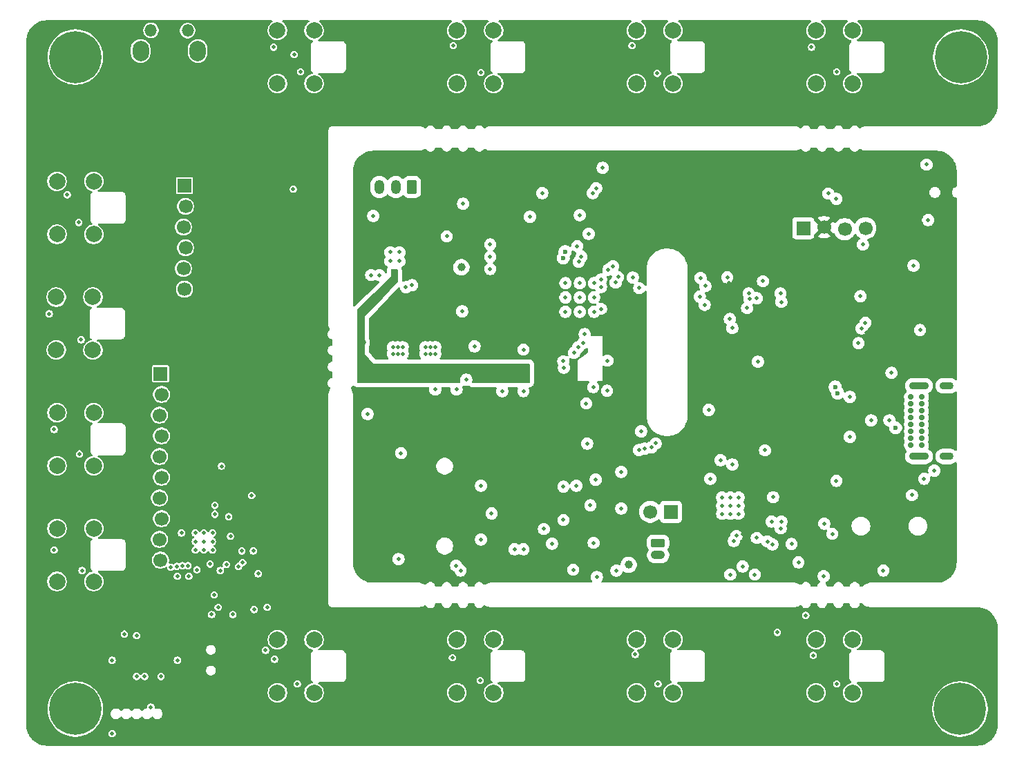
<source format=gbr>
%TF.GenerationSoftware,KiCad,Pcbnew,9.0.2-9.0.2-0~ubuntu24.04.1*%
%TF.CreationDate,2025-06-13T08:12:44-04:00*%
%TF.ProjectId,minstro_combined_board,6d696e73-7472-46f5-9f63-6f6d62696e65,rev?*%
%TF.SameCoordinates,Original*%
%TF.FileFunction,Copper,L3,Inr*%
%TF.FilePolarity,Positive*%
%FSLAX46Y46*%
G04 Gerber Fmt 4.6, Leading zero omitted, Abs format (unit mm)*
G04 Created by KiCad (PCBNEW 9.0.2-9.0.2-0~ubuntu24.04.1) date 2025-06-13 08:12:44*
%MOMM*%
%LPD*%
G01*
G04 APERTURE LIST*
G04 Aperture macros list*
%AMRoundRect*
0 Rectangle with rounded corners*
0 $1 Rounding radius*
0 $2 $3 $4 $5 $6 $7 $8 $9 X,Y pos of 4 corners*
0 Add a 4 corners polygon primitive as box body*
4,1,4,$2,$3,$4,$5,$6,$7,$8,$9,$2,$3,0*
0 Add four circle primitives for the rounded corners*
1,1,$1+$1,$2,$3*
1,1,$1+$1,$4,$5*
1,1,$1+$1,$6,$7*
1,1,$1+$1,$8,$9*
0 Add four rect primitives between the rounded corners*
20,1,$1+$1,$2,$3,$4,$5,0*
20,1,$1+$1,$4,$5,$6,$7,0*
20,1,$1+$1,$6,$7,$8,$9,0*
20,1,$1+$1,$8,$9,$2,$3,0*%
G04 Aperture macros list end*
%TA.AperFunction,ComponentPad*%
%ADD10C,2.000000*%
%TD*%
%TA.AperFunction,ComponentPad*%
%ADD11RoundRect,0.250000X0.350000X0.625000X-0.350000X0.625000X-0.350000X-0.625000X0.350000X-0.625000X0*%
%TD*%
%TA.AperFunction,ComponentPad*%
%ADD12O,1.200000X1.750000*%
%TD*%
%TA.AperFunction,ComponentPad*%
%ADD13O,2.000000X2.500000*%
%TD*%
%TA.AperFunction,ComponentPad*%
%ADD14O,1.500000X1.500000*%
%TD*%
%TA.AperFunction,ComponentPad*%
%ADD15C,6.400000*%
%TD*%
%TA.AperFunction,HeatsinkPad*%
%ADD16C,0.500000*%
%TD*%
%TA.AperFunction,ComponentPad*%
%ADD17RoundRect,0.250000X-0.615000X0.265000X-0.615000X-0.265000X0.615000X-0.265000X0.615000X0.265000X0*%
%TD*%
%TA.AperFunction,ComponentPad*%
%ADD18O,1.730000X1.030000*%
%TD*%
%TA.AperFunction,ComponentPad*%
%ADD19R,1.700000X1.700000*%
%TD*%
%TA.AperFunction,ComponentPad*%
%ADD20C,1.700000*%
%TD*%
%TA.AperFunction,ComponentPad*%
%ADD21C,0.700000*%
%TD*%
%TA.AperFunction,ComponentPad*%
%ADD22O,2.400000X0.900000*%
%TD*%
%TA.AperFunction,ComponentPad*%
%ADD23O,1.700000X0.900000*%
%TD*%
%TA.AperFunction,ViaPad*%
%ADD24C,0.500000*%
%TD*%
%TA.AperFunction,ViaPad*%
%ADD25C,1.000000*%
%TD*%
%TA.AperFunction,ViaPad*%
%ADD26C,0.600000*%
%TD*%
G04 APERTURE END LIST*
D10*
%TO.N,*%
%TO.C,S902*%
X128250000Y-51750000D03*
X128250000Y-58250000D03*
%TO.N,/HMI Controller/ROW_A*%
X132750000Y-51750000D03*
X132750000Y-58250000D03*
%TD*%
D11*
%TO.N,/Battery/BATT_TS*%
%TO.C,J301*%
X122750000Y-70950000D03*
D12*
%TO.N,+BATT*%
X120750000Y-70950000D03*
%TO.N,GND*%
X118750000Y-70950000D03*
%TD*%
D10*
%TO.N,*%
%TO.C,S903*%
X150250000Y-51750000D03*
X150250000Y-58250000D03*
%TO.N,/HMI Controller/ROW_A*%
X154750000Y-51750000D03*
X154750000Y-58250000D03*
%TD*%
D13*
%TO.N,*%
%TO.C,S917*%
X96500000Y-54250000D03*
X89500000Y-54250000D03*
D14*
%TO.N,/HMI Controller/POW_SW*%
X95250000Y-51760000D03*
%TO.N,GND*%
X90750000Y-51750000D03*
%TD*%
D15*
%TO.N,GND*%
%TO.C,H101*%
X190000000Y-55000000D03*
%TD*%
D16*
%TO.N,GND*%
%TO.C,U401*%
X145050000Y-86250000D03*
X145050000Y-84500000D03*
X145050000Y-82750000D03*
X143300000Y-86250000D03*
X143300000Y-84500000D03*
X143300000Y-82750000D03*
X141550000Y-86250000D03*
X141550000Y-84500000D03*
X141550000Y-82750000D03*
%TD*%
%TO.N,GND*%
%TO.C,U501*%
X162750000Y-111050000D03*
X162750000Y-110050000D03*
X162750000Y-109050000D03*
X161750000Y-111050000D03*
X161750000Y-110050000D03*
X161750000Y-109050000D03*
X160750000Y-111050000D03*
X160750000Y-110050000D03*
X160750000Y-109050000D03*
%TD*%
D10*
%TO.N,*%
%TO.C,S910*%
X128250000Y-126500000D03*
X128250000Y-133000000D03*
%TO.N,/HMI Controller/ROW_C*%
X132750000Y-126500000D03*
X132750000Y-133000000D03*
%TD*%
%TO.N,*%
%TO.C,S907*%
X79250000Y-98650000D03*
X79250000Y-105150000D03*
%TO.N,/HMI Controller/ROW_B*%
X83750000Y-98650000D03*
X83750000Y-105150000D03*
%TD*%
D16*
%TO.N,GND*%
%TO.C,U701*%
X98300000Y-113400000D03*
X97250000Y-113400000D03*
X96200000Y-113400000D03*
X98300000Y-114450000D03*
X97250000Y-114450000D03*
X96200000Y-114450000D03*
X98300000Y-115500000D03*
X97250000Y-115500000D03*
X96200000Y-115500000D03*
%TD*%
D10*
%TO.N,*%
%TO.C,S911*%
X150250000Y-126500000D03*
X150250000Y-133000000D03*
%TO.N,/HMI Controller/ROW_C*%
X154750000Y-126500000D03*
X154750000Y-133000000D03*
%TD*%
%TO.N,*%
%TO.C,S909*%
X106250000Y-126500000D03*
X106250000Y-133000000D03*
%TO.N,/HMI Controller/ROW_C*%
X110750000Y-126500000D03*
X110750000Y-133000000D03*
%TD*%
D17*
%TO.N,/Audio/SP_N*%
%TO.C,J502*%
X152900000Y-114600000D03*
D18*
%TO.N,/Audio/SP_P*%
X152900000Y-116100000D03*
%TD*%
D10*
%TO.N,*%
%TO.C,S901*%
X106250000Y-51750000D03*
X106250000Y-58250000D03*
%TO.N,/HMI Controller/ROW_A*%
X110750000Y-51750000D03*
X110750000Y-58250000D03*
%TD*%
%TO.N,*%
%TO.C,S912*%
X172250000Y-126500000D03*
X172250000Y-133000000D03*
%TO.N,/HMI Controller/ROW_C*%
X176750000Y-126500000D03*
X176750000Y-133000000D03*
%TD*%
%TO.N,*%
%TO.C,S908*%
X79250000Y-112850000D03*
X79250000Y-119350000D03*
%TO.N,/HMI Controller/ROW_B*%
X83750000Y-112850000D03*
X83750000Y-119350000D03*
%TD*%
D19*
%TO.N,GND*%
%TO.C,J402*%
X170690000Y-76000000D03*
D20*
%TO.N,+3.3V*%
X173230000Y-75873000D03*
%TO.N,/I2C_SDA*%
X175770000Y-76127000D03*
%TO.N,/I2C_SCL*%
X178310000Y-76000000D03*
%TD*%
D10*
%TO.N,*%
%TO.C,S905*%
X79250000Y-70250000D03*
X79250000Y-76750000D03*
%TO.N,/HMI Controller/ROW_B*%
X83750000Y-70250000D03*
X83750000Y-76750000D03*
%TD*%
D16*
%TO.N,GND*%
%TO.C,U301*%
X121200000Y-78950000D03*
X120100000Y-78950000D03*
X121200000Y-80050000D03*
X120100000Y-80050000D03*
%TD*%
D19*
%TO.N,GND*%
%TO.C,J1001*%
X94873000Y-70780000D03*
D20*
%TO.N,/HMI Controller/VFO_A*%
X95000000Y-73320000D03*
%TO.N,/HMI Controller/VFO_B*%
X94746000Y-75860000D03*
%TO.N,/HMI Controller/VFO_ADJ_A*%
X95000000Y-78400000D03*
%TO.N,/HMI Controller/VFO_ADJ_B*%
X94746000Y-80940000D03*
%TO.N,/HMI Controller/VFO_SW*%
X94873000Y-83480000D03*
%TD*%
D19*
%TO.N,GND*%
%TO.C,J801*%
X91927000Y-93860000D03*
D20*
%TO.N,/Nav Switch/Nav_Up_VD*%
X92054000Y-96400000D03*
%TO.N,/Nav Switch/Nav_Down_VD*%
X91800000Y-98940000D03*
%TO.N,/Nav Switch/Nav_Left_VD*%
X92054000Y-101480000D03*
%TO.N,/Nav Switch/Nav_Right_VD*%
X91800000Y-104020000D03*
%TO.N,GND*%
X92054000Y-106560000D03*
X91800000Y-109100000D03*
%TO.N,/HMI Controller/NAV_A*%
X92054000Y-111640000D03*
%TO.N,/HMI Controller/NAV_B*%
X91800000Y-114180000D03*
%TO.N,/HMI Controller/NAV_SW*%
X91927000Y-116720000D03*
%TD*%
D10*
%TO.N,*%
%TO.C,S906*%
X79150000Y-84450000D03*
X79150000Y-90950000D03*
%TO.N,/HMI Controller/ROW_B*%
X83650000Y-84450000D03*
X83650000Y-90950000D03*
%TD*%
D15*
%TO.N,GND*%
%TO.C,H102*%
X81500000Y-55000000D03*
%TD*%
D10*
%TO.N,*%
%TO.C,S904*%
X172250000Y-51750000D03*
X172250000Y-58250000D03*
%TO.N,/HMI Controller/ROW_A*%
X176750000Y-51750000D03*
X176750000Y-58250000D03*
%TD*%
D19*
%TO.N,GND*%
%TO.C,J401*%
X154475000Y-110800000D03*
D20*
%TO.N,/ESP32 Microcontroller/BOOT_MODE*%
X151935000Y-110800000D03*
%TD*%
D15*
%TO.N,GND*%
%TO.C,H104*%
X81500000Y-135000000D03*
%TD*%
D21*
%TO.N,GND*%
%TO.C,J403*%
X183890000Y-102650000D03*
%TO.N,/Battery/Vusb*%
X183890000Y-101800000D03*
%TO.N,Net-(J403-CC1)*%
X183890000Y-100950000D03*
%TO.N,/ESP32 Microcontroller/USB_P*%
X183890000Y-100100000D03*
%TO.N,/ESP32 Microcontroller/USB_N*%
X183890000Y-99250000D03*
%TO.N,unconnected-(J403-SBU1-PadA8)*%
X183890000Y-98400000D03*
%TO.N,/Battery/Vusb*%
X183890000Y-97550000D03*
%TO.N,GND*%
X183890000Y-96700000D03*
X185240000Y-96700000D03*
%TO.N,/Battery/Vusb*%
X185240000Y-97550000D03*
%TO.N,Net-(J403-CC2)*%
X185240000Y-98400000D03*
%TO.N,/ESP32 Microcontroller/USB_P*%
X185240000Y-99250000D03*
%TO.N,/ESP32 Microcontroller/USB_N*%
X185240000Y-100100000D03*
%TO.N,unconnected-(J403-SBU2-PadB8)*%
X185240000Y-100950000D03*
%TO.N,/Battery/Vusb*%
X185240000Y-101800000D03*
%TO.N,GND*%
X185240000Y-102650000D03*
D22*
%TO.N,unconnected-(J403-SHIELD-PadS1)*%
X184870000Y-104000000D03*
D23*
%TO.N,unconnected-(J403-SHIELD-PadS1)_1*%
X188250000Y-104000000D03*
D22*
%TO.N,unconnected-(J403-SHIELD-PadS1)_2*%
X184870000Y-95350000D03*
D23*
%TO.N,unconnected-(J403-SHIELD-PadS1)_3*%
X188250000Y-95350000D03*
%TD*%
D15*
%TO.N,GND*%
%TO.C,H103*%
X189900000Y-135000000D03*
%TD*%
D24*
%TO.N,GND*%
X132325000Y-78000000D03*
X176400000Y-101600000D03*
X78900000Y-115500000D03*
X144200000Y-102425000D03*
X186000000Y-75000000D03*
X177825000Y-88300000D03*
X177700000Y-84350000D03*
X127000000Y-77000000D03*
X90000000Y-131000000D03*
X171900000Y-128400000D03*
X131200000Y-114200000D03*
X121600000Y-91400000D03*
X105900000Y-128900000D03*
X89000000Y-131000000D03*
X103300000Y-115600000D03*
X161378640Y-82035919D03*
X98600000Y-111100000D03*
X142500000Y-117900000D03*
X152800000Y-57000000D03*
X141290000Y-92330000D03*
X185000000Y-88500000D03*
X180500000Y-118000000D03*
X185800000Y-68200000D03*
X150600000Y-83350000D03*
X174750000Y-107000000D03*
X143300000Y-74400000D03*
X78900000Y-100700000D03*
X159100000Y-98300000D03*
X161750000Y-118500000D03*
X141360000Y-93120000D03*
X95400000Y-118700000D03*
X131100000Y-131500000D03*
X108700000Y-131900000D03*
X129000000Y-73000000D03*
X121600000Y-90600000D03*
X146700000Y-92250000D03*
X125600000Y-90600000D03*
X144950000Y-95500000D03*
X162000000Y-105000000D03*
X82000000Y-103700000D03*
X181500000Y-93750000D03*
X133800000Y-96000000D03*
X171700000Y-53800000D03*
X186750000Y-105750000D03*
X125600000Y-95800000D03*
X163250000Y-117500000D03*
X181250000Y-99575000D03*
X128900000Y-86200000D03*
X82300000Y-118000000D03*
X103100000Y-108800000D03*
X185500000Y-106750000D03*
X131200000Y-107600000D03*
X94000000Y-118700000D03*
X90750000Y-134750000D03*
X145400000Y-118800000D03*
X179000000Y-99575000D03*
X120400000Y-91400000D03*
X165130000Y-92380000D03*
X166000000Y-103250000D03*
X124400000Y-90600000D03*
X86000000Y-138000000D03*
X100500000Y-113800000D03*
X147800000Y-118000000D03*
X174800000Y-131900000D03*
X92000000Y-131000000D03*
X184000000Y-108750000D03*
X121000000Y-90600000D03*
X81900000Y-75300000D03*
X131200000Y-56900000D03*
X117300000Y-98800000D03*
X149700000Y-53600000D03*
X184200000Y-80600000D03*
X152900000Y-131900000D03*
X132325000Y-79500000D03*
X164750000Y-118500000D03*
X121400000Y-103600000D03*
X98600000Y-110000000D03*
X176400000Y-96700000D03*
X109100000Y-56800000D03*
X128200000Y-95800000D03*
X132500000Y-111000000D03*
X174800000Y-56800000D03*
X130400000Y-90500000D03*
X129400000Y-94600000D03*
X124400000Y-91400000D03*
X105800000Y-53800000D03*
X146650000Y-95950000D03*
X145000000Y-114600000D03*
X136400000Y-96000000D03*
X101900000Y-115600000D03*
X148400000Y-105900000D03*
X162000000Y-88250000D03*
X80500000Y-71900000D03*
X177450000Y-90100000D03*
X96400000Y-117900000D03*
X136400000Y-90900000D03*
X127700000Y-128700000D03*
X144400000Y-76700000D03*
X121100000Y-116600000D03*
X82200000Y-89700000D03*
X120400000Y-90600000D03*
X125000000Y-91400000D03*
X148400000Y-110400000D03*
X150100000Y-128300000D03*
X121000000Y-91400000D03*
X125000000Y-90600000D03*
X132325000Y-81000000D03*
X118000000Y-74500000D03*
X139900000Y-114700000D03*
X146100000Y-68600000D03*
X125600000Y-91400000D03*
X178300000Y-87600000D03*
X127800000Y-53600000D03*
X78300000Y-86500000D03*
%TO.N,+3.3V*%
X161400000Y-99300000D03*
X128400000Y-100200000D03*
X154700000Y-105500000D03*
X134500000Y-85250000D03*
X163250000Y-113500000D03*
X163200000Y-115600000D03*
X172500000Y-112750000D03*
X143000000Y-109800000D03*
X161600000Y-82700000D03*
X150475000Y-87150000D03*
X137600000Y-98600000D03*
X148300000Y-101850000D03*
X136800000Y-100200000D03*
X135800000Y-106300000D03*
X119675000Y-98425000D03*
X182500000Y-89000000D03*
X145200000Y-78900000D03*
X136000000Y-109750000D03*
X161400000Y-99900000D03*
X133100000Y-107200000D03*
X125200000Y-98400000D03*
X136250000Y-111250000D03*
X133500000Y-100200000D03*
X160750000Y-106000000D03*
X162000000Y-106750000D03*
X141300000Y-109800000D03*
X166000000Y-107250000D03*
X184200000Y-83500000D03*
X121300000Y-86900000D03*
X154600000Y-106100000D03*
X123600000Y-98400000D03*
X140480000Y-90350000D03*
X161500000Y-83400000D03*
X133500000Y-98600000D03*
X161400000Y-98800000D03*
X143300000Y-75800000D03*
X136800000Y-98600000D03*
X158800000Y-96300000D03*
X137600000Y-100200000D03*
X139500000Y-109800000D03*
X128400000Y-98600000D03*
X123600000Y-100200000D03*
X178450000Y-88850000D03*
X134500000Y-83750000D03*
X152400000Y-77900000D03*
X125200000Y-100200000D03*
D25*
%TO.N,/Battery/Vusb*%
X128800000Y-80800000D03*
D26*
%TO.N,/ESP32 Microcontroller/USB_N*%
X182000000Y-100500000D03*
D24*
%TO.N,/Audio/L_HS*%
X162500000Y-113750000D03*
X167000000Y-109000000D03*
%TO.N,/Audio/R_HS*%
X162186949Y-114376102D03*
X169250000Y-114750000D03*
%TO.N,/ESP32 Microcontroller/BOOT_MODE*%
X145250000Y-106850000D03*
X145900000Y-85900000D03*
%TO.N,/ESP32 Microcontroller/SD_DAT3*%
X141300000Y-107700000D03*
X142600000Y-91300000D03*
%TO.N,/ESP32 Microcontroller/SD_DET*%
X141300000Y-111800000D03*
X143700000Y-90100000D03*
%TO.N,/ESP32 Microcontroller/SD_DAT2*%
X142900000Y-107600000D03*
X143100000Y-90600000D03*
%TO.N,/Display Connectors/DISP_TS_INT*%
X174750000Y-72400000D03*
X143500000Y-79500000D03*
%TO.N,/Display Connectors/DISP_TS_RST*%
X173750000Y-71750000D03*
X143175000Y-80125000D03*
%TO.N,Net-(U501-LMICP)*%
X166299753Y-114439852D03*
X171000000Y-123500000D03*
%TO.N,/Display Connectors/DISP_SDA*%
X158700000Y-83100000D03*
X163800000Y-85800000D03*
X158600000Y-85400000D03*
X165000000Y-84600000D03*
%TO.N,/Display Connectors/DISP_RST*%
X161700000Y-87150000D03*
X165750000Y-82500000D03*
X143000000Y-78200000D03*
%TO.N,/Display Connectors/DISP_CS*%
X167900000Y-84000000D03*
X164000000Y-84000000D03*
%TO.N,/Display Connectors/DISP_DC*%
X168000000Y-85050000D03*
X164100000Y-84700000D03*
%TO.N,/Display Connectors/DISP_SCL*%
X158100000Y-82100000D03*
X158000000Y-84400000D03*
%TO.N,/Battery/PWR_GOOD*%
X117750000Y-81750000D03*
X122000000Y-83250000D03*
%TO.N,/Battery/PWR_CHRG*%
X118750000Y-81750000D03*
X122750000Y-83000000D03*
%TO.N,/ESP32 Microcontroller/STATUS_LED*%
X143900000Y-89000000D03*
X144100000Y-97500000D03*
D26*
%TO.N,/ESP32 Microcontroller/USB_uC_N*%
X174600000Y-95490000D03*
X141500000Y-78890000D03*
%TO.N,/ESP32 Microcontroller/USB_uC_P*%
X141270121Y-79656263D03*
X174906193Y-96229087D03*
D24*
%TO.N,Net-(U501-LMICN)*%
X166900000Y-114800000D03*
X170100000Y-117000000D03*
%TO.N,/Audio/Mic_HS_N*%
X167925000Y-112825000D03*
X173200000Y-118700000D03*
X167500000Y-125600000D03*
X165000000Y-114000000D03*
D25*
%TO.N,+5V*%
X89600000Y-115800000D03*
D24*
X117000000Y-94200000D03*
X135100000Y-94100000D03*
D25*
X116600000Y-92000000D03*
D24*
X119600000Y-83200000D03*
D25*
X149300000Y-117300000D03*
X182900000Y-128600000D03*
X160600000Y-128600000D03*
X87856405Y-85658636D03*
D24*
X118800000Y-84000000D03*
D25*
X182800000Y-53500000D03*
X102200000Y-96800000D03*
X88100000Y-71000000D03*
D24*
X135100000Y-93100000D03*
D25*
X116400000Y-53100000D03*
X109500000Y-92000000D03*
D24*
X124800000Y-93200000D03*
X120400000Y-82600000D03*
X118000000Y-84800000D03*
X121000000Y-94200000D03*
D25*
X138800000Y-53500000D03*
X116600000Y-90000000D03*
X87972193Y-99880790D03*
D24*
X121000000Y-93200000D03*
D25*
X160500000Y-53600000D03*
D24*
X124800000Y-94200000D03*
D25*
X109500000Y-90000000D03*
D24*
X117000000Y-93200000D03*
D25*
X116700000Y-128200000D03*
X139000000Y-128400000D03*
D24*
%TO.N,/ESP32 Microcontroller/HMI_WAKE*%
X128150000Y-117400000D03*
X102000000Y-117000000D03*
%TO.N,/ESP32 Microcontroller/HMI_INT*%
X128700000Y-118000000D03*
X101500000Y-117500000D03*
%TO.N,/ESP32 Microcontroller/SPIFLASH_Q*%
X145300000Y-71100000D03*
X137200000Y-74600000D03*
%TO.N,/Audio/R_HS_N*%
X174250000Y-113500000D03*
X166800000Y-112000000D03*
X168000000Y-112000000D03*
X173250000Y-112250000D03*
%TO.N,/ESP32 Microcontroller/SPIFLASH_CS0*%
X138700000Y-71700000D03*
X144900000Y-71700000D03*
%TO.N,/I2C_SDA*%
X138900000Y-112900000D03*
X100800000Y-123400000D03*
X136400000Y-115400000D03*
X159300000Y-106750000D03*
X98200000Y-123400000D03*
X144600000Y-110000000D03*
X178000000Y-78000000D03*
X145900000Y-83200000D03*
%TO.N,/I2C_SCL*%
X145900000Y-82300000D03*
X105000000Y-122500000D03*
X135300000Y-115400000D03*
X160540000Y-104460000D03*
X99000000Y-122500000D03*
%TO.N,/HMI Controller/ROW_A*%
X99400000Y-105200000D03*
%TO.N,/HMI Controller/VFO_A*%
X93200000Y-117600000D03*
%TO.N,/HMI Controller/SWCLK*%
X87500000Y-125800000D03*
X89000000Y-126000000D03*
X99250000Y-118000000D03*
%TO.N,/HMI Controller/POW_SW*%
X98000000Y-117200000D03*
%TO.N,/HMI Controller/VFO_SW*%
X94500000Y-113400000D03*
%TO.N,/HMI Controller/~{RST}*%
X94000000Y-129000000D03*
X98500000Y-121000000D03*
%TO.N,/HMI Controller/VFO_B*%
X93900000Y-117500000D03*
%TO.N,/HMI Controller/SWDIO*%
X86000000Y-129000000D03*
X100000000Y-117250000D03*
%TO.N,/HMI Controller/VFO_ADJ_A*%
X94599997Y-117400000D03*
%TO.N,/HMI Controller/VFO_ADJ_B*%
X95300000Y-117400000D03*
%TO.N,/HMI Controller/ROW_C*%
X104800000Y-127800000D03*
X103400000Y-122800000D03*
X100300000Y-111400000D03*
X103900000Y-118400000D03*
%TO.N,/HMI Controller/RGB_DATA*%
X108300000Y-54700000D03*
X108200000Y-71200000D03*
%TO.N,/Audio/I2S_ADCOUT*%
X152105024Y-102894976D03*
X146800000Y-81100000D03*
%TO.N,/Audio/I2S_MCLK*%
X150570897Y-103219776D03*
X147700000Y-82677156D03*
%TO.N,/Audio/I2S_ADCIN*%
X148000000Y-82000000D03*
X151250000Y-103050000D03*
%TO.N,/Audio/I2S_BCLK*%
X147375000Y-80675000D03*
X152600000Y-102400000D03*
%TO.N,/Audio/I2S_FS*%
X150826414Y-100923586D03*
X149800000Y-82050000D03*
%TD*%
%TA.AperFunction,Conductor*%
%TO.N,+5V*%
G36*
X120943039Y-81019685D02*
G01*
X120988794Y-81072489D01*
X121000000Y-81124000D01*
X121000000Y-82551124D01*
X120980315Y-82618163D01*
X120966651Y-82635731D01*
X118201456Y-85598440D01*
X118198486Y-85601514D01*
X117000000Y-86799999D01*
X117000000Y-91399999D01*
X116999999Y-91399999D01*
X117000000Y-91400000D01*
X118000000Y-92600000D01*
X137076000Y-92600000D01*
X137143039Y-92619685D01*
X137188794Y-92672489D01*
X137200000Y-92724000D01*
X137200000Y-94876000D01*
X137180315Y-94943039D01*
X137127511Y-94988794D01*
X137076000Y-95000000D01*
X130232228Y-95000000D01*
X130165189Y-94980315D01*
X130119434Y-94927511D01*
X130109490Y-94858353D01*
X130117668Y-94828546D01*
X130121656Y-94818917D01*
X130121658Y-94818913D01*
X130150500Y-94673918D01*
X130150500Y-94526082D01*
X130150500Y-94526079D01*
X130121659Y-94381092D01*
X130121658Y-94381091D01*
X130121658Y-94381087D01*
X130121656Y-94381082D01*
X130065087Y-94244511D01*
X130065080Y-94244498D01*
X129982951Y-94121584D01*
X129982948Y-94121580D01*
X129878419Y-94017051D01*
X129878415Y-94017048D01*
X129755501Y-93934919D01*
X129755488Y-93934912D01*
X129618917Y-93878343D01*
X129618907Y-93878340D01*
X129473920Y-93849500D01*
X129473918Y-93849500D01*
X129326082Y-93849500D01*
X129326080Y-93849500D01*
X129181092Y-93878340D01*
X129181082Y-93878343D01*
X129044511Y-93934912D01*
X129044498Y-93934919D01*
X128921584Y-94017048D01*
X128921580Y-94017051D01*
X128817051Y-94121580D01*
X128817048Y-94121584D01*
X128734919Y-94244498D01*
X128734912Y-94244511D01*
X128678343Y-94381082D01*
X128678340Y-94381092D01*
X128649500Y-94526079D01*
X128649500Y-94526082D01*
X128649500Y-94673918D01*
X128649500Y-94673920D01*
X128649499Y-94673920D01*
X128678340Y-94818907D01*
X128678343Y-94818917D01*
X128682332Y-94828546D01*
X128689802Y-94898015D01*
X128658528Y-94960494D01*
X128598440Y-94996148D01*
X128567772Y-95000000D01*
X116124000Y-95000000D01*
X116056961Y-94980315D01*
X116011206Y-94927511D01*
X116000000Y-94876000D01*
X116000000Y-86053142D01*
X116019685Y-85986103D01*
X116038480Y-85963351D01*
X120200000Y-82000000D01*
X120200000Y-81124000D01*
X120219685Y-81056961D01*
X120272489Y-81011206D01*
X120324000Y-81000000D01*
X120876000Y-81000000D01*
X120943039Y-81019685D01*
G37*
%TD.AperFunction*%
%TD*%
%TA.AperFunction,Conductor*%
%TO.N,+5V*%
G36*
X105612782Y-50520185D02*
G01*
X105658537Y-50572989D01*
X105668481Y-50642147D01*
X105639456Y-50705703D01*
X105618628Y-50724818D01*
X105467927Y-50834310D01*
X105467925Y-50834312D01*
X105467924Y-50834312D01*
X105334312Y-50967924D01*
X105334312Y-50967925D01*
X105334310Y-50967927D01*
X105286610Y-51033579D01*
X105223240Y-51120800D01*
X105137454Y-51289163D01*
X105079059Y-51468881D01*
X105049500Y-51655513D01*
X105049500Y-51844486D01*
X105079059Y-52031118D01*
X105137454Y-52210836D01*
X105165258Y-52265403D01*
X105223240Y-52379199D01*
X105334310Y-52532073D01*
X105467927Y-52665690D01*
X105620801Y-52776760D01*
X105665431Y-52799500D01*
X105789163Y-52862545D01*
X105789165Y-52862545D01*
X105789168Y-52862547D01*
X105885497Y-52893846D01*
X105968881Y-52920940D01*
X106155514Y-52950500D01*
X106155519Y-52950500D01*
X106344486Y-52950500D01*
X106531118Y-52920940D01*
X106571395Y-52907853D01*
X106710832Y-52862547D01*
X106879199Y-52776760D01*
X107032073Y-52665690D01*
X107165690Y-52532073D01*
X107276760Y-52379199D01*
X107362547Y-52210832D01*
X107420940Y-52031118D01*
X107438178Y-51922280D01*
X107450500Y-51844486D01*
X107450500Y-51655513D01*
X107420940Y-51468881D01*
X107369241Y-51309771D01*
X107362547Y-51289168D01*
X107362545Y-51289165D01*
X107362545Y-51289163D01*
X107316203Y-51198213D01*
X107276760Y-51120801D01*
X107165690Y-50967927D01*
X107032073Y-50834310D01*
X106881371Y-50724818D01*
X106838706Y-50669488D01*
X106832727Y-50599874D01*
X106865333Y-50538079D01*
X106926172Y-50503722D01*
X106954257Y-50500500D01*
X110045743Y-50500500D01*
X110112782Y-50520185D01*
X110158537Y-50572989D01*
X110168481Y-50642147D01*
X110139456Y-50705703D01*
X110118628Y-50724818D01*
X109967927Y-50834310D01*
X109967925Y-50834312D01*
X109967924Y-50834312D01*
X109834312Y-50967924D01*
X109834312Y-50967925D01*
X109834310Y-50967927D01*
X109786610Y-51033579D01*
X109723240Y-51120800D01*
X109637454Y-51289163D01*
X109579059Y-51468881D01*
X109549500Y-51655513D01*
X109549500Y-51844486D01*
X109579059Y-52031118D01*
X109637454Y-52210836D01*
X109665258Y-52265403D01*
X109723240Y-52379199D01*
X109834310Y-52532073D01*
X109967927Y-52665690D01*
X110120801Y-52776760D01*
X110165431Y-52799500D01*
X110289163Y-52862545D01*
X110289165Y-52862545D01*
X110289168Y-52862547D01*
X110385497Y-52893846D01*
X110468881Y-52920940D01*
X110491895Y-52924585D01*
X110555030Y-52954514D01*
X110591962Y-53013825D01*
X110590964Y-53083687D01*
X110552355Y-53141920D01*
X110547990Y-53145430D01*
X110542686Y-53149500D01*
X110449502Y-53242683D01*
X110449500Y-53242686D01*
X110383608Y-53356812D01*
X110361449Y-53439513D01*
X110349500Y-53484108D01*
X110349500Y-56384108D01*
X110349500Y-56515892D01*
X110351508Y-56523387D01*
X110383608Y-56643187D01*
X110416554Y-56700250D01*
X110449500Y-56757314D01*
X110542686Y-56850500D01*
X110542688Y-56850501D01*
X110547984Y-56854565D01*
X110589187Y-56910993D01*
X110593342Y-56980739D01*
X110559130Y-57041659D01*
X110497413Y-57074412D01*
X110491899Y-57075414D01*
X110468879Y-57079060D01*
X110289163Y-57137454D01*
X110120800Y-57223240D01*
X110069532Y-57260489D01*
X109967927Y-57334310D01*
X109967925Y-57334312D01*
X109967924Y-57334312D01*
X109834312Y-57467924D01*
X109834312Y-57467925D01*
X109834310Y-57467927D01*
X109794560Y-57522638D01*
X109723240Y-57620800D01*
X109637454Y-57789163D01*
X109579059Y-57968881D01*
X109549500Y-58155513D01*
X109549500Y-58344486D01*
X109579059Y-58531118D01*
X109637454Y-58710836D01*
X109723240Y-58879199D01*
X109834310Y-59032073D01*
X109967927Y-59165690D01*
X110120801Y-59276760D01*
X110200347Y-59317290D01*
X110289163Y-59362545D01*
X110289165Y-59362545D01*
X110289168Y-59362547D01*
X110385497Y-59393846D01*
X110468881Y-59420940D01*
X110655514Y-59450500D01*
X110655519Y-59450500D01*
X110844486Y-59450500D01*
X111031118Y-59420940D01*
X111210832Y-59362547D01*
X111379199Y-59276760D01*
X111532073Y-59165690D01*
X111665690Y-59032073D01*
X111776760Y-58879199D01*
X111862547Y-58710832D01*
X111920940Y-58531118D01*
X111941628Y-58400500D01*
X111950500Y-58344486D01*
X111950500Y-58155513D01*
X127049500Y-58155513D01*
X127049500Y-58344486D01*
X127079059Y-58531118D01*
X127137454Y-58710836D01*
X127223240Y-58879199D01*
X127334310Y-59032073D01*
X127467927Y-59165690D01*
X127620801Y-59276760D01*
X127700347Y-59317290D01*
X127789163Y-59362545D01*
X127789165Y-59362545D01*
X127789168Y-59362547D01*
X127885497Y-59393846D01*
X127968881Y-59420940D01*
X128155514Y-59450500D01*
X128155519Y-59450500D01*
X128344486Y-59450500D01*
X128531118Y-59420940D01*
X128710832Y-59362547D01*
X128879199Y-59276760D01*
X129032073Y-59165690D01*
X129165690Y-59032073D01*
X129276760Y-58879199D01*
X129362547Y-58710832D01*
X129420940Y-58531118D01*
X129441628Y-58400500D01*
X129450500Y-58344486D01*
X129450500Y-58155513D01*
X129420940Y-57968881D01*
X129362545Y-57789163D01*
X129276759Y-57620800D01*
X129165690Y-57467927D01*
X129032073Y-57334310D01*
X128879199Y-57223240D01*
X128872442Y-57219797D01*
X128710836Y-57137454D01*
X128531118Y-57079059D01*
X128344486Y-57049500D01*
X128344481Y-57049500D01*
X128155519Y-57049500D01*
X128155514Y-57049500D01*
X127968881Y-57079059D01*
X127789163Y-57137454D01*
X127620800Y-57223240D01*
X127569532Y-57260489D01*
X127467927Y-57334310D01*
X127467925Y-57334312D01*
X127467924Y-57334312D01*
X127334312Y-57467924D01*
X127334312Y-57467925D01*
X127334310Y-57467927D01*
X127294560Y-57522638D01*
X127223240Y-57620800D01*
X127137454Y-57789163D01*
X127079059Y-57968881D01*
X127049500Y-58155513D01*
X111950500Y-58155513D01*
X111920940Y-57968881D01*
X111862545Y-57789163D01*
X111776759Y-57620800D01*
X111665690Y-57467927D01*
X111532073Y-57334310D01*
X111379199Y-57223240D01*
X111304118Y-57184984D01*
X111253323Y-57137010D01*
X111236528Y-57069190D01*
X111259065Y-57003055D01*
X111313780Y-56959603D01*
X111360414Y-56950500D01*
X114215890Y-56950500D01*
X114215892Y-56950500D01*
X114343186Y-56916392D01*
X114457314Y-56850500D01*
X114467123Y-56840691D01*
X130749500Y-56840691D01*
X130749500Y-56959309D01*
X130780201Y-57073886D01*
X130839511Y-57176613D01*
X130923387Y-57260489D01*
X131026114Y-57319799D01*
X131140691Y-57350500D01*
X131140694Y-57350500D01*
X131259306Y-57350500D01*
X131259309Y-57350500D01*
X131373886Y-57319799D01*
X131476613Y-57260489D01*
X131560489Y-57176613D01*
X131619799Y-57073886D01*
X131650500Y-56959309D01*
X131650500Y-56840691D01*
X131619799Y-56726114D01*
X131560489Y-56623387D01*
X131476613Y-56539511D01*
X131373886Y-56480201D01*
X131259309Y-56449500D01*
X131140691Y-56449500D01*
X131026114Y-56480201D01*
X131026112Y-56480201D01*
X131026112Y-56480202D01*
X130923387Y-56539511D01*
X130923384Y-56539513D01*
X130839513Y-56623384D01*
X130839511Y-56623387D01*
X130780201Y-56726114D01*
X130749500Y-56840691D01*
X114467123Y-56840691D01*
X114550500Y-56757314D01*
X114616392Y-56643186D01*
X114650500Y-56515892D01*
X114650500Y-53540691D01*
X127349500Y-53540691D01*
X127349500Y-53659309D01*
X127380201Y-53773886D01*
X127439511Y-53876613D01*
X127523387Y-53960489D01*
X127626114Y-54019799D01*
X127740691Y-54050500D01*
X127740694Y-54050500D01*
X127859306Y-54050500D01*
X127859309Y-54050500D01*
X127973886Y-54019799D01*
X128076613Y-53960489D01*
X128160489Y-53876613D01*
X128219799Y-53773886D01*
X128250500Y-53659309D01*
X128250500Y-53540691D01*
X128219799Y-53426114D01*
X128160489Y-53323387D01*
X128076613Y-53239511D01*
X127973886Y-53180201D01*
X127859309Y-53149500D01*
X127740691Y-53149500D01*
X127626114Y-53180201D01*
X127626112Y-53180201D01*
X127626112Y-53180202D01*
X127523387Y-53239511D01*
X127523384Y-53239513D01*
X127439513Y-53323384D01*
X127439511Y-53323387D01*
X127406709Y-53380202D01*
X127380201Y-53426114D01*
X127349500Y-53540691D01*
X114650500Y-53540691D01*
X114650500Y-53484108D01*
X114616392Y-53356814D01*
X114550500Y-53242686D01*
X114457314Y-53149500D01*
X114400250Y-53116554D01*
X114343187Y-53083608D01*
X114279539Y-53066554D01*
X114215892Y-53049500D01*
X111360414Y-53049500D01*
X111293375Y-53029815D01*
X111247620Y-52977011D01*
X111237676Y-52907853D01*
X111266701Y-52844297D01*
X111304119Y-52815015D01*
X111379199Y-52776760D01*
X111532073Y-52665690D01*
X111665690Y-52532073D01*
X111776760Y-52379199D01*
X111862547Y-52210832D01*
X111920940Y-52031118D01*
X111938178Y-51922280D01*
X111950500Y-51844486D01*
X111950500Y-51655513D01*
X111920940Y-51468881D01*
X111869241Y-51309771D01*
X111862547Y-51289168D01*
X111862545Y-51289165D01*
X111862545Y-51289163D01*
X111816203Y-51198213D01*
X111776760Y-51120801D01*
X111665690Y-50967927D01*
X111532073Y-50834310D01*
X111381371Y-50724818D01*
X111338706Y-50669488D01*
X111332727Y-50599874D01*
X111365333Y-50538079D01*
X111426172Y-50503722D01*
X111454257Y-50500500D01*
X127545743Y-50500500D01*
X127612782Y-50520185D01*
X127658537Y-50572989D01*
X127668481Y-50642147D01*
X127639456Y-50705703D01*
X127618628Y-50724818D01*
X127467927Y-50834310D01*
X127467925Y-50834312D01*
X127467924Y-50834312D01*
X127334312Y-50967924D01*
X127334312Y-50967925D01*
X127334310Y-50967927D01*
X127286610Y-51033579D01*
X127223240Y-51120800D01*
X127137454Y-51289163D01*
X127079059Y-51468881D01*
X127049500Y-51655513D01*
X127049500Y-51844486D01*
X127079059Y-52031118D01*
X127137454Y-52210836D01*
X127165258Y-52265403D01*
X127223240Y-52379199D01*
X127334310Y-52532073D01*
X127467927Y-52665690D01*
X127620801Y-52776760D01*
X127665431Y-52799500D01*
X127789163Y-52862545D01*
X127789165Y-52862545D01*
X127789168Y-52862547D01*
X127885497Y-52893846D01*
X127968881Y-52920940D01*
X128155514Y-52950500D01*
X128155519Y-52950500D01*
X128344486Y-52950500D01*
X128531118Y-52920940D01*
X128571395Y-52907853D01*
X128710832Y-52862547D01*
X128879199Y-52776760D01*
X129032073Y-52665690D01*
X129165690Y-52532073D01*
X129276760Y-52379199D01*
X129362547Y-52210832D01*
X129420940Y-52031118D01*
X129438178Y-51922280D01*
X129450500Y-51844486D01*
X129450500Y-51655513D01*
X129420940Y-51468881D01*
X129369241Y-51309771D01*
X129362547Y-51289168D01*
X129362545Y-51289165D01*
X129362545Y-51289163D01*
X129316203Y-51198213D01*
X129276760Y-51120801D01*
X129165690Y-50967927D01*
X129032073Y-50834310D01*
X128881371Y-50724818D01*
X128838706Y-50669488D01*
X128832727Y-50599874D01*
X128865333Y-50538079D01*
X128926172Y-50503722D01*
X128954257Y-50500500D01*
X132045743Y-50500500D01*
X132112782Y-50520185D01*
X132158537Y-50572989D01*
X132168481Y-50642147D01*
X132139456Y-50705703D01*
X132118628Y-50724818D01*
X131967927Y-50834310D01*
X131967925Y-50834312D01*
X131967924Y-50834312D01*
X131834312Y-50967924D01*
X131834312Y-50967925D01*
X131834310Y-50967927D01*
X131786610Y-51033579D01*
X131723240Y-51120800D01*
X131637454Y-51289163D01*
X131579059Y-51468881D01*
X131549500Y-51655513D01*
X131549500Y-51844486D01*
X131579059Y-52031118D01*
X131637454Y-52210836D01*
X131665258Y-52265403D01*
X131723240Y-52379199D01*
X131834310Y-52532073D01*
X131967927Y-52665690D01*
X132120801Y-52776760D01*
X132165431Y-52799500D01*
X132289163Y-52862545D01*
X132289165Y-52862545D01*
X132289168Y-52862547D01*
X132385497Y-52893846D01*
X132468881Y-52920940D01*
X132491895Y-52924585D01*
X132555030Y-52954514D01*
X132591962Y-53013825D01*
X132590964Y-53083687D01*
X132552355Y-53141920D01*
X132547990Y-53145430D01*
X132542686Y-53149500D01*
X132449502Y-53242683D01*
X132449500Y-53242686D01*
X132383608Y-53356812D01*
X132361449Y-53439513D01*
X132349500Y-53484108D01*
X132349500Y-56384108D01*
X132349500Y-56515892D01*
X132351508Y-56523387D01*
X132383608Y-56643187D01*
X132416554Y-56700250D01*
X132449500Y-56757314D01*
X132542686Y-56850500D01*
X132542688Y-56850501D01*
X132547984Y-56854565D01*
X132589187Y-56910993D01*
X132593342Y-56980739D01*
X132559130Y-57041659D01*
X132497413Y-57074412D01*
X132491899Y-57075414D01*
X132468879Y-57079060D01*
X132289163Y-57137454D01*
X132120800Y-57223240D01*
X132069532Y-57260489D01*
X131967927Y-57334310D01*
X131967925Y-57334312D01*
X131967924Y-57334312D01*
X131834312Y-57467924D01*
X131834312Y-57467925D01*
X131834310Y-57467927D01*
X131794560Y-57522638D01*
X131723240Y-57620800D01*
X131637454Y-57789163D01*
X131579059Y-57968881D01*
X131549500Y-58155513D01*
X131549500Y-58344486D01*
X131579059Y-58531118D01*
X131637454Y-58710836D01*
X131723240Y-58879199D01*
X131834310Y-59032073D01*
X131967927Y-59165690D01*
X132120801Y-59276760D01*
X132200347Y-59317290D01*
X132289163Y-59362545D01*
X132289165Y-59362545D01*
X132289168Y-59362547D01*
X132385497Y-59393846D01*
X132468881Y-59420940D01*
X132655514Y-59450500D01*
X132655519Y-59450500D01*
X132844486Y-59450500D01*
X133031118Y-59420940D01*
X133210832Y-59362547D01*
X133379199Y-59276760D01*
X133532073Y-59165690D01*
X133665690Y-59032073D01*
X133776760Y-58879199D01*
X133862547Y-58710832D01*
X133920940Y-58531118D01*
X133941628Y-58400500D01*
X133950500Y-58344486D01*
X133950500Y-58155513D01*
X149049500Y-58155513D01*
X149049500Y-58344486D01*
X149079059Y-58531118D01*
X149137454Y-58710836D01*
X149223240Y-58879199D01*
X149334310Y-59032073D01*
X149467927Y-59165690D01*
X149620801Y-59276760D01*
X149700347Y-59317290D01*
X149789163Y-59362545D01*
X149789165Y-59362545D01*
X149789168Y-59362547D01*
X149885497Y-59393846D01*
X149968881Y-59420940D01*
X150155514Y-59450500D01*
X150155519Y-59450500D01*
X150344486Y-59450500D01*
X150531118Y-59420940D01*
X150710832Y-59362547D01*
X150879199Y-59276760D01*
X151032073Y-59165690D01*
X151165690Y-59032073D01*
X151276760Y-58879199D01*
X151362547Y-58710832D01*
X151420940Y-58531118D01*
X151441628Y-58400500D01*
X151450500Y-58344486D01*
X151450500Y-58155513D01*
X151420940Y-57968881D01*
X151362545Y-57789163D01*
X151276759Y-57620800D01*
X151165690Y-57467927D01*
X151032073Y-57334310D01*
X150879199Y-57223240D01*
X150872442Y-57219797D01*
X150710836Y-57137454D01*
X150531118Y-57079059D01*
X150379445Y-57055037D01*
X150344486Y-57049500D01*
X150344481Y-57049500D01*
X150155519Y-57049500D01*
X150155514Y-57049500D01*
X149968881Y-57079059D01*
X149789163Y-57137454D01*
X149620800Y-57223240D01*
X149569532Y-57260489D01*
X149467927Y-57334310D01*
X149467925Y-57334312D01*
X149467924Y-57334312D01*
X149334312Y-57467924D01*
X149334312Y-57467925D01*
X149334310Y-57467927D01*
X149294560Y-57522638D01*
X149223240Y-57620800D01*
X149137454Y-57789163D01*
X149079059Y-57968881D01*
X149049500Y-58155513D01*
X133950500Y-58155513D01*
X133920940Y-57968881D01*
X133862545Y-57789163D01*
X133776759Y-57620800D01*
X133665690Y-57467927D01*
X133532073Y-57334310D01*
X133379199Y-57223240D01*
X133304118Y-57184984D01*
X133253323Y-57137010D01*
X133236528Y-57069190D01*
X133259065Y-57003055D01*
X133313780Y-56959603D01*
X133360414Y-56950500D01*
X136215890Y-56950500D01*
X136215892Y-56950500D01*
X136252500Y-56940691D01*
X152349500Y-56940691D01*
X152349500Y-57059309D01*
X152380201Y-57173886D01*
X152439511Y-57276613D01*
X152523387Y-57360489D01*
X152626114Y-57419799D01*
X152740691Y-57450500D01*
X152740694Y-57450500D01*
X152859306Y-57450500D01*
X152859309Y-57450500D01*
X152973886Y-57419799D01*
X153076613Y-57360489D01*
X153160489Y-57276613D01*
X153219799Y-57173886D01*
X153250500Y-57059309D01*
X153250500Y-56940691D01*
X153219799Y-56826114D01*
X153160489Y-56723387D01*
X153076613Y-56639511D01*
X152973886Y-56580201D01*
X152859309Y-56549500D01*
X152740691Y-56549500D01*
X152626114Y-56580201D01*
X152626112Y-56580201D01*
X152626112Y-56580202D01*
X152523387Y-56639511D01*
X152523384Y-56639513D01*
X152439513Y-56723384D01*
X152439511Y-56723387D01*
X152423961Y-56750321D01*
X152380201Y-56826114D01*
X152349500Y-56940691D01*
X136252500Y-56940691D01*
X136343186Y-56916392D01*
X136457314Y-56850500D01*
X136550500Y-56757314D01*
X136616392Y-56643186D01*
X136650500Y-56515892D01*
X136650500Y-53540691D01*
X149249500Y-53540691D01*
X149249500Y-53659309D01*
X149280201Y-53773886D01*
X149339511Y-53876613D01*
X149423387Y-53960489D01*
X149526114Y-54019799D01*
X149640691Y-54050500D01*
X149640694Y-54050500D01*
X149759306Y-54050500D01*
X149759309Y-54050500D01*
X149873886Y-54019799D01*
X149976613Y-53960489D01*
X150060489Y-53876613D01*
X150119799Y-53773886D01*
X150150500Y-53659309D01*
X150150500Y-53540691D01*
X150119799Y-53426114D01*
X150060489Y-53323387D01*
X149976613Y-53239511D01*
X149873886Y-53180201D01*
X149759309Y-53149500D01*
X149640691Y-53149500D01*
X149526114Y-53180201D01*
X149526112Y-53180201D01*
X149526112Y-53180202D01*
X149423387Y-53239511D01*
X149423384Y-53239513D01*
X149339513Y-53323384D01*
X149339511Y-53323387D01*
X149306709Y-53380202D01*
X149280201Y-53426114D01*
X149249500Y-53540691D01*
X136650500Y-53540691D01*
X136650500Y-53484108D01*
X136616392Y-53356814D01*
X136550500Y-53242686D01*
X136457314Y-53149500D01*
X136400250Y-53116554D01*
X136343187Y-53083608D01*
X136279539Y-53066554D01*
X136215892Y-53049500D01*
X133360414Y-53049500D01*
X133293375Y-53029815D01*
X133247620Y-52977011D01*
X133237676Y-52907853D01*
X133266701Y-52844297D01*
X133304119Y-52815015D01*
X133379199Y-52776760D01*
X133532073Y-52665690D01*
X133665690Y-52532073D01*
X133776760Y-52379199D01*
X133862547Y-52210832D01*
X133920940Y-52031118D01*
X133938178Y-51922280D01*
X133950500Y-51844486D01*
X133950500Y-51655513D01*
X133920940Y-51468881D01*
X133869241Y-51309771D01*
X133862547Y-51289168D01*
X133862545Y-51289165D01*
X133862545Y-51289163D01*
X133816203Y-51198213D01*
X133776760Y-51120801D01*
X133665690Y-50967927D01*
X133532073Y-50834310D01*
X133381371Y-50724818D01*
X133338706Y-50669488D01*
X133332727Y-50599874D01*
X133365333Y-50538079D01*
X133426172Y-50503722D01*
X133454257Y-50500500D01*
X149545743Y-50500500D01*
X149612782Y-50520185D01*
X149658537Y-50572989D01*
X149668481Y-50642147D01*
X149639456Y-50705703D01*
X149618628Y-50724818D01*
X149467927Y-50834310D01*
X149467925Y-50834312D01*
X149467924Y-50834312D01*
X149334312Y-50967924D01*
X149334312Y-50967925D01*
X149334310Y-50967927D01*
X149286610Y-51033579D01*
X149223240Y-51120800D01*
X149137454Y-51289163D01*
X149079059Y-51468881D01*
X149049500Y-51655513D01*
X149049500Y-51844486D01*
X149079059Y-52031118D01*
X149137454Y-52210836D01*
X149165258Y-52265403D01*
X149223240Y-52379199D01*
X149334310Y-52532073D01*
X149467927Y-52665690D01*
X149620801Y-52776760D01*
X149665431Y-52799500D01*
X149789163Y-52862545D01*
X149789165Y-52862545D01*
X149789168Y-52862547D01*
X149885497Y-52893846D01*
X149968881Y-52920940D01*
X150155514Y-52950500D01*
X150155519Y-52950500D01*
X150344486Y-52950500D01*
X150531118Y-52920940D01*
X150571395Y-52907853D01*
X150710832Y-52862547D01*
X150879199Y-52776760D01*
X151032073Y-52665690D01*
X151165690Y-52532073D01*
X151276760Y-52379199D01*
X151362547Y-52210832D01*
X151420940Y-52031118D01*
X151438178Y-51922280D01*
X151450500Y-51844486D01*
X151450500Y-51655513D01*
X151420940Y-51468881D01*
X151369241Y-51309771D01*
X151362547Y-51289168D01*
X151362545Y-51289165D01*
X151362545Y-51289163D01*
X151316203Y-51198213D01*
X151276760Y-51120801D01*
X151165690Y-50967927D01*
X151032073Y-50834310D01*
X150881371Y-50724818D01*
X150838706Y-50669488D01*
X150832727Y-50599874D01*
X150865333Y-50538079D01*
X150926172Y-50503722D01*
X150954257Y-50500500D01*
X154045743Y-50500500D01*
X154112782Y-50520185D01*
X154158537Y-50572989D01*
X154168481Y-50642147D01*
X154139456Y-50705703D01*
X154118628Y-50724818D01*
X153967927Y-50834310D01*
X153967925Y-50834312D01*
X153967924Y-50834312D01*
X153834312Y-50967924D01*
X153834312Y-50967925D01*
X153834310Y-50967927D01*
X153786610Y-51033579D01*
X153723240Y-51120800D01*
X153637454Y-51289163D01*
X153579059Y-51468881D01*
X153549500Y-51655513D01*
X153549500Y-51844486D01*
X153579059Y-52031118D01*
X153637454Y-52210836D01*
X153665258Y-52265403D01*
X153723240Y-52379199D01*
X153834310Y-52532073D01*
X153967927Y-52665690D01*
X154120801Y-52776760D01*
X154165431Y-52799500D01*
X154289163Y-52862545D01*
X154289165Y-52862545D01*
X154289168Y-52862547D01*
X154385497Y-52893846D01*
X154468881Y-52920940D01*
X154491895Y-52924585D01*
X154555030Y-52954514D01*
X154591962Y-53013825D01*
X154590964Y-53083687D01*
X154552355Y-53141920D01*
X154547990Y-53145430D01*
X154542686Y-53149500D01*
X154449502Y-53242683D01*
X154449500Y-53242686D01*
X154383608Y-53356812D01*
X154361449Y-53439513D01*
X154349500Y-53484108D01*
X154349500Y-56384108D01*
X154349500Y-56515892D01*
X154351508Y-56523387D01*
X154383608Y-56643187D01*
X154416554Y-56700250D01*
X154449500Y-56757314D01*
X154542686Y-56850500D01*
X154542688Y-56850501D01*
X154547984Y-56854565D01*
X154589187Y-56910993D01*
X154593342Y-56980739D01*
X154559130Y-57041659D01*
X154497413Y-57074412D01*
X154491899Y-57075414D01*
X154468879Y-57079060D01*
X154289163Y-57137454D01*
X154120800Y-57223240D01*
X154069532Y-57260489D01*
X153967927Y-57334310D01*
X153967925Y-57334312D01*
X153967924Y-57334312D01*
X153834312Y-57467924D01*
X153834312Y-57467925D01*
X153834310Y-57467927D01*
X153794560Y-57522638D01*
X153723240Y-57620800D01*
X153637454Y-57789163D01*
X153579059Y-57968881D01*
X153549500Y-58155513D01*
X153549500Y-58344486D01*
X153579059Y-58531118D01*
X153637454Y-58710836D01*
X153723240Y-58879199D01*
X153834310Y-59032073D01*
X153967927Y-59165690D01*
X154120801Y-59276760D01*
X154200347Y-59317290D01*
X154289163Y-59362545D01*
X154289165Y-59362545D01*
X154289168Y-59362547D01*
X154385497Y-59393846D01*
X154468881Y-59420940D01*
X154655514Y-59450500D01*
X154655519Y-59450500D01*
X154844486Y-59450500D01*
X155031118Y-59420940D01*
X155210832Y-59362547D01*
X155379199Y-59276760D01*
X155532073Y-59165690D01*
X155665690Y-59032073D01*
X155776760Y-58879199D01*
X155862547Y-58710832D01*
X155920940Y-58531118D01*
X155941628Y-58400500D01*
X155950500Y-58344486D01*
X155950500Y-58155513D01*
X171049500Y-58155513D01*
X171049500Y-58344486D01*
X171079059Y-58531118D01*
X171137454Y-58710836D01*
X171223240Y-58879199D01*
X171334310Y-59032073D01*
X171467927Y-59165690D01*
X171620801Y-59276760D01*
X171700347Y-59317290D01*
X171789163Y-59362545D01*
X171789165Y-59362545D01*
X171789168Y-59362547D01*
X171885497Y-59393846D01*
X171968881Y-59420940D01*
X172155514Y-59450500D01*
X172155519Y-59450500D01*
X172344486Y-59450500D01*
X172531118Y-59420940D01*
X172710832Y-59362547D01*
X172879199Y-59276760D01*
X173032073Y-59165690D01*
X173165690Y-59032073D01*
X173276760Y-58879199D01*
X173362547Y-58710832D01*
X173420940Y-58531118D01*
X173441628Y-58400500D01*
X173450500Y-58344486D01*
X173450500Y-58155513D01*
X173420940Y-57968881D01*
X173362545Y-57789163D01*
X173276759Y-57620800D01*
X173165690Y-57467927D01*
X173032073Y-57334310D01*
X172879199Y-57223240D01*
X172872442Y-57219797D01*
X172710836Y-57137454D01*
X172531118Y-57079059D01*
X172344486Y-57049500D01*
X172344481Y-57049500D01*
X172155519Y-57049500D01*
X172155514Y-57049500D01*
X171968881Y-57079059D01*
X171789163Y-57137454D01*
X171620800Y-57223240D01*
X171569532Y-57260489D01*
X171467927Y-57334310D01*
X171467925Y-57334312D01*
X171467924Y-57334312D01*
X171334312Y-57467924D01*
X171334312Y-57467925D01*
X171334310Y-57467927D01*
X171294560Y-57522638D01*
X171223240Y-57620800D01*
X171137454Y-57789163D01*
X171079059Y-57968881D01*
X171049500Y-58155513D01*
X155950500Y-58155513D01*
X155920940Y-57968881D01*
X155862545Y-57789163D01*
X155776759Y-57620800D01*
X155665690Y-57467927D01*
X155532073Y-57334310D01*
X155379199Y-57223240D01*
X155304118Y-57184984D01*
X155253323Y-57137010D01*
X155236528Y-57069190D01*
X155259065Y-57003055D01*
X155313780Y-56959603D01*
X155360414Y-56950500D01*
X158215890Y-56950500D01*
X158215892Y-56950500D01*
X158343186Y-56916392D01*
X158457314Y-56850500D01*
X158550500Y-56757314D01*
X158560097Y-56740691D01*
X174349500Y-56740691D01*
X174349500Y-56859309D01*
X174380201Y-56973886D01*
X174439511Y-57076613D01*
X174523387Y-57160489D01*
X174626114Y-57219799D01*
X174740691Y-57250500D01*
X174740694Y-57250500D01*
X174859306Y-57250500D01*
X174859309Y-57250500D01*
X174973886Y-57219799D01*
X175076613Y-57160489D01*
X175160489Y-57076613D01*
X175219799Y-56973886D01*
X175250500Y-56859309D01*
X175250500Y-56740691D01*
X175219799Y-56626114D01*
X175160489Y-56523387D01*
X175076613Y-56439511D01*
X174973886Y-56380201D01*
X174859309Y-56349500D01*
X174740691Y-56349500D01*
X174626114Y-56380201D01*
X174626112Y-56380201D01*
X174626112Y-56380202D01*
X174523387Y-56439511D01*
X174523384Y-56439513D01*
X174439513Y-56523384D01*
X174439511Y-56523387D01*
X174406709Y-56580202D01*
X174380201Y-56626114D01*
X174349500Y-56740691D01*
X158560097Y-56740691D01*
X158616392Y-56643186D01*
X158650500Y-56515892D01*
X158650500Y-53740691D01*
X171249500Y-53740691D01*
X171249500Y-53859309D01*
X171280201Y-53973886D01*
X171339511Y-54076613D01*
X171423387Y-54160489D01*
X171526114Y-54219799D01*
X171640691Y-54250500D01*
X171640694Y-54250500D01*
X171759306Y-54250500D01*
X171759309Y-54250500D01*
X171873886Y-54219799D01*
X171976613Y-54160489D01*
X172060489Y-54076613D01*
X172119799Y-53973886D01*
X172150500Y-53859309D01*
X172150500Y-53740691D01*
X172119799Y-53626114D01*
X172060489Y-53523387D01*
X171976613Y-53439511D01*
X171873886Y-53380201D01*
X171759309Y-53349500D01*
X171640691Y-53349500D01*
X171526114Y-53380201D01*
X171526112Y-53380201D01*
X171526112Y-53380202D01*
X171423387Y-53439511D01*
X171423384Y-53439513D01*
X171339513Y-53523384D01*
X171339511Y-53523387D01*
X171280201Y-53626114D01*
X171249500Y-53740691D01*
X158650500Y-53740691D01*
X158650500Y-53484108D01*
X158616392Y-53356814D01*
X158550500Y-53242686D01*
X158457314Y-53149500D01*
X158400250Y-53116554D01*
X158343187Y-53083608D01*
X158279539Y-53066554D01*
X158215892Y-53049500D01*
X155360414Y-53049500D01*
X155293375Y-53029815D01*
X155247620Y-52977011D01*
X155237676Y-52907853D01*
X155266701Y-52844297D01*
X155304119Y-52815015D01*
X155379199Y-52776760D01*
X155532073Y-52665690D01*
X155665690Y-52532073D01*
X155776760Y-52379199D01*
X155862547Y-52210832D01*
X155920940Y-52031118D01*
X155938178Y-51922280D01*
X155950500Y-51844486D01*
X155950500Y-51655513D01*
X155920940Y-51468881D01*
X155869241Y-51309771D01*
X155862547Y-51289168D01*
X155862545Y-51289165D01*
X155862545Y-51289163D01*
X155816203Y-51198213D01*
X155776760Y-51120801D01*
X155665690Y-50967927D01*
X155532073Y-50834310D01*
X155381371Y-50724818D01*
X155338706Y-50669488D01*
X155332727Y-50599874D01*
X155365333Y-50538079D01*
X155426172Y-50503722D01*
X155454257Y-50500500D01*
X171545743Y-50500500D01*
X171612782Y-50520185D01*
X171658537Y-50572989D01*
X171668481Y-50642147D01*
X171639456Y-50705703D01*
X171618628Y-50724818D01*
X171467927Y-50834310D01*
X171467925Y-50834312D01*
X171467924Y-50834312D01*
X171334312Y-50967924D01*
X171334312Y-50967925D01*
X171334310Y-50967927D01*
X171286610Y-51033579D01*
X171223240Y-51120800D01*
X171137454Y-51289163D01*
X171079059Y-51468881D01*
X171049500Y-51655513D01*
X171049500Y-51844486D01*
X171079059Y-52031118D01*
X171137454Y-52210836D01*
X171165258Y-52265403D01*
X171223240Y-52379199D01*
X171334310Y-52532073D01*
X171467927Y-52665690D01*
X171620801Y-52776760D01*
X171665431Y-52799500D01*
X171789163Y-52862545D01*
X171789165Y-52862545D01*
X171789168Y-52862547D01*
X171885497Y-52893846D01*
X171968881Y-52920940D01*
X172155514Y-52950500D01*
X172155519Y-52950500D01*
X172344486Y-52950500D01*
X172531118Y-52920940D01*
X172571395Y-52907853D01*
X172710832Y-52862547D01*
X172879199Y-52776760D01*
X173032073Y-52665690D01*
X173165690Y-52532073D01*
X173276760Y-52379199D01*
X173362547Y-52210832D01*
X173420940Y-52031118D01*
X173438178Y-51922280D01*
X173450500Y-51844486D01*
X173450500Y-51655513D01*
X173420940Y-51468881D01*
X173369241Y-51309771D01*
X173362547Y-51289168D01*
X173362545Y-51289165D01*
X173362545Y-51289163D01*
X173316203Y-51198213D01*
X173276760Y-51120801D01*
X173165690Y-50967927D01*
X173032073Y-50834310D01*
X172881371Y-50724818D01*
X172838706Y-50669488D01*
X172832727Y-50599874D01*
X172865333Y-50538079D01*
X172926172Y-50503722D01*
X172954257Y-50500500D01*
X176045743Y-50500500D01*
X176112782Y-50520185D01*
X176158537Y-50572989D01*
X176168481Y-50642147D01*
X176139456Y-50705703D01*
X176118628Y-50724818D01*
X175967927Y-50834310D01*
X175967925Y-50834312D01*
X175967924Y-50834312D01*
X175834312Y-50967924D01*
X175834312Y-50967925D01*
X175834310Y-50967927D01*
X175786610Y-51033579D01*
X175723240Y-51120800D01*
X175637454Y-51289163D01*
X175579059Y-51468881D01*
X175549500Y-51655513D01*
X175549500Y-51844486D01*
X175579059Y-52031118D01*
X175637454Y-52210836D01*
X175665258Y-52265403D01*
X175723240Y-52379199D01*
X175834310Y-52532073D01*
X175967927Y-52665690D01*
X176120801Y-52776760D01*
X176165431Y-52799500D01*
X176289163Y-52862545D01*
X176289165Y-52862545D01*
X176289168Y-52862547D01*
X176385497Y-52893846D01*
X176468881Y-52920940D01*
X176491895Y-52924585D01*
X176555030Y-52954514D01*
X176591962Y-53013825D01*
X176590964Y-53083687D01*
X176552355Y-53141920D01*
X176547990Y-53145430D01*
X176542686Y-53149500D01*
X176449502Y-53242683D01*
X176449500Y-53242686D01*
X176383608Y-53356812D01*
X176361449Y-53439513D01*
X176349500Y-53484108D01*
X176349500Y-56384108D01*
X176349500Y-56515892D01*
X176351508Y-56523387D01*
X176383608Y-56643187D01*
X176416554Y-56700250D01*
X176449500Y-56757314D01*
X176542686Y-56850500D01*
X176542688Y-56850501D01*
X176547984Y-56854565D01*
X176589187Y-56910993D01*
X176593342Y-56980739D01*
X176559130Y-57041659D01*
X176497413Y-57074412D01*
X176491899Y-57075414D01*
X176468879Y-57079060D01*
X176289163Y-57137454D01*
X176120800Y-57223240D01*
X176069532Y-57260489D01*
X175967927Y-57334310D01*
X175967925Y-57334312D01*
X175967924Y-57334312D01*
X175834312Y-57467924D01*
X175834312Y-57467925D01*
X175834310Y-57467927D01*
X175794560Y-57522638D01*
X175723240Y-57620800D01*
X175637454Y-57789163D01*
X175579059Y-57968881D01*
X175549500Y-58155513D01*
X175549500Y-58344486D01*
X175579059Y-58531118D01*
X175637454Y-58710836D01*
X175723240Y-58879199D01*
X175834310Y-59032073D01*
X175967927Y-59165690D01*
X176120801Y-59276760D01*
X176200347Y-59317290D01*
X176289163Y-59362545D01*
X176289165Y-59362545D01*
X176289168Y-59362547D01*
X176385497Y-59393846D01*
X176468881Y-59420940D01*
X176655514Y-59450500D01*
X176655519Y-59450500D01*
X176844486Y-59450500D01*
X177031118Y-59420940D01*
X177210832Y-59362547D01*
X177379199Y-59276760D01*
X177532073Y-59165690D01*
X177665690Y-59032073D01*
X177776760Y-58879199D01*
X177862547Y-58710832D01*
X177920940Y-58531118D01*
X177941628Y-58400500D01*
X177950500Y-58344486D01*
X177950500Y-58155513D01*
X177920940Y-57968881D01*
X177862545Y-57789163D01*
X177776759Y-57620800D01*
X177665690Y-57467927D01*
X177532073Y-57334310D01*
X177379199Y-57223240D01*
X177304118Y-57184984D01*
X177253323Y-57137010D01*
X177236528Y-57069190D01*
X177259065Y-57003055D01*
X177313780Y-56959603D01*
X177360414Y-56950500D01*
X180215890Y-56950500D01*
X180215892Y-56950500D01*
X180343186Y-56916392D01*
X180457314Y-56850500D01*
X180550500Y-56757314D01*
X180616392Y-56643186D01*
X180650500Y-56515892D01*
X180650500Y-54832947D01*
X186599500Y-54832947D01*
X186599500Y-55167052D01*
X186632247Y-55499548D01*
X186632250Y-55499565D01*
X186697425Y-55827230D01*
X186697428Y-55827241D01*
X186794418Y-56146977D01*
X186922278Y-56455656D01*
X186922280Y-56455661D01*
X187079769Y-56750303D01*
X187079780Y-56750321D01*
X187265393Y-57028109D01*
X187265403Y-57028123D01*
X187477361Y-57286395D01*
X187713604Y-57522638D01*
X187713609Y-57522642D01*
X187713610Y-57522643D01*
X187971882Y-57734601D01*
X188249685Y-57920224D01*
X188249694Y-57920229D01*
X188249696Y-57920230D01*
X188544338Y-58077719D01*
X188544340Y-58077719D01*
X188544346Y-58077723D01*
X188853024Y-58205582D01*
X189172749Y-58302569D01*
X189172755Y-58302570D01*
X189172758Y-58302571D01*
X189172769Y-58302574D01*
X189378243Y-58343444D01*
X189500441Y-58367751D01*
X189832944Y-58400500D01*
X189832947Y-58400500D01*
X190167053Y-58400500D01*
X190167056Y-58400500D01*
X190499559Y-58367751D01*
X190661757Y-58335487D01*
X190827230Y-58302574D01*
X190827241Y-58302571D01*
X190827241Y-58302570D01*
X190827251Y-58302569D01*
X191146976Y-58205582D01*
X191455654Y-58077723D01*
X191750315Y-57920224D01*
X192028118Y-57734601D01*
X192286390Y-57522643D01*
X192522643Y-57286390D01*
X192734601Y-57028118D01*
X192920224Y-56750315D01*
X193077723Y-56455654D01*
X193205582Y-56146976D01*
X193302569Y-55827251D01*
X193302571Y-55827241D01*
X193302574Y-55827230D01*
X193345276Y-55612547D01*
X193367751Y-55499559D01*
X193400500Y-55167056D01*
X193400500Y-54832944D01*
X193367751Y-54500441D01*
X193343444Y-54378243D01*
X193302574Y-54172769D01*
X193302571Y-54172758D01*
X193302570Y-54172755D01*
X193302569Y-54172749D01*
X193205582Y-53853024D01*
X193077723Y-53544346D01*
X193075770Y-53540693D01*
X192920230Y-53249696D01*
X192920229Y-53249694D01*
X192920224Y-53249685D01*
X192734601Y-52971882D01*
X192522643Y-52713610D01*
X192522642Y-52713609D01*
X192522638Y-52713604D01*
X192286395Y-52477361D01*
X192028123Y-52265403D01*
X192028122Y-52265402D01*
X192028118Y-52265399D01*
X191750315Y-52079776D01*
X191750310Y-52079773D01*
X191750303Y-52079769D01*
X191455661Y-51922280D01*
X191455656Y-51922278D01*
X191146977Y-51794418D01*
X190827241Y-51697428D01*
X190827230Y-51697425D01*
X190499565Y-51632250D01*
X190499548Y-51632247D01*
X190248108Y-51607483D01*
X190167056Y-51599500D01*
X189832944Y-51599500D01*
X189757982Y-51606883D01*
X189500451Y-51632247D01*
X189500434Y-51632250D01*
X189172769Y-51697425D01*
X189172758Y-51697428D01*
X188853022Y-51794418D01*
X188544343Y-51922278D01*
X188544338Y-51922280D01*
X188249696Y-52079769D01*
X188249678Y-52079780D01*
X187971890Y-52265393D01*
X187971876Y-52265403D01*
X187713604Y-52477361D01*
X187477361Y-52713604D01*
X187265403Y-52971876D01*
X187265393Y-52971890D01*
X187079780Y-53249678D01*
X187079769Y-53249696D01*
X186922280Y-53544338D01*
X186922278Y-53544343D01*
X186794418Y-53853022D01*
X186697428Y-54172758D01*
X186697425Y-54172769D01*
X186632250Y-54500434D01*
X186632247Y-54500451D01*
X186621146Y-54613166D01*
X186604605Y-54781118D01*
X186599500Y-54832947D01*
X180650500Y-54832947D01*
X180650500Y-53484108D01*
X180616392Y-53356814D01*
X180550500Y-53242686D01*
X180457314Y-53149500D01*
X180400250Y-53116554D01*
X180343187Y-53083608D01*
X180279539Y-53066554D01*
X180215892Y-53049500D01*
X177360414Y-53049500D01*
X177293375Y-53029815D01*
X177247620Y-52977011D01*
X177237676Y-52907853D01*
X177266701Y-52844297D01*
X177304119Y-52815015D01*
X177379199Y-52776760D01*
X177532073Y-52665690D01*
X177665690Y-52532073D01*
X177776760Y-52379199D01*
X177862547Y-52210832D01*
X177920940Y-52031118D01*
X177938178Y-51922280D01*
X177950500Y-51844486D01*
X177950500Y-51655513D01*
X177920940Y-51468881D01*
X177869241Y-51309771D01*
X177862547Y-51289168D01*
X177862545Y-51289165D01*
X177862545Y-51289163D01*
X177816203Y-51198213D01*
X177776760Y-51120801D01*
X177665690Y-50967927D01*
X177532073Y-50834310D01*
X177381371Y-50724818D01*
X177338706Y-50669488D01*
X177332727Y-50599874D01*
X177365333Y-50538079D01*
X177426172Y-50503722D01*
X177454257Y-50500500D01*
X191934108Y-50500500D01*
X191996249Y-50500500D01*
X192003736Y-50500726D01*
X192293796Y-50518271D01*
X192308657Y-50520075D01*
X192406898Y-50538079D01*
X192590798Y-50571780D01*
X192605335Y-50575363D01*
X192879172Y-50660695D01*
X192893163Y-50666000D01*
X193154743Y-50783727D01*
X193167989Y-50790680D01*
X193413465Y-50939075D01*
X193425776Y-50947573D01*
X193507625Y-51011697D01*
X193651573Y-51124473D01*
X193662781Y-51134403D01*
X193865596Y-51337218D01*
X193875526Y-51348426D01*
X193995481Y-51501538D01*
X194052422Y-51574217D01*
X194060926Y-51586537D01*
X194103150Y-51656384D01*
X194209316Y-51832004D01*
X194216275Y-51845263D01*
X194333997Y-52106831D01*
X194339306Y-52120832D01*
X194424635Y-52394663D01*
X194428219Y-52409201D01*
X194479923Y-52691340D01*
X194481728Y-52706205D01*
X194499274Y-52996263D01*
X194499500Y-53003750D01*
X194499500Y-60996249D01*
X194499274Y-61003736D01*
X194481728Y-61293794D01*
X194479923Y-61308659D01*
X194428219Y-61590798D01*
X194424635Y-61605336D01*
X194339306Y-61879167D01*
X194333997Y-61893168D01*
X194216275Y-62154736D01*
X194209316Y-62167995D01*
X194060928Y-62413459D01*
X194052422Y-62425782D01*
X193875526Y-62651573D01*
X193865596Y-62662781D01*
X193662781Y-62865596D01*
X193651573Y-62875526D01*
X193425782Y-63052422D01*
X193413459Y-63060928D01*
X193167995Y-63209316D01*
X193154736Y-63216275D01*
X192893168Y-63333997D01*
X192879167Y-63339306D01*
X192605336Y-63424635D01*
X192590798Y-63428219D01*
X192308659Y-63479923D01*
X192293794Y-63481728D01*
X192003736Y-63499274D01*
X191996249Y-63499500D01*
X178381903Y-63499500D01*
X178148631Y-63536446D01*
X177924003Y-63609433D01*
X177713564Y-63716658D01*
X177695524Y-63729765D01*
X177629717Y-63753243D01*
X177561663Y-63737416D01*
X177515254Y-63691445D01*
X177480522Y-63631287D01*
X177480521Y-63631285D01*
X177480520Y-63631284D01*
X177368716Y-63519480D01*
X177368714Y-63519479D01*
X177368709Y-63519475D01*
X177231790Y-63440426D01*
X177231786Y-63440424D01*
X177231784Y-63440423D01*
X177079057Y-63399500D01*
X176920943Y-63399500D01*
X176768216Y-63440423D01*
X176768209Y-63440426D01*
X176631290Y-63519475D01*
X176631282Y-63519481D01*
X176519481Y-63631282D01*
X176519480Y-63631284D01*
X176458206Y-63737416D01*
X176457869Y-63737999D01*
X176407302Y-63786215D01*
X176350481Y-63800000D01*
X175649519Y-63800000D01*
X175582480Y-63780315D01*
X175542131Y-63737999D01*
X175480520Y-63631284D01*
X175368716Y-63519480D01*
X175368714Y-63519479D01*
X175368709Y-63519475D01*
X175231790Y-63440426D01*
X175231786Y-63440424D01*
X175231784Y-63440423D01*
X175079057Y-63399500D01*
X174920943Y-63399500D01*
X174768216Y-63440423D01*
X174768209Y-63440426D01*
X174631290Y-63519475D01*
X174631282Y-63519481D01*
X174519481Y-63631282D01*
X174519480Y-63631284D01*
X174458206Y-63737416D01*
X174457869Y-63737999D01*
X174407302Y-63786215D01*
X174350481Y-63800000D01*
X173649519Y-63800000D01*
X173582480Y-63780315D01*
X173542131Y-63737999D01*
X173480520Y-63631284D01*
X173368716Y-63519480D01*
X173368714Y-63519479D01*
X173368709Y-63519475D01*
X173231790Y-63440426D01*
X173231786Y-63440424D01*
X173231784Y-63440423D01*
X173079057Y-63399500D01*
X172920943Y-63399500D01*
X172768216Y-63440423D01*
X172768209Y-63440426D01*
X172631290Y-63519475D01*
X172631282Y-63519481D01*
X172519481Y-63631282D01*
X172519480Y-63631284D01*
X172458206Y-63737416D01*
X172457869Y-63737999D01*
X172407302Y-63786215D01*
X172350481Y-63800000D01*
X171649519Y-63800000D01*
X171582480Y-63780315D01*
X171542131Y-63737999D01*
X171480520Y-63631284D01*
X171368716Y-63519480D01*
X171368714Y-63519479D01*
X171368709Y-63519475D01*
X171231790Y-63440426D01*
X171231786Y-63440424D01*
X171231784Y-63440423D01*
X171079057Y-63399500D01*
X170920943Y-63399500D01*
X170768216Y-63440423D01*
X170768209Y-63440426D01*
X170631290Y-63519475D01*
X170631282Y-63519481D01*
X170519479Y-63631284D01*
X170484745Y-63691446D01*
X170434177Y-63739661D01*
X170365570Y-63752883D01*
X170304473Y-63729763D01*
X170286436Y-63716659D01*
X170286435Y-63716658D01*
X170286433Y-63716657D01*
X170220715Y-63683172D01*
X170075996Y-63609433D01*
X169851368Y-63536446D01*
X169618097Y-63499500D01*
X169618092Y-63499500D01*
X169565892Y-63499500D01*
X132565892Y-63499500D01*
X132500000Y-63499500D01*
X132381908Y-63499500D01*
X132381903Y-63499500D01*
X132148631Y-63536446D01*
X131924003Y-63609433D01*
X131713564Y-63716658D01*
X131695524Y-63729765D01*
X131629717Y-63753243D01*
X131561663Y-63737416D01*
X131515254Y-63691445D01*
X131480522Y-63631287D01*
X131480521Y-63631285D01*
X131480520Y-63631284D01*
X131368716Y-63519480D01*
X131368714Y-63519479D01*
X131368709Y-63519475D01*
X131231790Y-63440426D01*
X131231786Y-63440424D01*
X131231784Y-63440423D01*
X131079057Y-63399500D01*
X130920943Y-63399500D01*
X130768216Y-63440423D01*
X130768209Y-63440426D01*
X130631290Y-63519475D01*
X130631282Y-63519481D01*
X130519481Y-63631282D01*
X130519480Y-63631284D01*
X130458206Y-63737416D01*
X130457869Y-63737999D01*
X130407302Y-63786215D01*
X130350481Y-63800000D01*
X129649519Y-63800000D01*
X129582480Y-63780315D01*
X129542131Y-63737999D01*
X129480520Y-63631284D01*
X129368716Y-63519480D01*
X129368714Y-63519479D01*
X129368709Y-63519475D01*
X129231790Y-63440426D01*
X129231786Y-63440424D01*
X129231784Y-63440423D01*
X129079057Y-63399500D01*
X128920943Y-63399500D01*
X128768216Y-63440423D01*
X128768209Y-63440426D01*
X128631290Y-63519475D01*
X128631282Y-63519481D01*
X128519481Y-63631282D01*
X128519480Y-63631284D01*
X128458206Y-63737416D01*
X128457869Y-63737999D01*
X128407302Y-63786215D01*
X128350481Y-63800000D01*
X127649519Y-63800000D01*
X127582480Y-63780315D01*
X127542131Y-63737999D01*
X127480520Y-63631284D01*
X127368716Y-63519480D01*
X127368714Y-63519479D01*
X127368709Y-63519475D01*
X127231790Y-63440426D01*
X127231786Y-63440424D01*
X127231784Y-63440423D01*
X127079057Y-63399500D01*
X126920943Y-63399500D01*
X126768216Y-63440423D01*
X126768209Y-63440426D01*
X126631290Y-63519475D01*
X126631282Y-63519481D01*
X126519481Y-63631282D01*
X126519480Y-63631284D01*
X126458206Y-63737416D01*
X126457869Y-63737999D01*
X126407302Y-63786215D01*
X126350481Y-63800000D01*
X125649519Y-63800000D01*
X125582480Y-63780315D01*
X125542131Y-63737999D01*
X125480520Y-63631284D01*
X125368716Y-63519480D01*
X125368714Y-63519479D01*
X125368709Y-63519475D01*
X125231790Y-63440426D01*
X125231786Y-63440424D01*
X125231784Y-63440423D01*
X125079057Y-63399500D01*
X124920943Y-63399500D01*
X124768216Y-63440423D01*
X124768209Y-63440426D01*
X124631290Y-63519475D01*
X124631282Y-63519481D01*
X124519479Y-63631284D01*
X124484745Y-63691446D01*
X124434177Y-63739661D01*
X124365570Y-63752883D01*
X124304473Y-63729763D01*
X124286436Y-63716659D01*
X124286435Y-63716658D01*
X124286433Y-63716657D01*
X124220715Y-63683172D01*
X124075996Y-63609433D01*
X123851368Y-63536446D01*
X123618097Y-63499500D01*
X123618092Y-63499500D01*
X123565892Y-63499500D01*
X113065892Y-63499500D01*
X112934108Y-63499500D01*
X112806812Y-63533608D01*
X112692686Y-63599500D01*
X112692683Y-63599502D01*
X112599502Y-63692683D01*
X112599500Y-63692686D01*
X112533608Y-63806812D01*
X112499500Y-63934108D01*
X112499500Y-87868097D01*
X112536446Y-88101368D01*
X112609433Y-88325996D01*
X112641217Y-88388374D01*
X112654113Y-88457043D01*
X112627837Y-88521784D01*
X112618414Y-88532350D01*
X112519478Y-88631286D01*
X112519475Y-88631290D01*
X112440426Y-88768209D01*
X112440423Y-88768216D01*
X112399500Y-88920943D01*
X112399500Y-89079057D01*
X112436165Y-89215891D01*
X112440423Y-89231783D01*
X112440426Y-89231790D01*
X112519475Y-89368709D01*
X112519479Y-89368714D01*
X112519480Y-89368716D01*
X112631284Y-89480520D01*
X112631286Y-89480521D01*
X112631290Y-89480524D01*
X112752492Y-89550499D01*
X112768216Y-89559577D01*
X112908095Y-89597057D01*
X112967754Y-89633421D01*
X112998283Y-89696268D01*
X113000000Y-89716831D01*
X113000000Y-90283168D01*
X112980315Y-90350207D01*
X112927511Y-90395962D01*
X112908094Y-90402943D01*
X112768214Y-90440423D01*
X112768209Y-90440426D01*
X112631290Y-90519475D01*
X112631282Y-90519481D01*
X112519481Y-90631282D01*
X112519475Y-90631290D01*
X112440426Y-90768209D01*
X112440423Y-90768216D01*
X112399500Y-90920943D01*
X112399500Y-91079056D01*
X112440423Y-91231783D01*
X112440426Y-91231790D01*
X112519475Y-91368709D01*
X112519479Y-91368714D01*
X112519480Y-91368716D01*
X112631284Y-91480520D01*
X112631286Y-91480521D01*
X112631290Y-91480524D01*
X112768209Y-91559573D01*
X112768216Y-91559577D01*
X112908095Y-91597057D01*
X112967754Y-91633421D01*
X112998283Y-91696268D01*
X113000000Y-91716831D01*
X113000000Y-92283168D01*
X112980315Y-92350207D01*
X112927511Y-92395962D01*
X112908094Y-92402943D01*
X112768214Y-92440423D01*
X112768209Y-92440426D01*
X112631290Y-92519475D01*
X112631282Y-92519481D01*
X112519481Y-92631282D01*
X112519475Y-92631290D01*
X112440426Y-92768209D01*
X112440423Y-92768216D01*
X112399500Y-92920943D01*
X112399500Y-93079057D01*
X112426363Y-93179309D01*
X112440423Y-93231783D01*
X112440426Y-93231790D01*
X112519475Y-93368709D01*
X112519479Y-93368714D01*
X112519480Y-93368716D01*
X112631284Y-93480520D01*
X112631286Y-93480521D01*
X112631290Y-93480524D01*
X112733959Y-93539799D01*
X112768216Y-93559577D01*
X112908095Y-93597057D01*
X112967754Y-93633421D01*
X112998283Y-93696268D01*
X113000000Y-93716831D01*
X113000000Y-94283168D01*
X112980315Y-94350207D01*
X112927511Y-94395962D01*
X112908094Y-94402943D01*
X112768214Y-94440423D01*
X112768209Y-94440426D01*
X112631290Y-94519475D01*
X112631282Y-94519481D01*
X112519481Y-94631282D01*
X112519475Y-94631290D01*
X112440426Y-94768209D01*
X112440423Y-94768216D01*
X112399500Y-94920943D01*
X112399500Y-95079057D01*
X112427268Y-95182686D01*
X112440423Y-95231783D01*
X112440426Y-95231790D01*
X112519475Y-95368709D01*
X112519479Y-95368714D01*
X112519480Y-95368716D01*
X112631284Y-95480520D01*
X112631285Y-95480521D01*
X112631287Y-95480522D01*
X112691445Y-95515254D01*
X112739660Y-95565820D01*
X112752884Y-95634427D01*
X112729765Y-95695524D01*
X112716658Y-95713564D01*
X112609433Y-95924003D01*
X112536446Y-96148631D01*
X112499500Y-96381902D01*
X112499500Y-96381908D01*
X112499500Y-96434108D01*
X112499500Y-122065892D01*
X112506471Y-122091907D01*
X112533608Y-122193187D01*
X112555896Y-122231790D01*
X112599500Y-122307314D01*
X112692686Y-122400500D01*
X112806814Y-122466392D01*
X112934108Y-122500500D01*
X112934110Y-122500500D01*
X123618097Y-122500500D01*
X123851368Y-122463553D01*
X124075992Y-122390568D01*
X124286433Y-122283343D01*
X124304472Y-122270236D01*
X124370273Y-122246756D01*
X124438328Y-122262578D01*
X124484745Y-122308553D01*
X124519480Y-122368716D01*
X124631284Y-122480520D01*
X124631286Y-122480521D01*
X124631290Y-122480524D01*
X124767747Y-122559306D01*
X124768216Y-122559577D01*
X124920943Y-122600500D01*
X124920945Y-122600500D01*
X125079055Y-122600500D01*
X125079057Y-122600500D01*
X125231784Y-122559577D01*
X125368716Y-122480520D01*
X125480520Y-122368716D01*
X125559577Y-122231784D01*
X125597057Y-122091904D01*
X125633421Y-122032246D01*
X125696268Y-122001717D01*
X125716831Y-122000000D01*
X126283169Y-122000000D01*
X126350208Y-122019685D01*
X126395963Y-122072489D01*
X126402940Y-122091897D01*
X126438173Y-122223387D01*
X126440423Y-122231783D01*
X126440426Y-122231790D01*
X126519475Y-122368709D01*
X126519479Y-122368714D01*
X126519480Y-122368716D01*
X126631284Y-122480520D01*
X126631286Y-122480521D01*
X126631290Y-122480524D01*
X126767747Y-122559306D01*
X126768216Y-122559577D01*
X126920943Y-122600500D01*
X126920945Y-122600500D01*
X127079055Y-122600500D01*
X127079057Y-122600500D01*
X127231784Y-122559577D01*
X127368716Y-122480520D01*
X127480520Y-122368716D01*
X127559577Y-122231784D01*
X127597057Y-122091904D01*
X127633421Y-122032246D01*
X127696268Y-122001717D01*
X127716831Y-122000000D01*
X128283169Y-122000000D01*
X128350208Y-122019685D01*
X128395963Y-122072489D01*
X128402940Y-122091897D01*
X128438173Y-122223387D01*
X128440423Y-122231783D01*
X128440426Y-122231790D01*
X128519475Y-122368709D01*
X128519479Y-122368714D01*
X128519480Y-122368716D01*
X128631284Y-122480520D01*
X128631286Y-122480521D01*
X128631290Y-122480524D01*
X128767747Y-122559306D01*
X128768216Y-122559577D01*
X128920943Y-122600500D01*
X128920945Y-122600500D01*
X129079055Y-122600500D01*
X129079057Y-122600500D01*
X129231784Y-122559577D01*
X129368716Y-122480520D01*
X129480520Y-122368716D01*
X129559577Y-122231784D01*
X129597057Y-122091904D01*
X129633421Y-122032246D01*
X129696268Y-122001717D01*
X129716831Y-122000000D01*
X130283169Y-122000000D01*
X130350208Y-122019685D01*
X130395963Y-122072489D01*
X130402940Y-122091897D01*
X130438173Y-122223387D01*
X130440423Y-122231783D01*
X130440426Y-122231790D01*
X130519475Y-122368709D01*
X130519479Y-122368714D01*
X130519480Y-122368716D01*
X130631284Y-122480520D01*
X130631286Y-122480521D01*
X130631290Y-122480524D01*
X130767747Y-122559306D01*
X130768216Y-122559577D01*
X130920943Y-122600500D01*
X130920945Y-122600500D01*
X131079055Y-122600500D01*
X131079057Y-122600500D01*
X131231784Y-122559577D01*
X131368716Y-122480520D01*
X131480520Y-122368716D01*
X131515254Y-122308553D01*
X131565820Y-122260339D01*
X131634427Y-122247115D01*
X131695526Y-122270235D01*
X131713567Y-122283343D01*
X131797506Y-122326112D01*
X131924003Y-122390566D01*
X131924005Y-122390566D01*
X131924008Y-122390568D01*
X132044412Y-122429689D01*
X132148631Y-122463553D01*
X132381903Y-122500500D01*
X132381908Y-122500500D01*
X169618097Y-122500500D01*
X169851368Y-122463553D01*
X170075992Y-122390568D01*
X170286433Y-122283343D01*
X170304472Y-122270236D01*
X170370273Y-122246756D01*
X170438328Y-122262578D01*
X170484745Y-122308553D01*
X170519480Y-122368716D01*
X170631284Y-122480520D01*
X170631286Y-122480521D01*
X170631290Y-122480524D01*
X170767747Y-122559306D01*
X170768216Y-122559577D01*
X170920943Y-122600500D01*
X170920945Y-122600500D01*
X171079055Y-122600500D01*
X171079057Y-122600500D01*
X171231784Y-122559577D01*
X171368716Y-122480520D01*
X171480520Y-122368716D01*
X171559577Y-122231784D01*
X171597057Y-122091904D01*
X171633421Y-122032246D01*
X171696268Y-122001717D01*
X171716831Y-122000000D01*
X172283169Y-122000000D01*
X172350208Y-122019685D01*
X172395963Y-122072489D01*
X172402940Y-122091897D01*
X172438173Y-122223387D01*
X172440423Y-122231783D01*
X172440426Y-122231790D01*
X172519475Y-122368709D01*
X172519479Y-122368714D01*
X172519480Y-122368716D01*
X172631284Y-122480520D01*
X172631286Y-122480521D01*
X172631290Y-122480524D01*
X172767747Y-122559306D01*
X172768216Y-122559577D01*
X172920943Y-122600500D01*
X172920945Y-122600500D01*
X173079055Y-122600500D01*
X173079057Y-122600500D01*
X173231784Y-122559577D01*
X173368716Y-122480520D01*
X173480520Y-122368716D01*
X173559577Y-122231784D01*
X173597057Y-122091904D01*
X173633421Y-122032246D01*
X173696268Y-122001717D01*
X173716831Y-122000000D01*
X174283169Y-122000000D01*
X174350208Y-122019685D01*
X174395963Y-122072489D01*
X174402940Y-122091897D01*
X174438173Y-122223387D01*
X174440423Y-122231783D01*
X174440426Y-122231790D01*
X174519475Y-122368709D01*
X174519479Y-122368714D01*
X174519480Y-122368716D01*
X174631284Y-122480520D01*
X174631286Y-122480521D01*
X174631290Y-122480524D01*
X174767747Y-122559306D01*
X174768216Y-122559577D01*
X174920943Y-122600500D01*
X174920945Y-122600500D01*
X175079055Y-122600500D01*
X175079057Y-122600500D01*
X175231784Y-122559577D01*
X175368716Y-122480520D01*
X175480520Y-122368716D01*
X175559577Y-122231784D01*
X175597057Y-122091904D01*
X175633421Y-122032246D01*
X175696268Y-122001717D01*
X175716831Y-122000000D01*
X176283169Y-122000000D01*
X176350208Y-122019685D01*
X176395963Y-122072489D01*
X176402940Y-122091897D01*
X176438173Y-122223387D01*
X176440423Y-122231783D01*
X176440426Y-122231790D01*
X176519475Y-122368709D01*
X176519479Y-122368714D01*
X176519480Y-122368716D01*
X176631284Y-122480520D01*
X176631286Y-122480521D01*
X176631290Y-122480524D01*
X176767747Y-122559306D01*
X176768216Y-122559577D01*
X176920943Y-122600500D01*
X176920945Y-122600500D01*
X177079055Y-122600500D01*
X177079057Y-122600500D01*
X177231784Y-122559577D01*
X177368716Y-122480520D01*
X177480520Y-122368716D01*
X177559577Y-122231784D01*
X177597057Y-122091904D01*
X177611549Y-122068129D01*
X177623118Y-122042797D01*
X177629483Y-122038706D01*
X177633421Y-122032246D01*
X177658468Y-122020078D01*
X177681896Y-122005023D01*
X177692643Y-122003477D01*
X177696268Y-122001717D01*
X177716831Y-122000000D01*
X177826611Y-122000000D01*
X177893650Y-122019685D01*
X177914292Y-122036319D01*
X178022490Y-122144517D01*
X178213567Y-122283343D01*
X178297506Y-122326112D01*
X178424003Y-122390566D01*
X178424005Y-122390566D01*
X178424008Y-122390568D01*
X178544412Y-122429689D01*
X178648631Y-122463553D01*
X178881903Y-122500500D01*
X178881908Y-122500500D01*
X178934108Y-122500500D01*
X191934108Y-122500500D01*
X191996249Y-122500500D01*
X192003736Y-122500726D01*
X192293796Y-122518271D01*
X192308657Y-122520075D01*
X192590798Y-122571780D01*
X192605335Y-122575363D01*
X192879172Y-122660695D01*
X192893163Y-122666000D01*
X193154743Y-122783727D01*
X193167989Y-122790680D01*
X193413465Y-122939075D01*
X193425776Y-122947573D01*
X193555877Y-123049500D01*
X193651573Y-123124473D01*
X193662781Y-123134403D01*
X193865596Y-123337218D01*
X193875526Y-123348426D01*
X194052162Y-123573886D01*
X194052422Y-123574217D01*
X194060928Y-123586540D01*
X194209316Y-123832004D01*
X194216275Y-123845263D01*
X194333997Y-124106831D01*
X194339306Y-124120832D01*
X194424635Y-124394663D01*
X194428219Y-124409201D01*
X194479923Y-124691340D01*
X194481728Y-124706205D01*
X194499274Y-124996263D01*
X194499500Y-125003750D01*
X194499500Y-136996249D01*
X194499274Y-137003736D01*
X194481728Y-137293794D01*
X194479923Y-137308659D01*
X194428219Y-137590798D01*
X194424635Y-137605336D01*
X194339306Y-137879167D01*
X194333997Y-137893168D01*
X194216275Y-138154736D01*
X194209316Y-138167995D01*
X194060928Y-138413459D01*
X194052422Y-138425782D01*
X193875526Y-138651573D01*
X193865596Y-138662781D01*
X193662781Y-138865596D01*
X193651573Y-138875526D01*
X193425782Y-139052422D01*
X193413459Y-139060928D01*
X193167995Y-139209316D01*
X193154736Y-139216275D01*
X192893168Y-139333997D01*
X192879167Y-139339306D01*
X192605336Y-139424635D01*
X192590798Y-139428219D01*
X192308659Y-139479923D01*
X192293794Y-139481728D01*
X192003736Y-139499274D01*
X191996249Y-139499500D01*
X78003751Y-139499500D01*
X77996264Y-139499274D01*
X77706205Y-139481728D01*
X77691340Y-139479923D01*
X77409201Y-139428219D01*
X77394663Y-139424635D01*
X77120832Y-139339306D01*
X77106831Y-139333997D01*
X76845263Y-139216275D01*
X76832004Y-139209316D01*
X76586540Y-139060928D01*
X76574217Y-139052422D01*
X76348426Y-138875526D01*
X76337218Y-138865596D01*
X76134403Y-138662781D01*
X76124473Y-138651573D01*
X75947573Y-138425776D01*
X75939075Y-138413465D01*
X75790680Y-138167989D01*
X75783727Y-138154743D01*
X75666000Y-137893163D01*
X75660693Y-137879167D01*
X75645204Y-137829462D01*
X75575363Y-137605335D01*
X75571780Y-137590798D01*
X75520076Y-137308659D01*
X75518271Y-137293794D01*
X75517823Y-137286395D01*
X75500726Y-137003736D01*
X75500500Y-136996249D01*
X75500500Y-134832944D01*
X78099500Y-134832944D01*
X78099500Y-135167056D01*
X78107983Y-135253185D01*
X78132247Y-135499548D01*
X78132250Y-135499565D01*
X78197425Y-135827230D01*
X78197428Y-135827241D01*
X78294418Y-136146977D01*
X78422278Y-136455656D01*
X78422280Y-136455661D01*
X78579769Y-136750303D01*
X78579780Y-136750321D01*
X78765393Y-137028109D01*
X78765403Y-137028123D01*
X78977361Y-137286395D01*
X79213604Y-137522638D01*
X79213609Y-137522642D01*
X79213610Y-137522643D01*
X79471882Y-137734601D01*
X79749685Y-137920224D01*
X79749694Y-137920229D01*
X79749696Y-137920230D01*
X80044338Y-138077719D01*
X80044340Y-138077719D01*
X80044346Y-138077723D01*
X80353024Y-138205582D01*
X80672749Y-138302569D01*
X80672755Y-138302570D01*
X80672758Y-138302571D01*
X80672769Y-138302574D01*
X80878243Y-138343444D01*
X81000441Y-138367751D01*
X81332944Y-138400500D01*
X81332947Y-138400500D01*
X81667053Y-138400500D01*
X81667056Y-138400500D01*
X81999559Y-138367751D01*
X82161757Y-138335487D01*
X82327230Y-138302574D01*
X82327241Y-138302571D01*
X82327241Y-138302570D01*
X82327251Y-138302569D01*
X82646976Y-138205582D01*
X82955654Y-138077723D01*
X83212024Y-137940691D01*
X85549500Y-137940691D01*
X85549500Y-138059309D01*
X85580201Y-138173886D01*
X85639511Y-138276613D01*
X85723387Y-138360489D01*
X85826114Y-138419799D01*
X85940691Y-138450500D01*
X85940694Y-138450500D01*
X86059306Y-138450500D01*
X86059309Y-138450500D01*
X86173886Y-138419799D01*
X86276613Y-138360489D01*
X86360489Y-138276613D01*
X86419799Y-138173886D01*
X86450500Y-138059309D01*
X86450500Y-137940691D01*
X86419799Y-137826114D01*
X86360489Y-137723387D01*
X86276613Y-137639511D01*
X86173886Y-137580201D01*
X86059309Y-137549500D01*
X85940691Y-137549500D01*
X85826114Y-137580201D01*
X85826112Y-137580201D01*
X85826112Y-137580202D01*
X85723387Y-137639511D01*
X85723384Y-137639513D01*
X85639513Y-137723384D01*
X85639511Y-137723387D01*
X85580201Y-137826114D01*
X85549500Y-137940691D01*
X83212024Y-137940691D01*
X83250315Y-137920224D01*
X83528118Y-137734601D01*
X83786390Y-137522643D01*
X84022643Y-137286390D01*
X84234601Y-137028118D01*
X84420224Y-136750315D01*
X84577723Y-136455654D01*
X84705582Y-136146976D01*
X84802569Y-135827251D01*
X84802571Y-135827241D01*
X84802574Y-135827230D01*
X84840100Y-135638571D01*
X85809499Y-135638571D01*
X85834497Y-135764238D01*
X85834499Y-135764244D01*
X85883533Y-135882624D01*
X85883538Y-135882633D01*
X85954723Y-135989168D01*
X85954726Y-135989172D01*
X86045327Y-136079773D01*
X86045331Y-136079776D01*
X86151866Y-136150961D01*
X86151872Y-136150964D01*
X86151873Y-136150965D01*
X86270256Y-136200001D01*
X86270260Y-136200001D01*
X86270261Y-136200002D01*
X86395928Y-136225000D01*
X86395931Y-136225000D01*
X86524071Y-136225000D01*
X86608615Y-136208182D01*
X86649744Y-136200001D01*
X86768127Y-136150965D01*
X86874669Y-136079776D01*
X86965276Y-135989169D01*
X86991898Y-135949325D01*
X87045509Y-135904522D01*
X87114834Y-135895814D01*
X87177862Y-135925968D01*
X87198100Y-135949324D01*
X87214509Y-135973882D01*
X87224725Y-135989171D01*
X87315327Y-136079773D01*
X87315331Y-136079776D01*
X87421866Y-136150961D01*
X87421872Y-136150964D01*
X87421873Y-136150965D01*
X87540256Y-136200001D01*
X87540260Y-136200001D01*
X87540261Y-136200002D01*
X87665928Y-136225000D01*
X87665931Y-136225000D01*
X87794071Y-136225000D01*
X87878615Y-136208182D01*
X87919744Y-136200001D01*
X88038127Y-136150965D01*
X88144669Y-136079776D01*
X88235276Y-135989169D01*
X88261898Y-135949325D01*
X88315509Y-135904522D01*
X88384834Y-135895814D01*
X88447862Y-135925968D01*
X88468100Y-135949324D01*
X88484509Y-135973882D01*
X88494725Y-135989171D01*
X88585327Y-136079773D01*
X88585331Y-136079776D01*
X88691866Y-136150961D01*
X88691872Y-136150964D01*
X88691873Y-136150965D01*
X88810256Y-136200001D01*
X88810260Y-136200001D01*
X88810261Y-136200002D01*
X88935928Y-136225000D01*
X88935931Y-136225000D01*
X89064071Y-136225000D01*
X89148615Y-136208182D01*
X89189744Y-136200001D01*
X89308127Y-136150965D01*
X89414669Y-136079776D01*
X89505276Y-135989169D01*
X89531898Y-135949325D01*
X89585509Y-135904522D01*
X89654834Y-135895814D01*
X89717862Y-135925968D01*
X89738100Y-135949324D01*
X89754509Y-135973882D01*
X89764725Y-135989171D01*
X89855327Y-136079773D01*
X89855331Y-136079776D01*
X89961866Y-136150961D01*
X89961872Y-136150964D01*
X89961873Y-136150965D01*
X90080256Y-136200001D01*
X90080260Y-136200001D01*
X90080261Y-136200002D01*
X90205928Y-136225000D01*
X90205931Y-136225000D01*
X90334071Y-136225000D01*
X90418615Y-136208182D01*
X90459744Y-136200001D01*
X90578127Y-136150965D01*
X90684669Y-136079776D01*
X90775276Y-135989169D01*
X90801898Y-135949325D01*
X90855509Y-135904522D01*
X90924834Y-135895814D01*
X90987862Y-135925968D01*
X91008100Y-135949324D01*
X91024509Y-135973882D01*
X91034725Y-135989171D01*
X91125327Y-136079773D01*
X91125331Y-136079776D01*
X91231866Y-136150961D01*
X91231872Y-136150964D01*
X91231873Y-136150965D01*
X91350256Y-136200001D01*
X91350260Y-136200001D01*
X91350261Y-136200002D01*
X91475928Y-136225000D01*
X91475931Y-136225000D01*
X91604071Y-136225000D01*
X91688615Y-136208182D01*
X91729744Y-136200001D01*
X91848127Y-136150965D01*
X91954669Y-136079776D01*
X92045276Y-135989169D01*
X92116465Y-135882627D01*
X92165501Y-135764244D01*
X92190500Y-135638569D01*
X92190500Y-135510431D01*
X92190500Y-135510428D01*
X92165502Y-135384761D01*
X92165501Y-135384760D01*
X92165501Y-135384756D01*
X92116465Y-135266373D01*
X92116464Y-135266372D01*
X92116461Y-135266366D01*
X92045276Y-135159831D01*
X92045273Y-135159827D01*
X91954672Y-135069226D01*
X91954668Y-135069223D01*
X91848133Y-134998038D01*
X91848124Y-134998033D01*
X91729744Y-134948999D01*
X91729738Y-134948997D01*
X91604071Y-134924000D01*
X91604069Y-134924000D01*
X91475931Y-134924000D01*
X91475928Y-134924000D01*
X91347304Y-134949585D01*
X91277713Y-134943358D01*
X91222535Y-134900495D01*
X91199291Y-134834605D01*
X91199355Y-134832944D01*
X186499500Y-134832944D01*
X186499500Y-135167056D01*
X186507983Y-135253185D01*
X186532247Y-135499548D01*
X186532250Y-135499565D01*
X186597425Y-135827230D01*
X186597428Y-135827241D01*
X186694418Y-136146977D01*
X186822278Y-136455656D01*
X186822280Y-136455661D01*
X186979769Y-136750303D01*
X186979780Y-136750321D01*
X187165393Y-137028109D01*
X187165403Y-137028123D01*
X187377361Y-137286395D01*
X187613604Y-137522638D01*
X187613609Y-137522642D01*
X187613610Y-137522643D01*
X187871882Y-137734601D01*
X188149685Y-137920224D01*
X188149694Y-137920229D01*
X188149696Y-137920230D01*
X188444338Y-138077719D01*
X188444340Y-138077719D01*
X188444346Y-138077723D01*
X188753024Y-138205582D01*
X189072749Y-138302569D01*
X189072755Y-138302570D01*
X189072758Y-138302571D01*
X189072769Y-138302574D01*
X189278243Y-138343444D01*
X189400441Y-138367751D01*
X189732944Y-138400500D01*
X189732947Y-138400500D01*
X190067053Y-138400500D01*
X190067056Y-138400500D01*
X190399559Y-138367751D01*
X190561757Y-138335487D01*
X190727230Y-138302574D01*
X190727241Y-138302571D01*
X190727241Y-138302570D01*
X190727251Y-138302569D01*
X191046976Y-138205582D01*
X191355654Y-138077723D01*
X191650315Y-137920224D01*
X191928118Y-137734601D01*
X192186390Y-137522643D01*
X192422643Y-137286390D01*
X192634601Y-137028118D01*
X192820224Y-136750315D01*
X192977723Y-136455654D01*
X193105582Y-136146976D01*
X193202569Y-135827251D01*
X193202571Y-135827241D01*
X193202574Y-135827230D01*
X193265588Y-135510431D01*
X193267751Y-135499559D01*
X193300500Y-135167056D01*
X193300500Y-134832944D01*
X193267751Y-134500441D01*
X193243444Y-134378243D01*
X193202574Y-134172769D01*
X193202571Y-134172758D01*
X193202570Y-134172755D01*
X193202569Y-134172749D01*
X193105582Y-133853024D01*
X192977723Y-133544346D01*
X192820224Y-133249685D01*
X192634601Y-132971882D01*
X192422643Y-132713610D01*
X192422642Y-132713609D01*
X192422638Y-132713604D01*
X192186395Y-132477361D01*
X191928123Y-132265403D01*
X191928122Y-132265402D01*
X191928118Y-132265399D01*
X191650315Y-132079776D01*
X191650310Y-132079773D01*
X191650303Y-132079769D01*
X191355661Y-131922280D01*
X191355656Y-131922278D01*
X191349671Y-131919799D01*
X191206478Y-131860486D01*
X191046977Y-131794418D01*
X190727241Y-131697428D01*
X190727230Y-131697425D01*
X190399565Y-131632250D01*
X190399548Y-131632247D01*
X190148108Y-131607483D01*
X190067056Y-131599500D01*
X189732944Y-131599500D01*
X189657982Y-131606883D01*
X189400451Y-131632247D01*
X189400434Y-131632250D01*
X189072769Y-131697425D01*
X189072758Y-131697428D01*
X188753022Y-131794418D01*
X188444343Y-131922278D01*
X188444338Y-131922280D01*
X188149696Y-132079769D01*
X188149678Y-132079780D01*
X187871890Y-132265393D01*
X187871876Y-132265403D01*
X187613604Y-132477361D01*
X187377361Y-132713604D01*
X187165403Y-132971876D01*
X187165393Y-132971890D01*
X186979780Y-133249678D01*
X186979769Y-133249696D01*
X186822280Y-133544338D01*
X186822278Y-133544343D01*
X186694418Y-133853022D01*
X186597428Y-134172758D01*
X186597425Y-134172769D01*
X186532250Y-134500434D01*
X186532247Y-134500451D01*
X186506883Y-134757982D01*
X186499500Y-134832944D01*
X91199355Y-134832944D01*
X91200174Y-134811778D01*
X91200498Y-134809315D01*
X91200500Y-134809309D01*
X91200500Y-134690691D01*
X91169799Y-134576114D01*
X91110489Y-134473387D01*
X91026613Y-134389511D01*
X90923886Y-134330201D01*
X90809309Y-134299500D01*
X90690691Y-134299500D01*
X90576114Y-134330201D01*
X90576112Y-134330201D01*
X90576112Y-134330202D01*
X90473387Y-134389511D01*
X90473384Y-134389513D01*
X90389513Y-134473384D01*
X90389511Y-134473387D01*
X90330201Y-134576114D01*
X90299500Y-134690691D01*
X90299500Y-134690693D01*
X90299500Y-134803623D01*
X90279815Y-134870662D01*
X90227011Y-134916417D01*
X90199693Y-134925240D01*
X90080260Y-134948998D01*
X90080255Y-134948999D01*
X89961875Y-134998033D01*
X89961866Y-134998038D01*
X89855331Y-135069223D01*
X89855327Y-135069226D01*
X89764726Y-135159827D01*
X89764723Y-135159831D01*
X89738102Y-135199673D01*
X89684490Y-135244478D01*
X89615165Y-135253185D01*
X89552137Y-135223030D01*
X89531898Y-135199673D01*
X89505276Y-135159831D01*
X89505273Y-135159827D01*
X89414672Y-135069226D01*
X89414668Y-135069223D01*
X89308133Y-134998038D01*
X89308124Y-134998033D01*
X89189744Y-134948999D01*
X89189738Y-134948997D01*
X89064071Y-134924000D01*
X89064069Y-134924000D01*
X88935931Y-134924000D01*
X88935929Y-134924000D01*
X88810261Y-134948997D01*
X88810255Y-134948999D01*
X88691875Y-134998033D01*
X88691866Y-134998038D01*
X88585331Y-135069223D01*
X88585327Y-135069226D01*
X88494726Y-135159827D01*
X88494723Y-135159831D01*
X88468102Y-135199673D01*
X88414490Y-135244478D01*
X88345165Y-135253185D01*
X88282137Y-135223030D01*
X88261898Y-135199673D01*
X88235276Y-135159831D01*
X88235273Y-135159827D01*
X88144672Y-135069226D01*
X88144668Y-135069223D01*
X88038133Y-134998038D01*
X88038124Y-134998033D01*
X87919744Y-134948999D01*
X87919738Y-134948997D01*
X87794071Y-134924000D01*
X87794069Y-134924000D01*
X87665931Y-134924000D01*
X87665929Y-134924000D01*
X87540261Y-134948997D01*
X87540255Y-134948999D01*
X87421875Y-134998033D01*
X87421866Y-134998038D01*
X87315331Y-135069223D01*
X87315327Y-135069226D01*
X87224726Y-135159827D01*
X87224723Y-135159831D01*
X87198102Y-135199673D01*
X87144490Y-135244478D01*
X87075165Y-135253185D01*
X87012137Y-135223030D01*
X86991898Y-135199673D01*
X86965276Y-135159831D01*
X86965273Y-135159827D01*
X86874672Y-135069226D01*
X86874668Y-135069223D01*
X86768133Y-134998038D01*
X86768124Y-134998033D01*
X86649744Y-134948999D01*
X86649738Y-134948997D01*
X86524071Y-134924000D01*
X86524069Y-134924000D01*
X86395931Y-134924000D01*
X86395929Y-134924000D01*
X86270261Y-134948997D01*
X86270255Y-134948999D01*
X86151875Y-134998033D01*
X86151866Y-134998038D01*
X86045331Y-135069223D01*
X86045327Y-135069226D01*
X85954726Y-135159827D01*
X85954723Y-135159831D01*
X85883538Y-135266366D01*
X85883533Y-135266375D01*
X85834499Y-135384755D01*
X85834497Y-135384761D01*
X85809500Y-135510428D01*
X85809500Y-135510431D01*
X85809500Y-135638569D01*
X85809500Y-135638571D01*
X85809499Y-135638571D01*
X84840100Y-135638571D01*
X84865588Y-135510431D01*
X84867751Y-135499559D01*
X84900500Y-135167056D01*
X84900500Y-134832944D01*
X84867751Y-134500441D01*
X84843444Y-134378243D01*
X84802574Y-134172769D01*
X84802571Y-134172758D01*
X84802570Y-134172755D01*
X84802569Y-134172749D01*
X84705582Y-133853024D01*
X84577723Y-133544346D01*
X84420224Y-133249685D01*
X84234601Y-132971882D01*
X84180133Y-132905513D01*
X105049500Y-132905513D01*
X105049500Y-133094486D01*
X105079059Y-133281118D01*
X105137454Y-133460836D01*
X105180005Y-133544346D01*
X105223240Y-133629199D01*
X105334310Y-133782073D01*
X105467927Y-133915690D01*
X105620801Y-134026760D01*
X105700347Y-134067290D01*
X105789163Y-134112545D01*
X105789165Y-134112545D01*
X105789168Y-134112547D01*
X105885497Y-134143846D01*
X105968881Y-134170940D01*
X106155514Y-134200500D01*
X106155519Y-134200500D01*
X106344486Y-134200500D01*
X106531118Y-134170940D01*
X106710832Y-134112547D01*
X106879199Y-134026760D01*
X107032073Y-133915690D01*
X107165690Y-133782073D01*
X107276760Y-133629199D01*
X107362547Y-133460832D01*
X107420940Y-133281118D01*
X107425917Y-133249696D01*
X107450500Y-133094486D01*
X107450500Y-132905513D01*
X107420940Y-132718881D01*
X107362545Y-132539163D01*
X107276759Y-132370800D01*
X107262010Y-132350500D01*
X107165690Y-132217927D01*
X107032073Y-132084310D01*
X106879199Y-131973240D01*
X106819946Y-131943049D01*
X106710836Y-131887454D01*
X106566917Y-131840691D01*
X108249500Y-131840691D01*
X108249500Y-131959309D01*
X108280201Y-132073886D01*
X108339511Y-132176613D01*
X108423387Y-132260489D01*
X108526114Y-132319799D01*
X108640691Y-132350500D01*
X108640694Y-132350500D01*
X108759306Y-132350500D01*
X108759309Y-132350500D01*
X108873886Y-132319799D01*
X108976613Y-132260489D01*
X109060489Y-132176613D01*
X109119799Y-132073886D01*
X109150500Y-131959309D01*
X109150500Y-131840691D01*
X109119799Y-131726114D01*
X109060489Y-131623387D01*
X108976613Y-131539511D01*
X108873886Y-131480201D01*
X108759309Y-131449500D01*
X108640691Y-131449500D01*
X108526114Y-131480201D01*
X108526112Y-131480201D01*
X108526112Y-131480202D01*
X108423387Y-131539511D01*
X108423384Y-131539513D01*
X108339513Y-131623384D01*
X108339511Y-131623387D01*
X108310355Y-131673887D01*
X108280201Y-131726114D01*
X108249500Y-131840691D01*
X106566917Y-131840691D01*
X106531118Y-131829059D01*
X106344486Y-131799500D01*
X106344481Y-131799500D01*
X106155519Y-131799500D01*
X106155514Y-131799500D01*
X105968881Y-131829059D01*
X105789163Y-131887454D01*
X105620800Y-131973240D01*
X105533579Y-132036610D01*
X105467927Y-132084310D01*
X105467925Y-132084312D01*
X105467924Y-132084312D01*
X105334312Y-132217924D01*
X105334312Y-132217925D01*
X105334310Y-132217927D01*
X105286610Y-132283579D01*
X105223240Y-132370800D01*
X105137454Y-132539163D01*
X105079059Y-132718881D01*
X105049500Y-132905513D01*
X84180133Y-132905513D01*
X84022643Y-132713610D01*
X84022642Y-132713609D01*
X84022638Y-132713604D01*
X83786395Y-132477361D01*
X83528123Y-132265403D01*
X83528122Y-132265402D01*
X83528118Y-132265399D01*
X83250315Y-132079776D01*
X83250310Y-132079773D01*
X83250303Y-132079769D01*
X82955661Y-131922280D01*
X82955656Y-131922278D01*
X82949671Y-131919799D01*
X82806478Y-131860486D01*
X82646977Y-131794418D01*
X82327241Y-131697428D01*
X82327230Y-131697425D01*
X81999565Y-131632250D01*
X81999548Y-131632247D01*
X81748108Y-131607483D01*
X81667056Y-131599500D01*
X81332944Y-131599500D01*
X81257982Y-131606883D01*
X81000451Y-131632247D01*
X81000434Y-131632250D01*
X80672769Y-131697425D01*
X80672758Y-131697428D01*
X80353022Y-131794418D01*
X80044343Y-131922278D01*
X80044338Y-131922280D01*
X79749696Y-132079769D01*
X79749678Y-132079780D01*
X79471890Y-132265393D01*
X79471876Y-132265403D01*
X79213604Y-132477361D01*
X78977361Y-132713604D01*
X78765403Y-132971876D01*
X78765393Y-132971890D01*
X78579780Y-133249678D01*
X78579769Y-133249696D01*
X78422280Y-133544338D01*
X78422278Y-133544343D01*
X78294418Y-133853022D01*
X78197428Y-134172758D01*
X78197425Y-134172769D01*
X78132250Y-134500434D01*
X78132247Y-134500451D01*
X78106883Y-134757982D01*
X78099500Y-134832944D01*
X75500500Y-134832944D01*
X75500500Y-130940691D01*
X88549500Y-130940691D01*
X88549500Y-131059309D01*
X88580201Y-131173886D01*
X88639511Y-131276613D01*
X88723387Y-131360489D01*
X88826114Y-131419799D01*
X88940691Y-131450500D01*
X88940694Y-131450500D01*
X89059306Y-131450500D01*
X89059309Y-131450500D01*
X89173886Y-131419799D01*
X89276613Y-131360489D01*
X89360489Y-131276613D01*
X89392613Y-131220972D01*
X89443180Y-131172757D01*
X89511787Y-131159535D01*
X89576652Y-131185503D01*
X89607386Y-131220972D01*
X89639511Y-131276613D01*
X89723387Y-131360489D01*
X89826114Y-131419799D01*
X89940691Y-131450500D01*
X89940694Y-131450500D01*
X90059306Y-131450500D01*
X90059309Y-131450500D01*
X90173886Y-131419799D01*
X90276613Y-131360489D01*
X90360489Y-131276613D01*
X90419799Y-131173886D01*
X90450500Y-131059309D01*
X90450500Y-130940691D01*
X91549500Y-130940691D01*
X91549500Y-131059309D01*
X91580201Y-131173886D01*
X91639511Y-131276613D01*
X91723387Y-131360489D01*
X91826114Y-131419799D01*
X91940691Y-131450500D01*
X91940694Y-131450500D01*
X92059306Y-131450500D01*
X92059309Y-131450500D01*
X92173886Y-131419799D01*
X92276613Y-131360489D01*
X92360489Y-131276613D01*
X92419799Y-131173886D01*
X92450500Y-131059309D01*
X92450500Y-130940691D01*
X92419799Y-130826114D01*
X92360489Y-130723387D01*
X92276613Y-130639511D01*
X92173886Y-130580201D01*
X92059309Y-130549500D01*
X91940691Y-130549500D01*
X91826114Y-130580201D01*
X91826112Y-130580201D01*
X91826112Y-130580202D01*
X91723387Y-130639511D01*
X91723384Y-130639513D01*
X91639513Y-130723384D01*
X91639511Y-130723387D01*
X91580201Y-130826114D01*
X91549500Y-130940691D01*
X90450500Y-130940691D01*
X90419799Y-130826114D01*
X90360489Y-130723387D01*
X90276613Y-130639511D01*
X90173886Y-130580201D01*
X90059309Y-130549500D01*
X89940691Y-130549500D01*
X89826114Y-130580201D01*
X89826112Y-130580201D01*
X89826112Y-130580202D01*
X89723387Y-130639511D01*
X89723384Y-130639513D01*
X89639513Y-130723384D01*
X89639511Y-130723387D01*
X89607387Y-130779027D01*
X89556819Y-130827242D01*
X89488212Y-130840464D01*
X89423347Y-130814496D01*
X89392613Y-130779027D01*
X89360489Y-130723387D01*
X89276613Y-130639511D01*
X89173886Y-130580201D01*
X89059309Y-130549500D01*
X88940691Y-130549500D01*
X88826114Y-130580201D01*
X88826112Y-130580201D01*
X88826112Y-130580202D01*
X88723387Y-130639511D01*
X88723384Y-130639513D01*
X88639513Y-130723384D01*
X88639511Y-130723387D01*
X88580201Y-130826114D01*
X88549500Y-130940691D01*
X75500500Y-130940691D01*
X75500500Y-130190943D01*
X97499500Y-130190943D01*
X97499500Y-130349056D01*
X97540423Y-130501783D01*
X97540426Y-130501790D01*
X97619475Y-130638709D01*
X97619479Y-130638714D01*
X97619480Y-130638716D01*
X97731284Y-130750520D01*
X97731286Y-130750521D01*
X97731290Y-130750524D01*
X97862214Y-130826112D01*
X97868216Y-130829577D01*
X98020943Y-130870500D01*
X98020945Y-130870500D01*
X98179055Y-130870500D01*
X98179057Y-130870500D01*
X98331784Y-130829577D01*
X98468716Y-130750520D01*
X98580520Y-130638716D01*
X98659577Y-130501784D01*
X98700500Y-130349057D01*
X98700500Y-130190943D01*
X98659577Y-130038216D01*
X98659573Y-130038209D01*
X98580524Y-129901290D01*
X98580518Y-129901282D01*
X98468717Y-129789481D01*
X98468709Y-129789475D01*
X98331790Y-129710426D01*
X98331786Y-129710424D01*
X98331784Y-129710423D01*
X98179057Y-129669500D01*
X98020943Y-129669500D01*
X97868216Y-129710423D01*
X97868209Y-129710426D01*
X97731290Y-129789475D01*
X97731282Y-129789481D01*
X97619481Y-129901282D01*
X97619475Y-129901290D01*
X97540426Y-130038209D01*
X97540423Y-130038216D01*
X97499500Y-130190943D01*
X75500500Y-130190943D01*
X75500500Y-128940691D01*
X85549500Y-128940691D01*
X85549500Y-129059309D01*
X85580201Y-129173886D01*
X85639511Y-129276613D01*
X85723387Y-129360489D01*
X85826114Y-129419799D01*
X85940691Y-129450500D01*
X85940694Y-129450500D01*
X86059306Y-129450500D01*
X86059309Y-129450500D01*
X86173886Y-129419799D01*
X86276613Y-129360489D01*
X86360489Y-129276613D01*
X86419799Y-129173886D01*
X86450500Y-129059309D01*
X86450500Y-128940691D01*
X93549500Y-128940691D01*
X93549500Y-129059309D01*
X93580201Y-129173886D01*
X93639511Y-129276613D01*
X93723387Y-129360489D01*
X93826114Y-129419799D01*
X93940691Y-129450500D01*
X93940694Y-129450500D01*
X94059306Y-129450500D01*
X94059309Y-129450500D01*
X94173886Y-129419799D01*
X94276613Y-129360489D01*
X94360489Y-129276613D01*
X94419799Y-129173886D01*
X94450500Y-129059309D01*
X94450500Y-128940691D01*
X94423705Y-128840691D01*
X105449500Y-128840691D01*
X105449500Y-128959309D01*
X105480201Y-129073886D01*
X105539511Y-129176613D01*
X105623387Y-129260489D01*
X105726114Y-129319799D01*
X105840691Y-129350500D01*
X105840694Y-129350500D01*
X105959306Y-129350500D01*
X105959309Y-129350500D01*
X106073886Y-129319799D01*
X106176613Y-129260489D01*
X106260489Y-129176613D01*
X106319799Y-129073886D01*
X106350500Y-128959309D01*
X106350500Y-128840691D01*
X106319799Y-128726114D01*
X106260489Y-128623387D01*
X106176613Y-128539511D01*
X106073886Y-128480201D01*
X105959309Y-128449500D01*
X105840691Y-128449500D01*
X105726114Y-128480201D01*
X105726112Y-128480201D01*
X105726112Y-128480202D01*
X105623387Y-128539511D01*
X105623384Y-128539513D01*
X105539513Y-128623384D01*
X105539511Y-128623387D01*
X105508780Y-128676615D01*
X105480201Y-128726114D01*
X105449500Y-128840691D01*
X94423705Y-128840691D01*
X94419799Y-128826114D01*
X94360489Y-128723387D01*
X94276613Y-128639511D01*
X94173886Y-128580201D01*
X94059309Y-128549500D01*
X93940691Y-128549500D01*
X93826114Y-128580201D01*
X93826112Y-128580201D01*
X93826112Y-128580202D01*
X93723387Y-128639511D01*
X93723384Y-128639513D01*
X93639513Y-128723384D01*
X93639511Y-128723387D01*
X93618091Y-128760488D01*
X93580201Y-128826114D01*
X93549500Y-128940691D01*
X86450500Y-128940691D01*
X86419799Y-128826114D01*
X86360489Y-128723387D01*
X86276613Y-128639511D01*
X86173886Y-128580201D01*
X86059309Y-128549500D01*
X85940691Y-128549500D01*
X85826114Y-128580201D01*
X85826112Y-128580201D01*
X85826112Y-128580202D01*
X85723387Y-128639511D01*
X85723384Y-128639513D01*
X85639513Y-128723384D01*
X85639511Y-128723387D01*
X85618091Y-128760488D01*
X85580201Y-128826114D01*
X85549500Y-128940691D01*
X75500500Y-128940691D01*
X75500500Y-127650943D01*
X97499500Y-127650943D01*
X97499500Y-127809057D01*
X97534455Y-127939509D01*
X97540423Y-127961783D01*
X97540426Y-127961790D01*
X97619475Y-128098709D01*
X97619479Y-128098714D01*
X97619480Y-128098716D01*
X97731284Y-128210520D01*
X97731286Y-128210521D01*
X97731290Y-128210524D01*
X97800532Y-128250500D01*
X97868216Y-128289577D01*
X98020943Y-128330500D01*
X98020945Y-128330500D01*
X98179055Y-128330500D01*
X98179057Y-128330500D01*
X98331784Y-128289577D01*
X98468716Y-128210520D01*
X98580520Y-128098716D01*
X98659577Y-127961784D01*
X98700500Y-127809057D01*
X98700500Y-127740691D01*
X104349500Y-127740691D01*
X104349500Y-127859309D01*
X104380201Y-127973886D01*
X104439511Y-128076613D01*
X104523387Y-128160489D01*
X104626114Y-128219799D01*
X104740691Y-128250500D01*
X104740694Y-128250500D01*
X104859306Y-128250500D01*
X104859309Y-128250500D01*
X104973886Y-128219799D01*
X105076613Y-128160489D01*
X105160489Y-128076613D01*
X105219799Y-127973886D01*
X105250500Y-127859309D01*
X105250500Y-127740691D01*
X105219799Y-127626114D01*
X105160489Y-127523387D01*
X105076613Y-127439511D01*
X104973886Y-127380201D01*
X104859309Y-127349500D01*
X104740691Y-127349500D01*
X104626114Y-127380201D01*
X104626112Y-127380201D01*
X104626112Y-127380202D01*
X104523387Y-127439511D01*
X104523384Y-127439513D01*
X104439513Y-127523384D01*
X104439511Y-127523387D01*
X104380201Y-127626114D01*
X104349500Y-127740691D01*
X98700500Y-127740691D01*
X98700500Y-127650943D01*
X98659577Y-127498216D01*
X98611931Y-127415690D01*
X98580524Y-127361290D01*
X98580518Y-127361282D01*
X98468717Y-127249481D01*
X98468709Y-127249475D01*
X98331790Y-127170426D01*
X98331786Y-127170424D01*
X98331784Y-127170423D01*
X98179057Y-127129500D01*
X98020943Y-127129500D01*
X97868216Y-127170423D01*
X97868209Y-127170426D01*
X97731290Y-127249475D01*
X97731282Y-127249481D01*
X97619481Y-127361282D01*
X97619475Y-127361290D01*
X97540426Y-127498209D01*
X97540423Y-127498216D01*
X97499500Y-127650943D01*
X75500500Y-127650943D01*
X75500500Y-125740691D01*
X87049500Y-125740691D01*
X87049500Y-125859309D01*
X87080201Y-125973886D01*
X87139511Y-126076613D01*
X87223387Y-126160489D01*
X87326114Y-126219799D01*
X87440691Y-126250500D01*
X87440694Y-126250500D01*
X87559306Y-126250500D01*
X87559309Y-126250500D01*
X87673886Y-126219799D01*
X87776613Y-126160489D01*
X87860489Y-126076613D01*
X87919799Y-125973886D01*
X87928694Y-125940691D01*
X88549500Y-125940691D01*
X88549500Y-126059309D01*
X88580201Y-126173886D01*
X88639511Y-126276613D01*
X88723387Y-126360489D01*
X88826114Y-126419799D01*
X88940691Y-126450500D01*
X88940694Y-126450500D01*
X89059306Y-126450500D01*
X89059309Y-126450500D01*
X89173886Y-126419799D01*
X89198630Y-126405513D01*
X105049500Y-126405513D01*
X105049500Y-126594486D01*
X105079059Y-126781118D01*
X105137454Y-126960836D01*
X105223240Y-127129199D01*
X105334310Y-127282073D01*
X105467927Y-127415690D01*
X105620801Y-127526760D01*
X105695881Y-127565015D01*
X105789163Y-127612545D01*
X105789165Y-127612545D01*
X105789168Y-127612547D01*
X105830917Y-127626112D01*
X105968881Y-127670940D01*
X106155514Y-127700500D01*
X106155519Y-127700500D01*
X106344486Y-127700500D01*
X106531118Y-127670940D01*
X106571395Y-127657853D01*
X106710832Y-127612547D01*
X106879199Y-127526760D01*
X107032073Y-127415690D01*
X107165690Y-127282073D01*
X107276760Y-127129199D01*
X107362547Y-126960832D01*
X107420940Y-126781118D01*
X107450500Y-126594486D01*
X107450500Y-126405513D01*
X109549500Y-126405513D01*
X109549500Y-126594486D01*
X109579059Y-126781118D01*
X109637454Y-126960836D01*
X109723240Y-127129199D01*
X109834310Y-127282073D01*
X109967927Y-127415690D01*
X110120801Y-127526760D01*
X110195881Y-127565015D01*
X110289163Y-127612545D01*
X110289165Y-127612545D01*
X110289168Y-127612547D01*
X110330917Y-127626112D01*
X110468881Y-127670940D01*
X110491895Y-127674585D01*
X110555030Y-127704514D01*
X110591962Y-127763825D01*
X110590964Y-127833687D01*
X110552355Y-127891920D01*
X110547990Y-127895430D01*
X110542684Y-127899501D01*
X110449502Y-127992683D01*
X110449500Y-127992686D01*
X110383608Y-128106812D01*
X110351642Y-128226114D01*
X110349500Y-128234108D01*
X110349500Y-131134108D01*
X110349500Y-131265892D01*
X110352373Y-131276613D01*
X110383608Y-131393187D01*
X110398972Y-131419797D01*
X110449500Y-131507314D01*
X110542686Y-131600500D01*
X110542688Y-131600501D01*
X110547984Y-131604565D01*
X110589187Y-131660993D01*
X110593342Y-131730739D01*
X110559130Y-131791659D01*
X110497413Y-131824412D01*
X110491899Y-131825414D01*
X110468879Y-131829060D01*
X110289163Y-131887454D01*
X110120800Y-131973240D01*
X110033579Y-132036610D01*
X109967927Y-132084310D01*
X109967925Y-132084312D01*
X109967924Y-132084312D01*
X109834312Y-132217924D01*
X109834312Y-132217925D01*
X109834310Y-132217927D01*
X109786610Y-132283579D01*
X109723240Y-132370800D01*
X109637454Y-132539163D01*
X109579059Y-132718881D01*
X109549500Y-132905513D01*
X109549500Y-133094486D01*
X109579059Y-133281118D01*
X109637454Y-133460836D01*
X109680005Y-133544346D01*
X109723240Y-133629199D01*
X109834310Y-133782073D01*
X109967927Y-133915690D01*
X110120801Y-134026760D01*
X110200347Y-134067290D01*
X110289163Y-134112545D01*
X110289165Y-134112545D01*
X110289168Y-134112547D01*
X110385497Y-134143846D01*
X110468881Y-134170940D01*
X110655514Y-134200500D01*
X110655519Y-134200500D01*
X110844486Y-134200500D01*
X111031118Y-134170940D01*
X111210832Y-134112547D01*
X111379199Y-134026760D01*
X111532073Y-133915690D01*
X111665690Y-133782073D01*
X111776760Y-133629199D01*
X111862547Y-133460832D01*
X111920940Y-133281118D01*
X111925917Y-133249696D01*
X111950500Y-133094486D01*
X111950500Y-132905513D01*
X127049500Y-132905513D01*
X127049500Y-133094486D01*
X127079059Y-133281118D01*
X127137454Y-133460836D01*
X127180005Y-133544346D01*
X127223240Y-133629199D01*
X127334310Y-133782073D01*
X127467927Y-133915690D01*
X127620801Y-134026760D01*
X127700347Y-134067290D01*
X127789163Y-134112545D01*
X127789165Y-134112545D01*
X127789168Y-134112547D01*
X127885497Y-134143846D01*
X127968881Y-134170940D01*
X128155514Y-134200500D01*
X128155519Y-134200500D01*
X128344486Y-134200500D01*
X128531118Y-134170940D01*
X128710832Y-134112547D01*
X128879199Y-134026760D01*
X129032073Y-133915690D01*
X129165690Y-133782073D01*
X129276760Y-133629199D01*
X129362547Y-133460832D01*
X129420940Y-133281118D01*
X129425917Y-133249696D01*
X129450500Y-133094486D01*
X129450500Y-132905513D01*
X129420940Y-132718881D01*
X129362545Y-132539163D01*
X129276759Y-132370800D01*
X129262010Y-132350500D01*
X129165690Y-132217927D01*
X129032073Y-132084310D01*
X128879199Y-131973240D01*
X128851852Y-131959306D01*
X128710836Y-131887454D01*
X128531118Y-131829059D01*
X128344486Y-131799500D01*
X128344481Y-131799500D01*
X128155519Y-131799500D01*
X128155514Y-131799500D01*
X127968881Y-131829059D01*
X127789163Y-131887454D01*
X127620800Y-131973240D01*
X127533579Y-132036610D01*
X127467927Y-132084310D01*
X127467925Y-132084312D01*
X127467924Y-132084312D01*
X127334312Y-132217924D01*
X127334312Y-132217925D01*
X127334310Y-132217927D01*
X127286610Y-132283579D01*
X127223240Y-132370800D01*
X127137454Y-132539163D01*
X127079059Y-132718881D01*
X127049500Y-132905513D01*
X111950500Y-132905513D01*
X111920940Y-132718881D01*
X111862545Y-132539163D01*
X111776759Y-132370800D01*
X111762010Y-132350500D01*
X111665690Y-132217927D01*
X111532073Y-132084310D01*
X111379199Y-131973240D01*
X111304118Y-131934984D01*
X111253323Y-131887010D01*
X111236528Y-131819190D01*
X111259065Y-131753055D01*
X111313780Y-131709603D01*
X111360414Y-131700500D01*
X114215890Y-131700500D01*
X114215892Y-131700500D01*
X114343186Y-131666392D01*
X114457314Y-131600500D01*
X114550500Y-131507314D01*
X114588965Y-131440691D01*
X130649500Y-131440691D01*
X130649500Y-131559309D01*
X130680201Y-131673886D01*
X130739511Y-131776613D01*
X130823387Y-131860489D01*
X130926114Y-131919799D01*
X131040691Y-131950500D01*
X131040694Y-131950500D01*
X131159306Y-131950500D01*
X131159309Y-131950500D01*
X131273886Y-131919799D01*
X131376613Y-131860489D01*
X131460489Y-131776613D01*
X131519799Y-131673886D01*
X131550500Y-131559309D01*
X131550500Y-131440691D01*
X131519799Y-131326114D01*
X131460489Y-131223387D01*
X131376613Y-131139511D01*
X131273886Y-131080201D01*
X131159309Y-131049500D01*
X131040691Y-131049500D01*
X130926114Y-131080201D01*
X130926112Y-131080201D01*
X130926112Y-131080202D01*
X130823387Y-131139511D01*
X130823384Y-131139513D01*
X130739513Y-131223384D01*
X130739511Y-131223387D01*
X130708780Y-131276615D01*
X130680201Y-131326114D01*
X130649500Y-131440691D01*
X114588965Y-131440691D01*
X114616392Y-131393186D01*
X114650500Y-131265892D01*
X114650500Y-128640691D01*
X127249500Y-128640691D01*
X127249500Y-128759309D01*
X127280201Y-128873886D01*
X127339511Y-128976613D01*
X127423387Y-129060489D01*
X127526114Y-129119799D01*
X127640691Y-129150500D01*
X127640694Y-129150500D01*
X127759306Y-129150500D01*
X127759309Y-129150500D01*
X127873886Y-129119799D01*
X127976613Y-129060489D01*
X128060489Y-128976613D01*
X128119799Y-128873886D01*
X128150500Y-128759309D01*
X128150500Y-128640691D01*
X128119799Y-128526114D01*
X128060489Y-128423387D01*
X127976613Y-128339511D01*
X127873886Y-128280201D01*
X127759309Y-128249500D01*
X127640691Y-128249500D01*
X127526114Y-128280201D01*
X127526112Y-128280201D01*
X127526112Y-128280202D01*
X127423387Y-128339511D01*
X127423384Y-128339513D01*
X127339513Y-128423384D01*
X127339511Y-128423387D01*
X127306709Y-128480202D01*
X127280201Y-128526114D01*
X127249500Y-128640691D01*
X114650500Y-128640691D01*
X114650500Y-128234108D01*
X114616392Y-128106814D01*
X114550500Y-127992686D01*
X114457314Y-127899500D01*
X114400250Y-127866554D01*
X114343187Y-127833608D01*
X114279539Y-127816554D01*
X114215892Y-127799500D01*
X111360414Y-127799500D01*
X111293375Y-127779815D01*
X111247620Y-127727011D01*
X111237676Y-127657853D01*
X111266701Y-127594297D01*
X111304119Y-127565015D01*
X111379199Y-127526760D01*
X111532073Y-127415690D01*
X111665690Y-127282073D01*
X111776760Y-127129199D01*
X111862547Y-126960832D01*
X111920940Y-126781118D01*
X111950500Y-126594486D01*
X111950500Y-126405513D01*
X127049500Y-126405513D01*
X127049500Y-126594486D01*
X127079059Y-126781118D01*
X127137454Y-126960836D01*
X127223240Y-127129199D01*
X127334310Y-127282073D01*
X127467927Y-127415690D01*
X127620801Y-127526760D01*
X127695881Y-127565015D01*
X127789163Y-127612545D01*
X127789165Y-127612545D01*
X127789168Y-127612547D01*
X127830917Y-127626112D01*
X127968881Y-127670940D01*
X128155514Y-127700500D01*
X128155519Y-127700500D01*
X128344486Y-127700500D01*
X128531118Y-127670940D01*
X128571395Y-127657853D01*
X128710832Y-127612547D01*
X128879199Y-127526760D01*
X129032073Y-127415690D01*
X129165690Y-127282073D01*
X129276760Y-127129199D01*
X129362547Y-126960832D01*
X129420940Y-126781118D01*
X129450500Y-126594486D01*
X129450500Y-126405513D01*
X131549500Y-126405513D01*
X131549500Y-126594486D01*
X131579059Y-126781118D01*
X131637454Y-126960836D01*
X131723240Y-127129199D01*
X131834310Y-127282073D01*
X131967927Y-127415690D01*
X132120801Y-127526760D01*
X132195881Y-127565015D01*
X132289163Y-127612545D01*
X132289165Y-127612545D01*
X132289168Y-127612547D01*
X132330917Y-127626112D01*
X132468881Y-127670940D01*
X132491895Y-127674585D01*
X132555030Y-127704514D01*
X132591962Y-127763825D01*
X132590964Y-127833687D01*
X132552355Y-127891920D01*
X132547990Y-127895430D01*
X132542684Y-127899501D01*
X132449502Y-127992683D01*
X132449500Y-127992686D01*
X132383608Y-128106812D01*
X132351642Y-128226114D01*
X132349500Y-128234108D01*
X132349500Y-131134108D01*
X132349500Y-131265892D01*
X132352373Y-131276613D01*
X132383608Y-131393187D01*
X132398972Y-131419797D01*
X132449500Y-131507314D01*
X132542686Y-131600500D01*
X132542688Y-131600501D01*
X132547984Y-131604565D01*
X132589187Y-131660993D01*
X132593342Y-131730739D01*
X132559130Y-131791659D01*
X132497413Y-131824412D01*
X132491899Y-131825414D01*
X132468879Y-131829060D01*
X132289163Y-131887454D01*
X132120800Y-131973240D01*
X132033579Y-132036610D01*
X131967927Y-132084310D01*
X131967925Y-132084312D01*
X131967924Y-132084312D01*
X131834312Y-132217924D01*
X131834312Y-132217925D01*
X131834310Y-132217927D01*
X131786610Y-132283579D01*
X131723240Y-132370800D01*
X131637454Y-132539163D01*
X131579059Y-132718881D01*
X131549500Y-132905513D01*
X131549500Y-133094486D01*
X131579059Y-133281118D01*
X131637454Y-133460836D01*
X131680005Y-133544346D01*
X131723240Y-133629199D01*
X131834310Y-133782073D01*
X131967927Y-133915690D01*
X132120801Y-134026760D01*
X132200347Y-134067290D01*
X132289163Y-134112545D01*
X132289165Y-134112545D01*
X132289168Y-134112547D01*
X132385497Y-134143846D01*
X132468881Y-134170940D01*
X132655514Y-134200500D01*
X132655519Y-134200500D01*
X132844486Y-134200500D01*
X133031118Y-134170940D01*
X133210832Y-134112547D01*
X133379199Y-134026760D01*
X133532073Y-133915690D01*
X133665690Y-133782073D01*
X133776760Y-133629199D01*
X133862547Y-133460832D01*
X133920940Y-133281118D01*
X133925917Y-133249696D01*
X133950500Y-133094486D01*
X133950500Y-132905513D01*
X149049500Y-132905513D01*
X149049500Y-133094486D01*
X149079059Y-133281118D01*
X149137454Y-133460836D01*
X149180005Y-133544346D01*
X149223240Y-133629199D01*
X149334310Y-133782073D01*
X149467927Y-133915690D01*
X149620801Y-134026760D01*
X149700347Y-134067290D01*
X149789163Y-134112545D01*
X149789165Y-134112545D01*
X149789168Y-134112547D01*
X149885497Y-134143846D01*
X149968881Y-134170940D01*
X150155514Y-134200500D01*
X150155519Y-134200500D01*
X150344486Y-134200500D01*
X150531118Y-134170940D01*
X150710832Y-134112547D01*
X150879199Y-134026760D01*
X151032073Y-133915690D01*
X151165690Y-133782073D01*
X151276760Y-133629199D01*
X151362547Y-133460832D01*
X151420940Y-133281118D01*
X151425917Y-133249696D01*
X151450500Y-133094486D01*
X151450500Y-132905513D01*
X151420940Y-132718881D01*
X151362545Y-132539163D01*
X151276759Y-132370800D01*
X151262010Y-132350500D01*
X151165690Y-132217927D01*
X151032073Y-132084310D01*
X150879199Y-131973240D01*
X150819946Y-131943049D01*
X150710836Y-131887454D01*
X150566917Y-131840691D01*
X152449500Y-131840691D01*
X152449500Y-131959309D01*
X152480201Y-132073886D01*
X152539511Y-132176613D01*
X152623387Y-132260489D01*
X152726114Y-132319799D01*
X152840691Y-132350500D01*
X152840694Y-132350500D01*
X152959306Y-132350500D01*
X152959309Y-132350500D01*
X153073886Y-132319799D01*
X153176613Y-132260489D01*
X153260489Y-132176613D01*
X153319799Y-132073886D01*
X153350500Y-131959309D01*
X153350500Y-131840691D01*
X153319799Y-131726114D01*
X153260489Y-131623387D01*
X153176613Y-131539511D01*
X153073886Y-131480201D01*
X152959309Y-131449500D01*
X152840691Y-131449500D01*
X152726114Y-131480201D01*
X152726112Y-131480201D01*
X152726112Y-131480202D01*
X152623387Y-131539511D01*
X152623384Y-131539513D01*
X152539513Y-131623384D01*
X152539511Y-131623387D01*
X152510355Y-131673887D01*
X152480201Y-131726114D01*
X152449500Y-131840691D01*
X150566917Y-131840691D01*
X150531118Y-131829059D01*
X150344486Y-131799500D01*
X150344481Y-131799500D01*
X150155519Y-131799500D01*
X150155514Y-131799500D01*
X149968881Y-131829059D01*
X149789163Y-131887454D01*
X149620800Y-131973240D01*
X149533579Y-132036610D01*
X149467927Y-132084310D01*
X149467925Y-132084312D01*
X149467924Y-132084312D01*
X149334312Y-132217924D01*
X149334312Y-132217925D01*
X149334310Y-132217927D01*
X149286610Y-132283579D01*
X149223240Y-132370800D01*
X149137454Y-132539163D01*
X149079059Y-132718881D01*
X149049500Y-132905513D01*
X133950500Y-132905513D01*
X133920940Y-132718881D01*
X133862545Y-132539163D01*
X133776759Y-132370800D01*
X133762010Y-132350500D01*
X133665690Y-132217927D01*
X133532073Y-132084310D01*
X133379199Y-131973240D01*
X133304118Y-131934984D01*
X133253323Y-131887010D01*
X133236528Y-131819190D01*
X133259065Y-131753055D01*
X133313780Y-131709603D01*
X133360414Y-131700500D01*
X136215890Y-131700500D01*
X136215892Y-131700500D01*
X136343186Y-131666392D01*
X136457314Y-131600500D01*
X136550500Y-131507314D01*
X136616392Y-131393186D01*
X136650500Y-131265892D01*
X136650500Y-128234108D01*
X136616392Y-128106814D01*
X136550500Y-127992686D01*
X136457314Y-127899500D01*
X136400250Y-127866554D01*
X136343187Y-127833608D01*
X136279539Y-127816554D01*
X136215892Y-127799500D01*
X133360414Y-127799500D01*
X133293375Y-127779815D01*
X133247620Y-127727011D01*
X133237676Y-127657853D01*
X133266701Y-127594297D01*
X133304119Y-127565015D01*
X133379199Y-127526760D01*
X133532073Y-127415690D01*
X133665690Y-127282073D01*
X133776760Y-127129199D01*
X133862547Y-126960832D01*
X133920940Y-126781118D01*
X133950500Y-126594486D01*
X133950500Y-126405513D01*
X149049500Y-126405513D01*
X149049500Y-126594486D01*
X149079059Y-126781118D01*
X149137454Y-126960836D01*
X149223240Y-127129199D01*
X149334310Y-127282073D01*
X149467927Y-127415690D01*
X149620801Y-127526760D01*
X149789168Y-127612547D01*
X149908565Y-127651341D01*
X149966240Y-127690779D01*
X149993438Y-127755137D01*
X149981523Y-127823984D01*
X149934279Y-127875459D01*
X149932248Y-127876658D01*
X149823390Y-127939509D01*
X149823384Y-127939513D01*
X149739513Y-128023384D01*
X149739511Y-128023387D01*
X149708780Y-128076615D01*
X149680201Y-128126114D01*
X149649500Y-128240691D01*
X149649500Y-128359309D01*
X149680201Y-128473886D01*
X149739511Y-128576613D01*
X149823387Y-128660489D01*
X149926114Y-128719799D01*
X150040691Y-128750500D01*
X150040694Y-128750500D01*
X150159306Y-128750500D01*
X150159309Y-128750500D01*
X150273886Y-128719799D01*
X150376613Y-128660489D01*
X150460489Y-128576613D01*
X150519799Y-128473886D01*
X150550500Y-128359309D01*
X150550500Y-128240691D01*
X150519799Y-128126114D01*
X150460489Y-128023387D01*
X150376613Y-127939511D01*
X150348085Y-127923040D01*
X150299871Y-127872471D01*
X150286650Y-127803864D01*
X150312619Y-127739000D01*
X150369534Y-127698473D01*
X150390689Y-127693181D01*
X150531118Y-127670940D01*
X150710832Y-127612547D01*
X150879199Y-127526760D01*
X151032073Y-127415690D01*
X151165690Y-127282073D01*
X151276760Y-127129199D01*
X151362547Y-126960832D01*
X151420940Y-126781118D01*
X151450500Y-126594486D01*
X151450500Y-126405513D01*
X153549500Y-126405513D01*
X153549500Y-126594486D01*
X153579059Y-126781118D01*
X153637454Y-126960836D01*
X153723240Y-127129199D01*
X153834310Y-127282073D01*
X153967927Y-127415690D01*
X154120801Y-127526760D01*
X154195881Y-127565015D01*
X154289163Y-127612545D01*
X154289165Y-127612545D01*
X154289168Y-127612547D01*
X154330917Y-127626112D01*
X154468881Y-127670940D01*
X154491895Y-127674585D01*
X154555030Y-127704514D01*
X154591962Y-127763825D01*
X154590964Y-127833687D01*
X154552355Y-127891920D01*
X154547990Y-127895430D01*
X154542684Y-127899501D01*
X154449502Y-127992683D01*
X154449500Y-127992686D01*
X154383608Y-128106812D01*
X154351642Y-128226114D01*
X154349500Y-128234108D01*
X154349500Y-131134108D01*
X154349500Y-131265892D01*
X154352373Y-131276613D01*
X154383608Y-131393187D01*
X154398972Y-131419797D01*
X154449500Y-131507314D01*
X154542686Y-131600500D01*
X154542688Y-131600501D01*
X154547984Y-131604565D01*
X154589187Y-131660993D01*
X154593342Y-131730739D01*
X154559130Y-131791659D01*
X154497413Y-131824412D01*
X154491899Y-131825414D01*
X154468879Y-131829060D01*
X154289163Y-131887454D01*
X154120800Y-131973240D01*
X154033579Y-132036610D01*
X153967927Y-132084310D01*
X153967925Y-132084312D01*
X153967924Y-132084312D01*
X153834312Y-132217924D01*
X153834312Y-132217925D01*
X153834310Y-132217927D01*
X153786610Y-132283579D01*
X153723240Y-132370800D01*
X153637454Y-132539163D01*
X153579059Y-132718881D01*
X153549500Y-132905513D01*
X153549500Y-133094486D01*
X153579059Y-133281118D01*
X153637454Y-133460836D01*
X153680005Y-133544346D01*
X153723240Y-133629199D01*
X153834310Y-133782073D01*
X153967927Y-133915690D01*
X154120801Y-134026760D01*
X154200347Y-134067290D01*
X154289163Y-134112545D01*
X154289165Y-134112545D01*
X154289168Y-134112547D01*
X154385497Y-134143846D01*
X154468881Y-134170940D01*
X154655514Y-134200500D01*
X154655519Y-134200500D01*
X154844486Y-134200500D01*
X155031118Y-134170940D01*
X155210832Y-134112547D01*
X155379199Y-134026760D01*
X155532073Y-133915690D01*
X155665690Y-133782073D01*
X155776760Y-133629199D01*
X155862547Y-133460832D01*
X155920940Y-133281118D01*
X155925917Y-133249696D01*
X155950500Y-133094486D01*
X155950500Y-132905513D01*
X171049500Y-132905513D01*
X171049500Y-133094486D01*
X171079059Y-133281118D01*
X171137454Y-133460836D01*
X171180005Y-133544346D01*
X171223240Y-133629199D01*
X171334310Y-133782073D01*
X171467927Y-133915690D01*
X171620801Y-134026760D01*
X171700347Y-134067290D01*
X171789163Y-134112545D01*
X171789165Y-134112545D01*
X171789168Y-134112547D01*
X171885497Y-134143846D01*
X171968881Y-134170940D01*
X172155514Y-134200500D01*
X172155519Y-134200500D01*
X172344486Y-134200500D01*
X172531118Y-134170940D01*
X172710832Y-134112547D01*
X172879199Y-134026760D01*
X173032073Y-133915690D01*
X173165690Y-133782073D01*
X173276760Y-133629199D01*
X173362547Y-133460832D01*
X173420940Y-133281118D01*
X173425917Y-133249696D01*
X173450500Y-133094486D01*
X173450500Y-132905513D01*
X173420940Y-132718881D01*
X173362545Y-132539163D01*
X173276759Y-132370800D01*
X173262010Y-132350500D01*
X173165690Y-132217927D01*
X173032073Y-132084310D01*
X172879199Y-131973240D01*
X172819946Y-131943049D01*
X172710836Y-131887454D01*
X172566917Y-131840691D01*
X174349500Y-131840691D01*
X174349500Y-131959309D01*
X174380201Y-132073886D01*
X174439511Y-132176613D01*
X174523387Y-132260489D01*
X174626114Y-132319799D01*
X174740691Y-132350500D01*
X174740694Y-132350500D01*
X174859306Y-132350500D01*
X174859309Y-132350500D01*
X174973886Y-132319799D01*
X175076613Y-132260489D01*
X175160489Y-132176613D01*
X175219799Y-132073886D01*
X175250500Y-131959309D01*
X175250500Y-131840691D01*
X175219799Y-131726114D01*
X175160489Y-131623387D01*
X175076613Y-131539511D01*
X174973886Y-131480201D01*
X174859309Y-131449500D01*
X174740691Y-131449500D01*
X174626114Y-131480201D01*
X174626112Y-131480201D01*
X174626112Y-131480202D01*
X174523387Y-131539511D01*
X174523384Y-131539513D01*
X174439513Y-131623384D01*
X174439511Y-131623387D01*
X174410355Y-131673887D01*
X174380201Y-131726114D01*
X174349500Y-131840691D01*
X172566917Y-131840691D01*
X172531118Y-131829059D01*
X172344486Y-131799500D01*
X172344481Y-131799500D01*
X172155519Y-131799500D01*
X172155514Y-131799500D01*
X171968881Y-131829059D01*
X171789163Y-131887454D01*
X171620800Y-131973240D01*
X171533579Y-132036610D01*
X171467927Y-132084310D01*
X171467925Y-132084312D01*
X171467924Y-132084312D01*
X171334312Y-132217924D01*
X171334312Y-132217925D01*
X171334310Y-132217927D01*
X171286610Y-132283579D01*
X171223240Y-132370800D01*
X171137454Y-132539163D01*
X171079059Y-132718881D01*
X171049500Y-132905513D01*
X155950500Y-132905513D01*
X155920940Y-132718881D01*
X155862545Y-132539163D01*
X155776759Y-132370800D01*
X155762010Y-132350500D01*
X155665690Y-132217927D01*
X155532073Y-132084310D01*
X155379199Y-131973240D01*
X155304118Y-131934984D01*
X155253323Y-131887010D01*
X155236528Y-131819190D01*
X155259065Y-131753055D01*
X155313780Y-131709603D01*
X155360414Y-131700500D01*
X158215890Y-131700500D01*
X158215892Y-131700500D01*
X158343186Y-131666392D01*
X158457314Y-131600500D01*
X158550500Y-131507314D01*
X158616392Y-131393186D01*
X158650500Y-131265892D01*
X158650500Y-128340691D01*
X171449500Y-128340691D01*
X171449500Y-128459309D01*
X171480201Y-128573886D01*
X171539511Y-128676613D01*
X171623387Y-128760489D01*
X171726114Y-128819799D01*
X171840691Y-128850500D01*
X171840694Y-128850500D01*
X171959306Y-128850500D01*
X171959309Y-128850500D01*
X172073886Y-128819799D01*
X172176613Y-128760489D01*
X172260489Y-128676613D01*
X172319799Y-128573886D01*
X172350500Y-128459309D01*
X172350500Y-128340691D01*
X172319799Y-128226114D01*
X172260489Y-128123387D01*
X172176613Y-128039511D01*
X172073886Y-127980201D01*
X171959309Y-127949500D01*
X171840691Y-127949500D01*
X171726114Y-127980201D01*
X171726112Y-127980201D01*
X171726112Y-127980202D01*
X171623387Y-128039511D01*
X171623384Y-128039513D01*
X171539513Y-128123384D01*
X171539511Y-128123387D01*
X171518091Y-128160488D01*
X171480201Y-128226114D01*
X171449500Y-128340691D01*
X158650500Y-128340691D01*
X158650500Y-128234108D01*
X158616392Y-128106814D01*
X158550500Y-127992686D01*
X158457314Y-127899500D01*
X158400250Y-127866554D01*
X158343187Y-127833608D01*
X158279539Y-127816554D01*
X158215892Y-127799500D01*
X155360414Y-127799500D01*
X155293375Y-127779815D01*
X155247620Y-127727011D01*
X155237676Y-127657853D01*
X155266701Y-127594297D01*
X155304119Y-127565015D01*
X155379199Y-127526760D01*
X155532073Y-127415690D01*
X155665690Y-127282073D01*
X155776760Y-127129199D01*
X155862547Y-126960832D01*
X155920940Y-126781118D01*
X155950500Y-126594486D01*
X155950500Y-126405513D01*
X171049500Y-126405513D01*
X171049500Y-126594486D01*
X171079059Y-126781118D01*
X171137454Y-126960836D01*
X171223240Y-127129199D01*
X171334310Y-127282073D01*
X171467927Y-127415690D01*
X171620801Y-127526760D01*
X171695881Y-127565015D01*
X171789163Y-127612545D01*
X171789165Y-127612545D01*
X171789168Y-127612547D01*
X171830917Y-127626112D01*
X171968881Y-127670940D01*
X172155514Y-127700500D01*
X172155519Y-127700500D01*
X172344486Y-127700500D01*
X172531118Y-127670940D01*
X172571395Y-127657853D01*
X172710832Y-127612547D01*
X172879199Y-127526760D01*
X173032073Y-127415690D01*
X173165690Y-127282073D01*
X173276760Y-127129199D01*
X173362547Y-126960832D01*
X173420940Y-126781118D01*
X173450500Y-126594486D01*
X173450500Y-126405513D01*
X175549500Y-126405513D01*
X175549500Y-126594486D01*
X175579059Y-126781118D01*
X175637454Y-126960836D01*
X175723240Y-127129199D01*
X175834310Y-127282073D01*
X175967927Y-127415690D01*
X176120801Y-127526760D01*
X176195881Y-127565015D01*
X176289163Y-127612545D01*
X176289165Y-127612545D01*
X176289168Y-127612547D01*
X176330917Y-127626112D01*
X176468881Y-127670940D01*
X176491895Y-127674585D01*
X176555030Y-127704514D01*
X176591962Y-127763825D01*
X176590964Y-127833687D01*
X176552355Y-127891920D01*
X176547990Y-127895430D01*
X176542684Y-127899501D01*
X176449502Y-127992683D01*
X176449500Y-127992686D01*
X176383608Y-128106812D01*
X176351642Y-128226114D01*
X176349500Y-128234108D01*
X176349500Y-131134108D01*
X176349500Y-131265892D01*
X176352373Y-131276613D01*
X176383608Y-131393187D01*
X176398972Y-131419797D01*
X176449500Y-131507314D01*
X176542686Y-131600500D01*
X176542688Y-131600501D01*
X176547984Y-131604565D01*
X176589187Y-131660993D01*
X176593342Y-131730739D01*
X176559130Y-131791659D01*
X176497413Y-131824412D01*
X176491899Y-131825414D01*
X176468879Y-131829060D01*
X176289163Y-131887454D01*
X176120800Y-131973240D01*
X176033579Y-132036610D01*
X175967927Y-132084310D01*
X175967925Y-132084312D01*
X175967924Y-132084312D01*
X175834312Y-132217924D01*
X175834312Y-132217925D01*
X175834310Y-132217927D01*
X175786610Y-132283579D01*
X175723240Y-132370800D01*
X175637454Y-132539163D01*
X175579059Y-132718881D01*
X175549500Y-132905513D01*
X175549500Y-133094486D01*
X175579059Y-133281118D01*
X175637454Y-133460836D01*
X175680005Y-133544346D01*
X175723240Y-133629199D01*
X175834310Y-133782073D01*
X175967927Y-133915690D01*
X176120801Y-134026760D01*
X176200347Y-134067290D01*
X176289163Y-134112545D01*
X176289165Y-134112545D01*
X176289168Y-134112547D01*
X176385497Y-134143846D01*
X176468881Y-134170940D01*
X176655514Y-134200500D01*
X176655519Y-134200500D01*
X176844486Y-134200500D01*
X177031118Y-134170940D01*
X177210832Y-134112547D01*
X177379199Y-134026760D01*
X177532073Y-133915690D01*
X177665690Y-133782073D01*
X177776760Y-133629199D01*
X177862547Y-133460832D01*
X177920940Y-133281118D01*
X177925917Y-133249696D01*
X177950500Y-133094486D01*
X177950500Y-132905513D01*
X177920940Y-132718881D01*
X177862545Y-132539163D01*
X177776759Y-132370800D01*
X177762010Y-132350500D01*
X177665690Y-132217927D01*
X177532073Y-132084310D01*
X177379199Y-131973240D01*
X177304118Y-131934984D01*
X177253323Y-131887010D01*
X177236528Y-131819190D01*
X177259065Y-131753055D01*
X177313780Y-131709603D01*
X177360414Y-131700500D01*
X180215890Y-131700500D01*
X180215892Y-131700500D01*
X180343186Y-131666392D01*
X180457314Y-131600500D01*
X180550500Y-131507314D01*
X180616392Y-131393186D01*
X180650500Y-131265892D01*
X180650500Y-128234108D01*
X180616392Y-128106814D01*
X180550500Y-127992686D01*
X180457314Y-127899500D01*
X180400250Y-127866554D01*
X180343187Y-127833608D01*
X180279539Y-127816554D01*
X180215892Y-127799500D01*
X177360414Y-127799500D01*
X177293375Y-127779815D01*
X177247620Y-127727011D01*
X177237676Y-127657853D01*
X177266701Y-127594297D01*
X177304119Y-127565015D01*
X177379199Y-127526760D01*
X177532073Y-127415690D01*
X177665690Y-127282073D01*
X177776760Y-127129199D01*
X177862547Y-126960832D01*
X177920940Y-126781118D01*
X177950500Y-126594486D01*
X177950500Y-126405513D01*
X177920940Y-126218881D01*
X177874714Y-126076615D01*
X177862547Y-126039168D01*
X177862545Y-126039165D01*
X177862545Y-126039163D01*
X177812371Y-125940691D01*
X177776760Y-125870801D01*
X177665690Y-125717927D01*
X177532073Y-125584310D01*
X177379199Y-125473240D01*
X177210836Y-125387454D01*
X177031118Y-125329059D01*
X176844486Y-125299500D01*
X176844481Y-125299500D01*
X176655519Y-125299500D01*
X176655514Y-125299500D01*
X176468881Y-125329059D01*
X176289163Y-125387454D01*
X176120800Y-125473240D01*
X176051784Y-125523384D01*
X175967927Y-125584310D01*
X175967925Y-125584312D01*
X175967924Y-125584312D01*
X175834312Y-125717924D01*
X175834312Y-125717925D01*
X175834310Y-125717927D01*
X175786610Y-125783579D01*
X175723240Y-125870800D01*
X175637454Y-126039163D01*
X175579059Y-126218881D01*
X175549500Y-126405513D01*
X173450500Y-126405513D01*
X173420940Y-126218881D01*
X173374714Y-126076615D01*
X173362547Y-126039168D01*
X173362545Y-126039165D01*
X173362545Y-126039163D01*
X173312371Y-125940691D01*
X173276760Y-125870801D01*
X173165690Y-125717927D01*
X173032073Y-125584310D01*
X172879199Y-125473240D01*
X172710836Y-125387454D01*
X172531118Y-125329059D01*
X172344486Y-125299500D01*
X172344481Y-125299500D01*
X172155519Y-125299500D01*
X172155514Y-125299500D01*
X171968881Y-125329059D01*
X171789163Y-125387454D01*
X171620800Y-125473240D01*
X171551784Y-125523384D01*
X171467927Y-125584310D01*
X171467925Y-125584312D01*
X171467924Y-125584312D01*
X171334312Y-125717924D01*
X171334312Y-125717925D01*
X171334310Y-125717927D01*
X171286610Y-125783579D01*
X171223240Y-125870800D01*
X171137454Y-126039163D01*
X171079059Y-126218881D01*
X171049500Y-126405513D01*
X155950500Y-126405513D01*
X155920940Y-126218881D01*
X155874714Y-126076615D01*
X155862547Y-126039168D01*
X155862545Y-126039165D01*
X155862545Y-126039163D01*
X155812371Y-125940691D01*
X155776760Y-125870801D01*
X155665690Y-125717927D01*
X155532073Y-125584310D01*
X155472037Y-125540691D01*
X167049500Y-125540691D01*
X167049500Y-125659309D01*
X167080201Y-125773886D01*
X167139511Y-125876613D01*
X167223387Y-125960489D01*
X167326114Y-126019799D01*
X167440691Y-126050500D01*
X167440694Y-126050500D01*
X167559306Y-126050500D01*
X167559309Y-126050500D01*
X167673886Y-126019799D01*
X167776613Y-125960489D01*
X167860489Y-125876613D01*
X167919799Y-125773886D01*
X167950500Y-125659309D01*
X167950500Y-125540691D01*
X167919799Y-125426114D01*
X167860489Y-125323387D01*
X167776613Y-125239511D01*
X167673886Y-125180201D01*
X167559309Y-125149500D01*
X167440691Y-125149500D01*
X167326114Y-125180201D01*
X167326112Y-125180201D01*
X167326112Y-125180202D01*
X167223387Y-125239511D01*
X167223384Y-125239513D01*
X167139513Y-125323384D01*
X167139511Y-125323387D01*
X167102522Y-125387454D01*
X167080201Y-125426114D01*
X167049500Y-125540691D01*
X155472037Y-125540691D01*
X155379199Y-125473240D01*
X155210836Y-125387454D01*
X155031118Y-125329059D01*
X154844486Y-125299500D01*
X154844481Y-125299500D01*
X154655519Y-125299500D01*
X154655514Y-125299500D01*
X154468881Y-125329059D01*
X154289163Y-125387454D01*
X154120800Y-125473240D01*
X154051784Y-125523384D01*
X153967927Y-125584310D01*
X153967925Y-125584312D01*
X153967924Y-125584312D01*
X153834312Y-125717924D01*
X153834312Y-125717925D01*
X153834310Y-125717927D01*
X153786610Y-125783579D01*
X153723240Y-125870800D01*
X153637454Y-126039163D01*
X153579059Y-126218881D01*
X153549500Y-126405513D01*
X151450500Y-126405513D01*
X151420940Y-126218881D01*
X151374714Y-126076615D01*
X151362547Y-126039168D01*
X151362545Y-126039165D01*
X151362545Y-126039163D01*
X151312371Y-125940691D01*
X151276760Y-125870801D01*
X151165690Y-125717927D01*
X151032073Y-125584310D01*
X150879199Y-125473240D01*
X150710836Y-125387454D01*
X150531118Y-125329059D01*
X150344486Y-125299500D01*
X150344481Y-125299500D01*
X150155519Y-125299500D01*
X150155514Y-125299500D01*
X149968881Y-125329059D01*
X149789163Y-125387454D01*
X149620800Y-125473240D01*
X149551784Y-125523384D01*
X149467927Y-125584310D01*
X149467925Y-125584312D01*
X149467924Y-125584312D01*
X149334312Y-125717924D01*
X149334312Y-125717925D01*
X149334310Y-125717927D01*
X149286610Y-125783579D01*
X149223240Y-125870800D01*
X149137454Y-126039163D01*
X149079059Y-126218881D01*
X149049500Y-126405513D01*
X133950500Y-126405513D01*
X133920940Y-126218881D01*
X133874714Y-126076615D01*
X133862547Y-126039168D01*
X133862545Y-126039165D01*
X133862545Y-126039163D01*
X133812371Y-125940691D01*
X133776760Y-125870801D01*
X133665690Y-125717927D01*
X133532073Y-125584310D01*
X133379199Y-125473240D01*
X133210836Y-125387454D01*
X133031118Y-125329059D01*
X132844486Y-125299500D01*
X132844481Y-125299500D01*
X132655519Y-125299500D01*
X132655514Y-125299500D01*
X132468881Y-125329059D01*
X132289163Y-125387454D01*
X132120800Y-125473240D01*
X132051784Y-125523384D01*
X131967927Y-125584310D01*
X131967925Y-125584312D01*
X131967924Y-125584312D01*
X131834312Y-125717924D01*
X131834312Y-125717925D01*
X131834310Y-125717927D01*
X131786610Y-125783579D01*
X131723240Y-125870800D01*
X131637454Y-126039163D01*
X131579059Y-126218881D01*
X131549500Y-126405513D01*
X129450500Y-126405513D01*
X129420940Y-126218881D01*
X129374714Y-126076615D01*
X129362547Y-126039168D01*
X129362545Y-126039165D01*
X129362545Y-126039163D01*
X129312371Y-125940691D01*
X129276760Y-125870801D01*
X129165690Y-125717927D01*
X129032073Y-125584310D01*
X128879199Y-125473240D01*
X128710836Y-125387454D01*
X128531118Y-125329059D01*
X128344486Y-125299500D01*
X128344481Y-125299500D01*
X128155519Y-125299500D01*
X128155514Y-125299500D01*
X127968881Y-125329059D01*
X127789163Y-125387454D01*
X127620800Y-125473240D01*
X127551784Y-125523384D01*
X127467927Y-125584310D01*
X127467925Y-125584312D01*
X127467924Y-125584312D01*
X127334312Y-125717924D01*
X127334312Y-125717925D01*
X127334310Y-125717927D01*
X127286610Y-125783579D01*
X127223240Y-125870800D01*
X127137454Y-126039163D01*
X127079059Y-126218881D01*
X127049500Y-126405513D01*
X111950500Y-126405513D01*
X111920940Y-126218881D01*
X111874714Y-126076615D01*
X111862547Y-126039168D01*
X111862545Y-126039165D01*
X111862545Y-126039163D01*
X111812371Y-125940691D01*
X111776760Y-125870801D01*
X111665690Y-125717927D01*
X111532073Y-125584310D01*
X111379199Y-125473240D01*
X111210836Y-125387454D01*
X111031118Y-125329059D01*
X110844486Y-125299500D01*
X110844481Y-125299500D01*
X110655519Y-125299500D01*
X110655514Y-125299500D01*
X110468881Y-125329059D01*
X110289163Y-125387454D01*
X110120800Y-125473240D01*
X110051784Y-125523384D01*
X109967927Y-125584310D01*
X109967925Y-125584312D01*
X109967924Y-125584312D01*
X109834312Y-125717924D01*
X109834312Y-125717925D01*
X109834310Y-125717927D01*
X109786610Y-125783579D01*
X109723240Y-125870800D01*
X109637454Y-126039163D01*
X109579059Y-126218881D01*
X109549500Y-126405513D01*
X107450500Y-126405513D01*
X107420940Y-126218881D01*
X107374714Y-126076615D01*
X107362547Y-126039168D01*
X107362545Y-126039165D01*
X107362545Y-126039163D01*
X107312371Y-125940691D01*
X107276760Y-125870801D01*
X107165690Y-125717927D01*
X107032073Y-125584310D01*
X106879199Y-125473240D01*
X106710836Y-125387454D01*
X106531118Y-125329059D01*
X106344486Y-125299500D01*
X106344481Y-125299500D01*
X106155519Y-125299500D01*
X106155514Y-125299500D01*
X105968881Y-125329059D01*
X105789163Y-125387454D01*
X105620800Y-125473240D01*
X105551784Y-125523384D01*
X105467927Y-125584310D01*
X105467925Y-125584312D01*
X105467924Y-125584312D01*
X105334312Y-125717924D01*
X105334312Y-125717925D01*
X105334310Y-125717927D01*
X105286610Y-125783579D01*
X105223240Y-125870800D01*
X105137454Y-126039163D01*
X105079059Y-126218881D01*
X105049500Y-126405513D01*
X89198630Y-126405513D01*
X89276613Y-126360489D01*
X89360489Y-126276613D01*
X89419799Y-126173886D01*
X89450500Y-126059309D01*
X89450500Y-125940691D01*
X89419799Y-125826114D01*
X89360489Y-125723387D01*
X89276613Y-125639511D01*
X89173886Y-125580201D01*
X89059309Y-125549500D01*
X88940691Y-125549500D01*
X88826114Y-125580201D01*
X88826112Y-125580201D01*
X88826112Y-125580202D01*
X88723387Y-125639511D01*
X88723384Y-125639513D01*
X88639513Y-125723384D01*
X88639511Y-125723387D01*
X88610355Y-125773887D01*
X88580201Y-125826114D01*
X88549500Y-125940691D01*
X87928694Y-125940691D01*
X87950500Y-125859309D01*
X87950500Y-125740691D01*
X87919799Y-125626114D01*
X87860489Y-125523387D01*
X87776613Y-125439511D01*
X87673886Y-125380201D01*
X87559309Y-125349500D01*
X87440691Y-125349500D01*
X87326114Y-125380201D01*
X87326112Y-125380201D01*
X87326112Y-125380202D01*
X87223387Y-125439511D01*
X87223384Y-125439513D01*
X87139513Y-125523384D01*
X87139511Y-125523387D01*
X87106709Y-125580202D01*
X87080201Y-125626114D01*
X87049500Y-125740691D01*
X75500500Y-125740691D01*
X75500500Y-123340691D01*
X97749500Y-123340691D01*
X97749500Y-123459309D01*
X97780201Y-123573886D01*
X97839511Y-123676613D01*
X97923387Y-123760489D01*
X98026114Y-123819799D01*
X98140691Y-123850500D01*
X98140694Y-123850500D01*
X98259306Y-123850500D01*
X98259309Y-123850500D01*
X98373886Y-123819799D01*
X98476613Y-123760489D01*
X98560489Y-123676613D01*
X98619799Y-123573886D01*
X98650500Y-123459309D01*
X98650500Y-123340691D01*
X100349500Y-123340691D01*
X100349500Y-123459309D01*
X100380201Y-123573886D01*
X100439511Y-123676613D01*
X100523387Y-123760489D01*
X100626114Y-123819799D01*
X100740691Y-123850500D01*
X100740694Y-123850500D01*
X100859306Y-123850500D01*
X100859309Y-123850500D01*
X100973886Y-123819799D01*
X101076613Y-123760489D01*
X101160489Y-123676613D01*
X101219799Y-123573886D01*
X101250500Y-123459309D01*
X101250500Y-123440691D01*
X170549500Y-123440691D01*
X170549500Y-123559309D01*
X170580201Y-123673886D01*
X170639511Y-123776613D01*
X170723387Y-123860489D01*
X170826114Y-123919799D01*
X170940691Y-123950500D01*
X170940694Y-123950500D01*
X171059306Y-123950500D01*
X171059309Y-123950500D01*
X171173886Y-123919799D01*
X171276613Y-123860489D01*
X171360489Y-123776613D01*
X171419799Y-123673886D01*
X171450500Y-123559309D01*
X171450500Y-123440691D01*
X171419799Y-123326114D01*
X171360489Y-123223387D01*
X171276613Y-123139511D01*
X171173886Y-123080201D01*
X171059309Y-123049500D01*
X170940691Y-123049500D01*
X170826114Y-123080201D01*
X170826112Y-123080201D01*
X170826112Y-123080202D01*
X170723387Y-123139511D01*
X170723384Y-123139513D01*
X170639513Y-123223384D01*
X170639511Y-123223387D01*
X170580201Y-123326114D01*
X170549500Y-123440691D01*
X101250500Y-123440691D01*
X101250500Y-123340691D01*
X101219799Y-123226114D01*
X101160489Y-123123387D01*
X101076613Y-123039511D01*
X100973886Y-122980201D01*
X100859309Y-122949500D01*
X100740691Y-122949500D01*
X100626114Y-122980201D01*
X100626112Y-122980201D01*
X100626112Y-122980202D01*
X100523387Y-123039511D01*
X100523384Y-123039513D01*
X100439513Y-123123384D01*
X100439511Y-123123387D01*
X100418091Y-123160488D01*
X100380201Y-123226114D01*
X100349500Y-123340691D01*
X98650500Y-123340691D01*
X98619799Y-123226114D01*
X98560489Y-123123387D01*
X98476613Y-123039511D01*
X98373886Y-122980201D01*
X98259309Y-122949500D01*
X98140691Y-122949500D01*
X98026114Y-122980201D01*
X98026112Y-122980201D01*
X98026112Y-122980202D01*
X97923387Y-123039511D01*
X97923384Y-123039513D01*
X97839513Y-123123384D01*
X97839511Y-123123387D01*
X97818091Y-123160488D01*
X97780201Y-123226114D01*
X97749500Y-123340691D01*
X75500500Y-123340691D01*
X75500500Y-122440691D01*
X98549500Y-122440691D01*
X98549500Y-122559309D01*
X98580201Y-122673886D01*
X98639511Y-122776613D01*
X98723387Y-122860489D01*
X98826114Y-122919799D01*
X98940691Y-122950500D01*
X98940694Y-122950500D01*
X99059306Y-122950500D01*
X99059309Y-122950500D01*
X99173886Y-122919799D01*
X99276613Y-122860489D01*
X99360489Y-122776613D01*
X99381228Y-122740691D01*
X102949500Y-122740691D01*
X102949500Y-122859309D01*
X102980201Y-122973886D01*
X103039511Y-123076613D01*
X103123387Y-123160489D01*
X103226114Y-123219799D01*
X103340691Y-123250500D01*
X103340694Y-123250500D01*
X103459306Y-123250500D01*
X103459309Y-123250500D01*
X103573886Y-123219799D01*
X103676613Y-123160489D01*
X103760489Y-123076613D01*
X103819799Y-122973886D01*
X103850500Y-122859309D01*
X103850500Y-122740691D01*
X103819799Y-122626114D01*
X103760489Y-122523387D01*
X103677793Y-122440691D01*
X104549500Y-122440691D01*
X104549500Y-122559309D01*
X104580201Y-122673886D01*
X104639511Y-122776613D01*
X104723387Y-122860489D01*
X104826114Y-122919799D01*
X104940691Y-122950500D01*
X104940694Y-122950500D01*
X105059306Y-122950500D01*
X105059309Y-122950500D01*
X105173886Y-122919799D01*
X105276613Y-122860489D01*
X105360489Y-122776613D01*
X105419799Y-122673886D01*
X105450500Y-122559309D01*
X105450500Y-122440691D01*
X105419799Y-122326114D01*
X105360489Y-122223387D01*
X105276613Y-122139511D01*
X105173886Y-122080201D01*
X105059309Y-122049500D01*
X104940691Y-122049500D01*
X104826114Y-122080201D01*
X104826112Y-122080201D01*
X104826112Y-122080202D01*
X104723387Y-122139511D01*
X104723384Y-122139513D01*
X104639513Y-122223384D01*
X104639511Y-122223387D01*
X104625812Y-122247115D01*
X104580201Y-122326114D01*
X104549500Y-122440691D01*
X103677793Y-122440691D01*
X103676613Y-122439511D01*
X103573886Y-122380201D01*
X103459309Y-122349500D01*
X103340691Y-122349500D01*
X103226114Y-122380201D01*
X103226112Y-122380201D01*
X103226112Y-122380202D01*
X103123387Y-122439511D01*
X103123384Y-122439513D01*
X103039513Y-122523384D01*
X103039511Y-122523387D01*
X103018617Y-122559577D01*
X102980201Y-122626114D01*
X102949500Y-122740691D01*
X99381228Y-122740691D01*
X99397691Y-122712177D01*
X99419795Y-122673894D01*
X99419797Y-122673890D01*
X99419798Y-122673887D01*
X99419799Y-122673886D01*
X99450500Y-122559309D01*
X99450500Y-122440691D01*
X99419799Y-122326114D01*
X99360489Y-122223387D01*
X99276613Y-122139511D01*
X99173886Y-122080201D01*
X99059309Y-122049500D01*
X98940691Y-122049500D01*
X98826114Y-122080201D01*
X98826112Y-122080201D01*
X98826112Y-122080202D01*
X98723387Y-122139511D01*
X98723384Y-122139513D01*
X98639513Y-122223384D01*
X98639511Y-122223387D01*
X98625812Y-122247115D01*
X98580201Y-122326114D01*
X98549500Y-122440691D01*
X75500500Y-122440691D01*
X75500500Y-120940691D01*
X98049500Y-120940691D01*
X98049500Y-121059309D01*
X98080201Y-121173886D01*
X98139511Y-121276613D01*
X98223387Y-121360489D01*
X98326114Y-121419799D01*
X98440691Y-121450500D01*
X98440694Y-121450500D01*
X98559306Y-121450500D01*
X98559309Y-121450500D01*
X98673886Y-121419799D01*
X98776613Y-121360489D01*
X98860489Y-121276613D01*
X98919799Y-121173886D01*
X98950500Y-121059309D01*
X98950500Y-120940691D01*
X98919799Y-120826114D01*
X98860489Y-120723387D01*
X98776613Y-120639511D01*
X98673886Y-120580201D01*
X98559309Y-120549500D01*
X98440691Y-120549500D01*
X98326114Y-120580201D01*
X98326112Y-120580201D01*
X98326112Y-120580202D01*
X98223387Y-120639511D01*
X98223384Y-120639513D01*
X98139513Y-120723384D01*
X98139511Y-120723387D01*
X98080201Y-120826114D01*
X98049500Y-120940691D01*
X75500500Y-120940691D01*
X75500500Y-119255513D01*
X78049500Y-119255513D01*
X78049500Y-119444486D01*
X78079059Y-119631118D01*
X78137454Y-119810836D01*
X78193557Y-119920943D01*
X78223240Y-119979199D01*
X78334310Y-120132073D01*
X78467927Y-120265690D01*
X78620801Y-120376760D01*
X78665804Y-120399690D01*
X78789163Y-120462545D01*
X78789165Y-120462545D01*
X78789168Y-120462547D01*
X78844483Y-120480520D01*
X78968881Y-120520940D01*
X79155514Y-120550500D01*
X79155519Y-120550500D01*
X79344486Y-120550500D01*
X79531118Y-120520940D01*
X79710832Y-120462547D01*
X79879199Y-120376760D01*
X80032073Y-120265690D01*
X80165690Y-120132073D01*
X80276760Y-119979199D01*
X80362547Y-119810832D01*
X80420940Y-119631118D01*
X80426371Y-119596828D01*
X80450500Y-119444486D01*
X80450500Y-119255513D01*
X80420940Y-119068881D01*
X80382475Y-118950500D01*
X80362547Y-118889168D01*
X80362545Y-118889165D01*
X80362545Y-118889163D01*
X80317290Y-118800347D01*
X80276760Y-118720801D01*
X80165690Y-118567927D01*
X80032073Y-118434310D01*
X79879199Y-118323240D01*
X79872442Y-118319797D01*
X79710836Y-118237454D01*
X79531118Y-118179059D01*
X79344486Y-118149500D01*
X79344481Y-118149500D01*
X79155519Y-118149500D01*
X79155514Y-118149500D01*
X78968881Y-118179059D01*
X78789163Y-118237454D01*
X78620800Y-118323240D01*
X78569532Y-118360489D01*
X78467927Y-118434310D01*
X78467925Y-118434312D01*
X78467924Y-118434312D01*
X78334312Y-118567924D01*
X78334312Y-118567925D01*
X78334310Y-118567927D01*
X78286610Y-118633579D01*
X78223240Y-118720800D01*
X78137454Y-118889163D01*
X78079059Y-119068881D01*
X78049500Y-119255513D01*
X75500500Y-119255513D01*
X75500500Y-117940691D01*
X81849500Y-117940691D01*
X81849500Y-118059309D01*
X81880201Y-118173886D01*
X81939511Y-118276613D01*
X82023387Y-118360489D01*
X82126114Y-118419799D01*
X82240691Y-118450500D01*
X82240694Y-118450500D01*
X82359306Y-118450500D01*
X82359309Y-118450500D01*
X82473886Y-118419799D01*
X82576613Y-118360489D01*
X82660489Y-118276613D01*
X82719799Y-118173886D01*
X82750500Y-118059309D01*
X82750500Y-117940691D01*
X82719799Y-117826114D01*
X82660489Y-117723387D01*
X82576613Y-117639511D01*
X82473886Y-117580201D01*
X82359309Y-117549500D01*
X82240691Y-117549500D01*
X82126114Y-117580201D01*
X82126112Y-117580201D01*
X82126112Y-117580202D01*
X82023387Y-117639511D01*
X82023384Y-117639513D01*
X81939513Y-117723384D01*
X81939511Y-117723387D01*
X81900507Y-117790944D01*
X81880201Y-117826114D01*
X81849500Y-117940691D01*
X75500500Y-117940691D01*
X75500500Y-115440691D01*
X78449500Y-115440691D01*
X78449500Y-115559309D01*
X78480201Y-115673886D01*
X78539511Y-115776613D01*
X78623387Y-115860489D01*
X78726114Y-115919799D01*
X78840691Y-115950500D01*
X78840694Y-115950500D01*
X78959306Y-115950500D01*
X78959309Y-115950500D01*
X79073886Y-115919799D01*
X79176613Y-115860489D01*
X79260489Y-115776613D01*
X79319799Y-115673886D01*
X79350500Y-115559309D01*
X79350500Y-115440691D01*
X79319799Y-115326114D01*
X79260489Y-115223387D01*
X79176613Y-115139511D01*
X79073886Y-115080201D01*
X78959309Y-115049500D01*
X78840691Y-115049500D01*
X78726114Y-115080201D01*
X78726112Y-115080201D01*
X78726112Y-115080202D01*
X78623387Y-115139511D01*
X78623384Y-115139513D01*
X78539513Y-115223384D01*
X78539511Y-115223387D01*
X78480201Y-115326114D01*
X78449500Y-115440691D01*
X75500500Y-115440691D01*
X75500500Y-112755513D01*
X78049500Y-112755513D01*
X78049500Y-112944486D01*
X78079059Y-113131118D01*
X78137454Y-113310836D01*
X78220279Y-113473387D01*
X78223240Y-113479199D01*
X78334310Y-113632073D01*
X78467927Y-113765690D01*
X78620801Y-113876760D01*
X78692342Y-113913212D01*
X78789163Y-113962545D01*
X78789165Y-113962545D01*
X78789168Y-113962547D01*
X78824066Y-113973886D01*
X78968881Y-114020940D01*
X79155514Y-114050500D01*
X79155519Y-114050500D01*
X79344486Y-114050500D01*
X79531118Y-114020940D01*
X79571395Y-114007853D01*
X79710832Y-113962547D01*
X79879199Y-113876760D01*
X80032073Y-113765690D01*
X80165690Y-113632073D01*
X80276760Y-113479199D01*
X80362547Y-113310832D01*
X80420940Y-113131118D01*
X80425613Y-113101613D01*
X80450500Y-112944486D01*
X80450500Y-112755513D01*
X82549500Y-112755513D01*
X82549500Y-112944486D01*
X82579059Y-113131118D01*
X82637454Y-113310836D01*
X82720279Y-113473387D01*
X82723240Y-113479199D01*
X82834310Y-113632073D01*
X82967927Y-113765690D01*
X83120801Y-113876760D01*
X83192342Y-113913212D01*
X83289163Y-113962545D01*
X83289165Y-113962545D01*
X83289168Y-113962547D01*
X83324066Y-113973886D01*
X83468881Y-114020940D01*
X83491895Y-114024585D01*
X83555030Y-114054514D01*
X83591962Y-114113825D01*
X83590964Y-114183687D01*
X83552355Y-114241920D01*
X83547990Y-114245430D01*
X83542684Y-114249501D01*
X83449502Y-114342683D01*
X83449500Y-114342686D01*
X83383608Y-114456812D01*
X83352805Y-114571773D01*
X83349500Y-114584108D01*
X83349500Y-117484108D01*
X83349500Y-117615892D01*
X83362611Y-117664822D01*
X83383608Y-117743187D01*
X83402907Y-117776613D01*
X83449500Y-117857314D01*
X83542686Y-117950500D01*
X83542688Y-117950501D01*
X83547984Y-117954565D01*
X83589187Y-118010993D01*
X83593342Y-118080739D01*
X83559130Y-118141659D01*
X83497413Y-118174412D01*
X83491899Y-118175414D01*
X83468879Y-118179060D01*
X83289163Y-118237454D01*
X83120800Y-118323240D01*
X83069532Y-118360489D01*
X82967927Y-118434310D01*
X82967925Y-118434312D01*
X82967924Y-118434312D01*
X82834312Y-118567924D01*
X82834312Y-118567925D01*
X82834310Y-118567927D01*
X82786610Y-118633579D01*
X82723240Y-118720800D01*
X82637454Y-118889163D01*
X82579059Y-119068881D01*
X82549500Y-119255513D01*
X82549500Y-119444486D01*
X82579059Y-119631118D01*
X82637454Y-119810836D01*
X82693557Y-119920943D01*
X82723240Y-119979199D01*
X82834310Y-120132073D01*
X82967927Y-120265690D01*
X83120801Y-120376760D01*
X83165804Y-120399690D01*
X83289163Y-120462545D01*
X83289165Y-120462545D01*
X83289168Y-120462547D01*
X83344483Y-120480520D01*
X83468881Y-120520940D01*
X83655514Y-120550500D01*
X83655519Y-120550500D01*
X83844486Y-120550500D01*
X84031118Y-120520940D01*
X84210832Y-120462547D01*
X84379199Y-120376760D01*
X84532073Y-120265690D01*
X84665690Y-120132073D01*
X84776760Y-119979199D01*
X84862547Y-119810832D01*
X84920940Y-119631118D01*
X84926371Y-119596828D01*
X84950500Y-119444486D01*
X84950500Y-119255513D01*
X84920940Y-119068881D01*
X84882475Y-118950500D01*
X84862547Y-118889168D01*
X84862545Y-118889165D01*
X84862545Y-118889163D01*
X84776760Y-118720801D01*
X84765606Y-118705449D01*
X84765605Y-118705448D01*
X84718556Y-118640691D01*
X93549500Y-118640691D01*
X93549500Y-118759309D01*
X93580201Y-118873886D01*
X93639511Y-118976613D01*
X93723387Y-119060489D01*
X93826114Y-119119799D01*
X93940691Y-119150500D01*
X93940694Y-119150500D01*
X94059306Y-119150500D01*
X94059309Y-119150500D01*
X94173886Y-119119799D01*
X94276613Y-119060489D01*
X94360489Y-118976613D01*
X94419799Y-118873886D01*
X94450500Y-118759309D01*
X94450500Y-118640691D01*
X94949500Y-118640691D01*
X94949500Y-118759309D01*
X94980201Y-118873886D01*
X95039511Y-118976613D01*
X95123387Y-119060489D01*
X95226114Y-119119799D01*
X95340691Y-119150500D01*
X95340694Y-119150500D01*
X95459306Y-119150500D01*
X95459309Y-119150500D01*
X95573886Y-119119799D01*
X95676613Y-119060489D01*
X95760489Y-118976613D01*
X95819799Y-118873886D01*
X95850500Y-118759309D01*
X95850500Y-118640691D01*
X95819799Y-118526114D01*
X95760489Y-118423387D01*
X95676613Y-118339511D01*
X95573886Y-118280201D01*
X95459309Y-118249500D01*
X95340691Y-118249500D01*
X95226114Y-118280201D01*
X95226112Y-118280201D01*
X95226112Y-118280202D01*
X95123387Y-118339511D01*
X95123384Y-118339513D01*
X95039513Y-118423384D01*
X95039511Y-118423387D01*
X94980201Y-118526114D01*
X94949500Y-118640691D01*
X94450500Y-118640691D01*
X94419799Y-118526114D01*
X94360489Y-118423387D01*
X94276613Y-118339511D01*
X94173886Y-118280201D01*
X94059309Y-118249500D01*
X93940691Y-118249500D01*
X93826114Y-118280201D01*
X93826112Y-118280201D01*
X93826112Y-118280202D01*
X93723387Y-118339511D01*
X93723384Y-118339513D01*
X93639513Y-118423384D01*
X93639511Y-118423387D01*
X93580201Y-118526114D01*
X93549500Y-118640691D01*
X84718556Y-118640691D01*
X84665690Y-118567927D01*
X84532073Y-118434310D01*
X84379199Y-118323240D01*
X84304118Y-118284984D01*
X84253323Y-118237010D01*
X84236528Y-118169190D01*
X84259065Y-118103055D01*
X84313780Y-118059603D01*
X84360414Y-118050500D01*
X87215890Y-118050500D01*
X87215892Y-118050500D01*
X87343186Y-118016392D01*
X87457314Y-117950500D01*
X87550500Y-117857314D01*
X87616392Y-117743186D01*
X87650500Y-117615892D01*
X87650500Y-116616530D01*
X90876500Y-116616530D01*
X90876500Y-116823469D01*
X90916868Y-117026412D01*
X90916870Y-117026420D01*
X90984914Y-117190693D01*
X90996059Y-117217598D01*
X91001749Y-117226114D01*
X91111024Y-117389657D01*
X91257342Y-117535975D01*
X91257345Y-117535977D01*
X91429402Y-117650941D01*
X91620580Y-117730130D01*
X91761588Y-117758178D01*
X91823530Y-117770499D01*
X91823534Y-117770500D01*
X91823535Y-117770500D01*
X92030466Y-117770500D01*
X92030467Y-117770499D01*
X92233420Y-117730130D01*
X92424598Y-117650941D01*
X92556610Y-117562733D01*
X92623287Y-117541856D01*
X92690667Y-117560341D01*
X92737357Y-117612319D01*
X92746255Y-117651536D01*
X92748439Y-117651249D01*
X92749499Y-117659305D01*
X92749500Y-117659308D01*
X92749500Y-117659309D01*
X92780201Y-117773886D01*
X92839511Y-117876613D01*
X92923387Y-117960489D01*
X93026114Y-118019799D01*
X93140691Y-118050500D01*
X93140694Y-118050500D01*
X93259306Y-118050500D01*
X93259309Y-118050500D01*
X93373886Y-118019799D01*
X93476613Y-117960489D01*
X93526453Y-117910648D01*
X93587774Y-117877164D01*
X93657466Y-117882148D01*
X93676133Y-117890943D01*
X93726110Y-117919797D01*
X93726111Y-117919797D01*
X93726114Y-117919799D01*
X93840691Y-117950500D01*
X93840694Y-117950500D01*
X93959306Y-117950500D01*
X93959309Y-117950500D01*
X94073886Y-117919799D01*
X94176613Y-117860489D01*
X94226452Y-117810649D01*
X94287773Y-117777165D01*
X94357465Y-117782149D01*
X94376132Y-117790944D01*
X94426107Y-117819797D01*
X94426108Y-117819797D01*
X94426111Y-117819799D01*
X94540688Y-117850500D01*
X94540691Y-117850500D01*
X94659303Y-117850500D01*
X94659306Y-117850500D01*
X94773883Y-117819799D01*
X94876610Y-117760489D01*
X94876611Y-117760487D01*
X94883648Y-117756425D01*
X94884660Y-117758178D01*
X94939665Y-117736905D01*
X95008111Y-117750935D01*
X95019359Y-117758162D01*
X95023383Y-117760485D01*
X95023387Y-117760489D01*
X95126114Y-117819799D01*
X95240691Y-117850500D01*
X95240694Y-117850500D01*
X95359306Y-117850500D01*
X95359309Y-117850500D01*
X95395916Y-117840691D01*
X95949500Y-117840691D01*
X95949500Y-117959309D01*
X95980201Y-118073886D01*
X96039511Y-118176613D01*
X96123387Y-118260489D01*
X96226114Y-118319799D01*
X96340691Y-118350500D01*
X96340694Y-118350500D01*
X96459306Y-118350500D01*
X96459309Y-118350500D01*
X96573886Y-118319799D01*
X96676613Y-118260489D01*
X96760489Y-118176613D01*
X96819799Y-118073886D01*
X96850500Y-117959309D01*
X96850500Y-117940691D01*
X98799500Y-117940691D01*
X98799500Y-118059309D01*
X98830201Y-118173886D01*
X98889511Y-118276613D01*
X98973387Y-118360489D01*
X99076114Y-118419799D01*
X99190691Y-118450500D01*
X99190694Y-118450500D01*
X99309306Y-118450500D01*
X99309309Y-118450500D01*
X99423886Y-118419799D01*
X99526613Y-118360489D01*
X99546411Y-118340691D01*
X103449500Y-118340691D01*
X103449500Y-118459309D01*
X103480201Y-118573886D01*
X103539511Y-118676613D01*
X103623387Y-118760489D01*
X103726114Y-118819799D01*
X103840691Y-118850500D01*
X103840694Y-118850500D01*
X103959306Y-118850500D01*
X103959309Y-118850500D01*
X104073886Y-118819799D01*
X104176613Y-118760489D01*
X104260489Y-118676613D01*
X104319799Y-118573886D01*
X104350500Y-118459309D01*
X104350500Y-118340691D01*
X104319799Y-118226114D01*
X104260489Y-118123387D01*
X104176613Y-118039511D01*
X104073886Y-117980201D01*
X103959309Y-117949500D01*
X103840691Y-117949500D01*
X103726114Y-117980201D01*
X103726112Y-117980201D01*
X103726112Y-117980202D01*
X103623387Y-118039511D01*
X103623384Y-118039513D01*
X103539513Y-118123384D01*
X103539511Y-118123387D01*
X103508780Y-118176615D01*
X103480201Y-118226114D01*
X103449500Y-118340691D01*
X99546411Y-118340691D01*
X99610489Y-118276613D01*
X99669799Y-118173886D01*
X99700500Y-118059309D01*
X99700500Y-117940691D01*
X99669799Y-117826114D01*
X99669796Y-117826110D01*
X99668170Y-117820039D01*
X99669833Y-117750189D01*
X99708995Y-117692327D01*
X99773223Y-117664822D01*
X99820039Y-117668170D01*
X99826110Y-117669796D01*
X99826114Y-117669799D01*
X99940691Y-117700500D01*
X99940694Y-117700500D01*
X100059306Y-117700500D01*
X100059309Y-117700500D01*
X100173886Y-117669799D01*
X100276613Y-117610489D01*
X100360489Y-117526613D01*
X100410097Y-117440691D01*
X101049500Y-117440691D01*
X101049500Y-117559309D01*
X101080201Y-117673886D01*
X101139511Y-117776613D01*
X101223387Y-117860489D01*
X101326114Y-117919799D01*
X101440691Y-117950500D01*
X101440694Y-117950500D01*
X101559306Y-117950500D01*
X101559309Y-117950500D01*
X101673886Y-117919799D01*
X101776613Y-117860489D01*
X101860489Y-117776613D01*
X101919799Y-117673886D01*
X101950500Y-117559309D01*
X101950500Y-117559305D01*
X101950739Y-117557492D01*
X101951365Y-117556074D01*
X101952603Y-117551458D01*
X101953323Y-117551650D01*
X101979006Y-117493596D01*
X102037331Y-117455125D01*
X102057492Y-117450739D01*
X102059305Y-117450500D01*
X102059309Y-117450500D01*
X102173886Y-117419799D01*
X102276613Y-117360489D01*
X102360489Y-117276613D01*
X102419799Y-117173886D01*
X102450500Y-117059309D01*
X102450500Y-116940691D01*
X102419799Y-116826114D01*
X102360489Y-116723387D01*
X102276613Y-116639511D01*
X102173886Y-116580201D01*
X102059309Y-116549500D01*
X101940691Y-116549500D01*
X101826114Y-116580201D01*
X101826112Y-116580201D01*
X101826112Y-116580202D01*
X101723387Y-116639511D01*
X101723384Y-116639513D01*
X101639513Y-116723384D01*
X101639511Y-116723387D01*
X101606709Y-116780202D01*
X101580201Y-116826114D01*
X101576611Y-116839513D01*
X101549497Y-116940702D01*
X101549258Y-116942521D01*
X101548630Y-116943939D01*
X101547397Y-116948542D01*
X101546678Y-116948349D01*
X101520984Y-117006414D01*
X101462655Y-117044878D01*
X101442521Y-117049258D01*
X101440702Y-117049497D01*
X101440691Y-117049500D01*
X101326114Y-117080201D01*
X101326112Y-117080201D01*
X101326112Y-117080202D01*
X101223387Y-117139511D01*
X101223384Y-117139513D01*
X101139513Y-117223384D01*
X101139511Y-117223387D01*
X101089905Y-117309307D01*
X101080201Y-117326114D01*
X101049500Y-117440691D01*
X100410097Y-117440691D01*
X100419799Y-117423886D01*
X100450500Y-117309309D01*
X100450500Y-117190691D01*
X100419799Y-117076114D01*
X100360489Y-116973387D01*
X100276613Y-116889511D01*
X100173886Y-116830201D01*
X100059309Y-116799500D01*
X99940691Y-116799500D01*
X99826114Y-116830201D01*
X99826112Y-116830201D01*
X99826112Y-116830202D01*
X99723387Y-116889511D01*
X99723384Y-116889513D01*
X99639513Y-116973384D01*
X99639511Y-116973387D01*
X99598988Y-117043575D01*
X99580201Y-117076114D01*
X99549500Y-117190691D01*
X99549500Y-117309309D01*
X99579106Y-117419799D01*
X99581829Y-117429960D01*
X99580166Y-117499810D01*
X99541004Y-117557673D01*
X99476775Y-117585177D01*
X99429960Y-117581829D01*
X99423887Y-117580201D01*
X99423886Y-117580201D01*
X99309309Y-117549500D01*
X99190691Y-117549500D01*
X99076114Y-117580201D01*
X99076112Y-117580201D01*
X99076112Y-117580202D01*
X98973387Y-117639511D01*
X98973384Y-117639513D01*
X98889513Y-117723384D01*
X98889511Y-117723387D01*
X98850507Y-117790944D01*
X98830201Y-117826114D01*
X98799500Y-117940691D01*
X96850500Y-117940691D01*
X96850500Y-117840691D01*
X96819799Y-117726114D01*
X96760489Y-117623387D01*
X96676613Y-117539511D01*
X96573886Y-117480201D01*
X96459309Y-117449500D01*
X96340691Y-117449500D01*
X96226114Y-117480201D01*
X96226112Y-117480201D01*
X96226112Y-117480202D01*
X96123387Y-117539511D01*
X96123384Y-117539513D01*
X96039513Y-117623384D01*
X96039511Y-117623387D01*
X96008780Y-117676615D01*
X95980201Y-117726114D01*
X95949500Y-117840691D01*
X95395916Y-117840691D01*
X95473886Y-117819799D01*
X95576613Y-117760489D01*
X95660489Y-117676613D01*
X95719799Y-117573886D01*
X95750500Y-117459309D01*
X95750500Y-117340691D01*
X95719799Y-117226114D01*
X95718223Y-117223384D01*
X95701585Y-117194566D01*
X95701584Y-117194565D01*
X95689645Y-117173886D01*
X95670480Y-117140691D01*
X97549500Y-117140691D01*
X97549500Y-117259309D01*
X97580201Y-117373886D01*
X97639511Y-117476613D01*
X97723387Y-117560489D01*
X97826114Y-117619799D01*
X97940691Y-117650500D01*
X97940694Y-117650500D01*
X98059306Y-117650500D01*
X98059309Y-117650500D01*
X98173886Y-117619799D01*
X98276613Y-117560489D01*
X98360489Y-117476613D01*
X98419799Y-117373886D01*
X98450500Y-117259309D01*
X98450500Y-117140691D01*
X98419799Y-117026114D01*
X98360489Y-116923387D01*
X98276613Y-116839511D01*
X98173886Y-116780201D01*
X98059309Y-116749500D01*
X97940691Y-116749500D01*
X97826114Y-116780201D01*
X97826112Y-116780201D01*
X97826112Y-116780202D01*
X97723387Y-116839511D01*
X97723384Y-116839513D01*
X97639513Y-116923384D01*
X97639511Y-116923387D01*
X97606709Y-116980202D01*
X97580201Y-117026114D01*
X97549500Y-117140691D01*
X95670480Y-117140691D01*
X95660489Y-117123387D01*
X95576613Y-117039511D01*
X95473886Y-116980201D01*
X95359309Y-116949500D01*
X95240691Y-116949500D01*
X95126114Y-116980201D01*
X95023387Y-117039511D01*
X95023385Y-117039512D01*
X95016349Y-117043575D01*
X95015339Y-117041825D01*
X94960300Y-117063096D01*
X94891857Y-117049049D01*
X94880616Y-117041824D01*
X94842468Y-117019799D01*
X94773883Y-116980201D01*
X94659306Y-116949500D01*
X94540688Y-116949500D01*
X94426111Y-116980201D01*
X94426109Y-116980201D01*
X94426109Y-116980202D01*
X94323384Y-117039511D01*
X94273543Y-117089351D01*
X94212219Y-117122835D01*
X94142527Y-117117849D01*
X94123862Y-117109055D01*
X94089734Y-117089351D01*
X94073886Y-117080201D01*
X93959309Y-117049500D01*
X93840691Y-117049500D01*
X93726114Y-117080201D01*
X93726112Y-117080201D01*
X93726112Y-117080202D01*
X93623387Y-117139511D01*
X93573545Y-117189352D01*
X93512221Y-117222836D01*
X93442529Y-117217850D01*
X93423865Y-117209056D01*
X93373889Y-117180202D01*
X93373890Y-117180202D01*
X93350318Y-117173886D01*
X93259309Y-117149500D01*
X93140691Y-117149500D01*
X93092421Y-117162433D01*
X93022573Y-117160771D01*
X92964710Y-117121609D01*
X92937206Y-117057380D01*
X92938712Y-117018468D01*
X92977499Y-116823468D01*
X92977500Y-116823466D01*
X92977500Y-116616534D01*
X92977499Y-116616530D01*
X92962414Y-116540691D01*
X92937130Y-116413580D01*
X92857941Y-116222402D01*
X92742977Y-116050345D01*
X92742975Y-116050342D01*
X92596657Y-115904024D01*
X92464884Y-115815977D01*
X92424598Y-115789059D01*
X92394548Y-115776612D01*
X92233420Y-115709870D01*
X92233412Y-115709868D01*
X92030469Y-115669500D01*
X92030465Y-115669500D01*
X91823535Y-115669500D01*
X91823530Y-115669500D01*
X91620587Y-115709868D01*
X91620579Y-115709870D01*
X91429403Y-115789058D01*
X91257342Y-115904024D01*
X91111024Y-116050342D01*
X90996058Y-116222403D01*
X90916870Y-116413579D01*
X90916868Y-116413587D01*
X90876500Y-116616530D01*
X87650500Y-116616530D01*
X87650500Y-114584108D01*
X87616392Y-114456814D01*
X87550500Y-114342686D01*
X87457314Y-114249500D01*
X87375416Y-114202216D01*
X87343187Y-114183608D01*
X87256900Y-114160488D01*
X87215892Y-114149500D01*
X84360414Y-114149500D01*
X84293375Y-114129815D01*
X84247620Y-114077011D01*
X84247551Y-114076530D01*
X90749500Y-114076530D01*
X90749500Y-114283469D01*
X90789868Y-114486412D01*
X90789870Y-114486420D01*
X90857834Y-114650500D01*
X90869059Y-114677598D01*
X90879738Y-114693580D01*
X90984024Y-114849657D01*
X91130342Y-114995975D01*
X91130345Y-114995977D01*
X91302402Y-115110941D01*
X91493580Y-115190130D01*
X91674485Y-115226114D01*
X91696530Y-115230499D01*
X91696534Y-115230500D01*
X91696535Y-115230500D01*
X91903466Y-115230500D01*
X91903467Y-115230499D01*
X92106420Y-115190130D01*
X92297598Y-115110941D01*
X92469655Y-114995977D01*
X92615977Y-114849655D01*
X92730941Y-114677598D01*
X92810130Y-114486420D01*
X92850500Y-114283465D01*
X92850500Y-114076535D01*
X92810130Y-113873580D01*
X92730941Y-113682402D01*
X92615977Y-113510345D01*
X92615975Y-113510342D01*
X92469657Y-113364024D01*
X92434736Y-113340691D01*
X94049500Y-113340691D01*
X94049500Y-113459309D01*
X94080201Y-113573886D01*
X94139511Y-113676613D01*
X94223387Y-113760489D01*
X94326114Y-113819799D01*
X94440691Y-113850500D01*
X94440694Y-113850500D01*
X94559306Y-113850500D01*
X94559309Y-113850500D01*
X94673886Y-113819799D01*
X94776613Y-113760489D01*
X94860489Y-113676613D01*
X94919799Y-113573886D01*
X94950500Y-113459309D01*
X94950500Y-113340691D01*
X95749500Y-113340691D01*
X95749500Y-113459309D01*
X95780201Y-113573886D01*
X95839511Y-113676613D01*
X95923387Y-113760489D01*
X95947440Y-113774376D01*
X96022327Y-113817614D01*
X96070542Y-113868181D01*
X96083764Y-113936788D01*
X96057796Y-114001653D01*
X96022327Y-114032386D01*
X95923393Y-114089507D01*
X95923384Y-114089513D01*
X95839513Y-114173384D01*
X95839511Y-114173387D01*
X95795566Y-114249502D01*
X95780201Y-114276114D01*
X95749500Y-114390691D01*
X95749500Y-114509309D01*
X95780201Y-114623886D01*
X95839511Y-114726613D01*
X95923387Y-114810489D01*
X95947440Y-114824376D01*
X96022327Y-114867614D01*
X96070542Y-114918181D01*
X96083764Y-114986788D01*
X96057796Y-115051653D01*
X96022327Y-115082386D01*
X95923393Y-115139507D01*
X95923384Y-115139513D01*
X95839513Y-115223384D01*
X95839511Y-115223387D01*
X95780201Y-115326114D01*
X95749500Y-115440691D01*
X95749500Y-115559309D01*
X95780201Y-115673886D01*
X95839511Y-115776613D01*
X95923387Y-115860489D01*
X96026114Y-115919799D01*
X96140691Y-115950500D01*
X96140694Y-115950500D01*
X96259306Y-115950500D01*
X96259309Y-115950500D01*
X96373886Y-115919799D01*
X96476613Y-115860489D01*
X96560489Y-115776613D01*
X96617613Y-115677671D01*
X96668181Y-115629457D01*
X96736788Y-115616235D01*
X96801652Y-115642203D01*
X96832386Y-115677671D01*
X96889511Y-115776613D01*
X96973387Y-115860489D01*
X97076114Y-115919799D01*
X97190691Y-115950500D01*
X97190694Y-115950500D01*
X97309306Y-115950500D01*
X97309309Y-115950500D01*
X97423886Y-115919799D01*
X97526613Y-115860489D01*
X97610489Y-115776613D01*
X97667613Y-115677671D01*
X97718181Y-115629457D01*
X97786788Y-115616235D01*
X97851652Y-115642203D01*
X97882386Y-115677671D01*
X97939511Y-115776613D01*
X98023387Y-115860489D01*
X98126114Y-115919799D01*
X98240691Y-115950500D01*
X98240694Y-115950500D01*
X98359306Y-115950500D01*
X98359309Y-115950500D01*
X98473886Y-115919799D01*
X98576613Y-115860489D01*
X98660489Y-115776613D01*
X98719799Y-115673886D01*
X98750500Y-115559309D01*
X98750500Y-115540691D01*
X101449500Y-115540691D01*
X101449500Y-115659309D01*
X101480201Y-115773886D01*
X101539511Y-115876613D01*
X101623387Y-115960489D01*
X101726114Y-116019799D01*
X101840691Y-116050500D01*
X101840694Y-116050500D01*
X101959306Y-116050500D01*
X101959309Y-116050500D01*
X102073886Y-116019799D01*
X102176613Y-115960489D01*
X102260489Y-115876613D01*
X102319799Y-115773886D01*
X102350500Y-115659309D01*
X102350500Y-115540691D01*
X102849500Y-115540691D01*
X102849500Y-115659309D01*
X102880201Y-115773886D01*
X102939511Y-115876613D01*
X103023387Y-115960489D01*
X103126114Y-116019799D01*
X103240691Y-116050500D01*
X103240694Y-116050500D01*
X103359306Y-116050500D01*
X103359309Y-116050500D01*
X103473886Y-116019799D01*
X103576613Y-115960489D01*
X103660489Y-115876613D01*
X103719799Y-115773886D01*
X103750500Y-115659309D01*
X103750500Y-115540691D01*
X103719799Y-115426114D01*
X103660489Y-115323387D01*
X103576613Y-115239511D01*
X103473886Y-115180201D01*
X103359309Y-115149500D01*
X103240691Y-115149500D01*
X103126114Y-115180201D01*
X103126112Y-115180201D01*
X103126112Y-115180202D01*
X103023387Y-115239511D01*
X103023384Y-115239513D01*
X102939513Y-115323384D01*
X102939511Y-115323387D01*
X102880201Y-115426114D01*
X102849500Y-115540691D01*
X102350500Y-115540691D01*
X102319799Y-115426114D01*
X102260489Y-115323387D01*
X102176613Y-115239511D01*
X102073886Y-115180201D01*
X101959309Y-115149500D01*
X101840691Y-115149500D01*
X101726114Y-115180201D01*
X101726112Y-115180201D01*
X101726112Y-115180202D01*
X101623387Y-115239511D01*
X101623384Y-115239513D01*
X101539513Y-115323384D01*
X101539511Y-115323387D01*
X101480201Y-115426114D01*
X101449500Y-115540691D01*
X98750500Y-115540691D01*
X98750500Y-115440691D01*
X98719799Y-115326114D01*
X98660489Y-115223387D01*
X98576613Y-115139511D01*
X98477671Y-115082386D01*
X98429457Y-115031819D01*
X98416235Y-114963212D01*
X98442203Y-114898348D01*
X98477672Y-114867613D01*
X98481051Y-114865662D01*
X98576613Y-114810489D01*
X98660489Y-114726613D01*
X98719799Y-114623886D01*
X98750500Y-114509309D01*
X98750500Y-114390691D01*
X98719799Y-114276114D01*
X98660489Y-114173387D01*
X98576613Y-114089511D01*
X98477671Y-114032386D01*
X98429457Y-113981819D01*
X98416235Y-113913212D01*
X98442203Y-113848348D01*
X98477672Y-113817613D01*
X98576613Y-113760489D01*
X98596411Y-113740691D01*
X100049500Y-113740691D01*
X100049500Y-113859309D01*
X100080201Y-113973886D01*
X100139511Y-114076613D01*
X100223387Y-114160489D01*
X100326114Y-114219799D01*
X100440691Y-114250500D01*
X100440694Y-114250500D01*
X100559306Y-114250500D01*
X100559309Y-114250500D01*
X100673886Y-114219799D01*
X100776613Y-114160489D01*
X100860489Y-114076613D01*
X100919799Y-113973886D01*
X100950500Y-113859309D01*
X100950500Y-113740691D01*
X100919799Y-113626114D01*
X100860489Y-113523387D01*
X100776613Y-113439511D01*
X100673886Y-113380201D01*
X100559309Y-113349500D01*
X100440691Y-113349500D01*
X100326114Y-113380201D01*
X100326112Y-113380201D01*
X100326112Y-113380202D01*
X100223387Y-113439511D01*
X100223384Y-113439513D01*
X100139513Y-113523384D01*
X100139511Y-113523387D01*
X100085919Y-113616211D01*
X100080201Y-113626114D01*
X100049500Y-113740691D01*
X98596411Y-113740691D01*
X98660489Y-113676613D01*
X98719799Y-113573886D01*
X98750500Y-113459309D01*
X98750500Y-113340691D01*
X98719799Y-113226114D01*
X98660489Y-113123387D01*
X98576613Y-113039511D01*
X98473886Y-112980201D01*
X98359309Y-112949500D01*
X98240691Y-112949500D01*
X98126114Y-112980201D01*
X98126112Y-112980201D01*
X98126112Y-112980202D01*
X98023387Y-113039511D01*
X98023384Y-113039513D01*
X97939513Y-113123384D01*
X97939507Y-113123393D01*
X97882386Y-113222327D01*
X97831819Y-113270542D01*
X97763212Y-113283764D01*
X97698347Y-113257796D01*
X97667614Y-113222327D01*
X97619798Y-113139511D01*
X97610489Y-113123387D01*
X97526613Y-113039511D01*
X97423886Y-112980201D01*
X97309309Y-112949500D01*
X97190691Y-112949500D01*
X97076114Y-112980201D01*
X97076112Y-112980201D01*
X97076112Y-112980202D01*
X96973387Y-113039511D01*
X96973384Y-113039513D01*
X96889513Y-113123384D01*
X96889507Y-113123393D01*
X96832386Y-113222327D01*
X96781819Y-113270542D01*
X96713212Y-113283764D01*
X96648347Y-113257796D01*
X96617614Y-113222327D01*
X96569798Y-113139511D01*
X96560489Y-113123387D01*
X96476613Y-113039511D01*
X96373886Y-112980201D01*
X96259309Y-112949500D01*
X96140691Y-112949500D01*
X96026114Y-112980201D01*
X96026112Y-112980201D01*
X96026112Y-112980202D01*
X95923387Y-113039511D01*
X95923384Y-113039513D01*
X95839513Y-113123384D01*
X95839511Y-113123387D01*
X95780201Y-113226114D01*
X95749500Y-113340691D01*
X94950500Y-113340691D01*
X94919799Y-113226114D01*
X94860489Y-113123387D01*
X94776613Y-113039511D01*
X94673886Y-112980201D01*
X94559309Y-112949500D01*
X94440691Y-112949500D01*
X94326114Y-112980201D01*
X94326112Y-112980201D01*
X94326112Y-112980202D01*
X94223387Y-113039511D01*
X94223384Y-113039513D01*
X94139513Y-113123384D01*
X94139511Y-113123387D01*
X94080201Y-113226114D01*
X94049500Y-113340691D01*
X92434736Y-113340691D01*
X92337170Y-113275500D01*
X92297598Y-113249059D01*
X92242199Y-113226112D01*
X92106420Y-113169870D01*
X92106412Y-113169868D01*
X91903469Y-113129500D01*
X91903465Y-113129500D01*
X91696535Y-113129500D01*
X91696530Y-113129500D01*
X91493587Y-113169868D01*
X91493579Y-113169870D01*
X91302403Y-113249058D01*
X91130342Y-113364024D01*
X90984024Y-113510342D01*
X90869058Y-113682403D01*
X90789870Y-113873579D01*
X90789868Y-113873587D01*
X90749500Y-114076530D01*
X84247551Y-114076530D01*
X84237676Y-114007853D01*
X84266701Y-113944297D01*
X84304119Y-113915015D01*
X84307658Y-113913212D01*
X84379199Y-113876760D01*
X84532073Y-113765690D01*
X84665690Y-113632073D01*
X84776760Y-113479199D01*
X84862547Y-113310832D01*
X84920940Y-113131118D01*
X84925613Y-113101613D01*
X84950500Y-112944486D01*
X84950500Y-112755513D01*
X84920940Y-112568881D01*
X84875456Y-112428897D01*
X84862547Y-112389168D01*
X84862545Y-112389165D01*
X84862545Y-112389163D01*
X84807224Y-112280591D01*
X84776760Y-112220801D01*
X84665690Y-112067927D01*
X84532073Y-111934310D01*
X84379199Y-111823240D01*
X84353469Y-111810130D01*
X84210836Y-111737454D01*
X84031118Y-111679059D01*
X83866054Y-111652916D01*
X83844486Y-111649500D01*
X83844481Y-111649500D01*
X83655519Y-111649500D01*
X83655514Y-111649500D01*
X83468881Y-111679059D01*
X83289163Y-111737454D01*
X83120800Y-111823240D01*
X83033579Y-111886610D01*
X82967927Y-111934310D01*
X82967925Y-111934312D01*
X82967924Y-111934312D01*
X82834312Y-112067924D01*
X82834312Y-112067925D01*
X82834310Y-112067927D01*
X82804933Y-112108361D01*
X82723240Y-112220800D01*
X82637454Y-112389163D01*
X82579059Y-112568881D01*
X82549500Y-112755513D01*
X80450500Y-112755513D01*
X80420940Y-112568881D01*
X80375456Y-112428897D01*
X80362547Y-112389168D01*
X80362545Y-112389165D01*
X80362545Y-112389163D01*
X80307224Y-112280591D01*
X80276760Y-112220801D01*
X80165690Y-112067927D01*
X80032073Y-111934310D01*
X79879199Y-111823240D01*
X79853469Y-111810130D01*
X79710836Y-111737454D01*
X79531118Y-111679059D01*
X79344486Y-111649500D01*
X79344481Y-111649500D01*
X79155519Y-111649500D01*
X79155514Y-111649500D01*
X78968881Y-111679059D01*
X78789163Y-111737454D01*
X78620800Y-111823240D01*
X78533579Y-111886610D01*
X78467927Y-111934310D01*
X78467925Y-111934312D01*
X78467924Y-111934312D01*
X78334312Y-112067924D01*
X78334312Y-112067925D01*
X78334310Y-112067927D01*
X78304933Y-112108361D01*
X78223240Y-112220800D01*
X78137454Y-112389163D01*
X78079059Y-112568881D01*
X78049500Y-112755513D01*
X75500500Y-112755513D01*
X75500500Y-111536530D01*
X91003500Y-111536530D01*
X91003500Y-111743469D01*
X91043868Y-111946412D01*
X91043870Y-111946420D01*
X91123058Y-112137596D01*
X91238024Y-112309657D01*
X91384342Y-112455975D01*
X91384345Y-112455977D01*
X91556402Y-112570941D01*
X91747580Y-112650130D01*
X91950530Y-112690499D01*
X91950534Y-112690500D01*
X91950535Y-112690500D01*
X92157466Y-112690500D01*
X92157467Y-112690499D01*
X92360420Y-112650130D01*
X92551598Y-112570941D01*
X92723655Y-112455977D01*
X92869977Y-112309655D01*
X92984941Y-112137598D01*
X93064130Y-111946420D01*
X93104500Y-111743465D01*
X93104500Y-111536535D01*
X93064130Y-111333580D01*
X92984941Y-111142402D01*
X92869977Y-110970345D01*
X92869975Y-110970342D01*
X92723657Y-110824024D01*
X92597173Y-110739511D01*
X92551598Y-110709059D01*
X92504405Y-110689511D01*
X92360420Y-110629870D01*
X92360412Y-110629868D01*
X92157469Y-110589500D01*
X92157465Y-110589500D01*
X91950535Y-110589500D01*
X91950530Y-110589500D01*
X91747587Y-110629868D01*
X91747579Y-110629870D01*
X91556403Y-110709058D01*
X91384342Y-110824024D01*
X91238024Y-110970342D01*
X91123058Y-111142403D01*
X91043870Y-111333579D01*
X91043868Y-111333587D01*
X91003500Y-111536530D01*
X75500500Y-111536530D01*
X75500500Y-108996530D01*
X90749500Y-108996530D01*
X90749500Y-109203469D01*
X90789868Y-109406412D01*
X90789870Y-109406420D01*
X90869059Y-109597598D01*
X90897064Y-109639511D01*
X90984024Y-109769657D01*
X91130342Y-109915975D01*
X91130345Y-109915977D01*
X91302402Y-110030941D01*
X91493580Y-110110130D01*
X91696530Y-110150499D01*
X91696534Y-110150500D01*
X91696535Y-110150500D01*
X91903466Y-110150500D01*
X91903467Y-110150499D01*
X92106420Y-110110130D01*
X92297598Y-110030941D01*
X92432668Y-109940691D01*
X98149500Y-109940691D01*
X98149500Y-110059309D01*
X98180201Y-110173886D01*
X98239511Y-110276613D01*
X98323387Y-110360489D01*
X98426114Y-110419799D01*
X98465027Y-110430225D01*
X98524686Y-110466590D01*
X98555215Y-110529437D01*
X98546920Y-110598813D01*
X98502435Y-110652691D01*
X98465028Y-110669773D01*
X98426114Y-110680201D01*
X98426112Y-110680201D01*
X98426112Y-110680202D01*
X98323387Y-110739511D01*
X98323384Y-110739513D01*
X98239513Y-110823384D01*
X98239511Y-110823387D01*
X98193278Y-110903465D01*
X98180201Y-110926114D01*
X98149500Y-111040691D01*
X98149500Y-111159309D01*
X98180201Y-111273886D01*
X98239511Y-111376613D01*
X98323387Y-111460489D01*
X98426114Y-111519799D01*
X98540691Y-111550500D01*
X98540694Y-111550500D01*
X98659306Y-111550500D01*
X98659309Y-111550500D01*
X98773886Y-111519799D01*
X98876613Y-111460489D01*
X98960489Y-111376613D01*
X98981229Y-111340691D01*
X99849500Y-111340691D01*
X99849500Y-111459309D01*
X99880201Y-111573886D01*
X99939511Y-111676613D01*
X100023387Y-111760489D01*
X100126114Y-111819799D01*
X100240691Y-111850500D01*
X100240694Y-111850500D01*
X100359306Y-111850500D01*
X100359309Y-111850500D01*
X100473886Y-111819799D01*
X100576613Y-111760489D01*
X100660489Y-111676613D01*
X100719799Y-111573886D01*
X100750500Y-111459309D01*
X100750500Y-111340691D01*
X100719799Y-111226114D01*
X100660489Y-111123387D01*
X100576613Y-111039511D01*
X100473886Y-110980201D01*
X100359309Y-110949500D01*
X100240691Y-110949500D01*
X100126114Y-110980201D01*
X100126112Y-110980201D01*
X100126112Y-110980202D01*
X100023387Y-111039511D01*
X100023384Y-111039513D01*
X99939513Y-111123384D01*
X99939511Y-111123387D01*
X99880201Y-111226114D01*
X99849500Y-111340691D01*
X98981229Y-111340691D01*
X99018225Y-111276613D01*
X99019795Y-111273894D01*
X99019797Y-111273890D01*
X99019798Y-111273887D01*
X99019799Y-111273886D01*
X99050500Y-111159309D01*
X99050500Y-111040691D01*
X99019799Y-110926114D01*
X98960489Y-110823387D01*
X98876613Y-110739511D01*
X98823867Y-110709058D01*
X98773887Y-110680201D01*
X98760343Y-110676572D01*
X98734972Y-110669774D01*
X98675313Y-110633410D01*
X98644784Y-110570563D01*
X98653079Y-110501188D01*
X98697564Y-110447310D01*
X98734971Y-110430226D01*
X98773886Y-110419799D01*
X98876613Y-110360489D01*
X98960489Y-110276613D01*
X99019799Y-110173886D01*
X99050500Y-110059309D01*
X99050500Y-109940691D01*
X99019799Y-109826114D01*
X98960489Y-109723387D01*
X98876613Y-109639511D01*
X98773886Y-109580201D01*
X98659309Y-109549500D01*
X98540691Y-109549500D01*
X98426114Y-109580201D01*
X98426112Y-109580201D01*
X98426112Y-109580202D01*
X98323387Y-109639511D01*
X98323384Y-109639513D01*
X98239513Y-109723384D01*
X98239511Y-109723387D01*
X98224435Y-109749500D01*
X98180201Y-109826114D01*
X98149500Y-109940691D01*
X92432668Y-109940691D01*
X92469655Y-109915977D01*
X92469658Y-109915974D01*
X92540750Y-109844883D01*
X92615974Y-109769658D01*
X92615975Y-109769657D01*
X92615977Y-109769655D01*
X92730941Y-109597598D01*
X92810130Y-109406420D01*
X92850500Y-109203465D01*
X92850500Y-108996535D01*
X92810130Y-108793580D01*
X92801766Y-108773387D01*
X92788223Y-108740691D01*
X102649500Y-108740691D01*
X102649500Y-108859309D01*
X102680201Y-108973886D01*
X102739511Y-109076613D01*
X102823387Y-109160489D01*
X102926114Y-109219799D01*
X103040691Y-109250500D01*
X103040694Y-109250500D01*
X103159306Y-109250500D01*
X103159309Y-109250500D01*
X103273886Y-109219799D01*
X103376613Y-109160489D01*
X103460489Y-109076613D01*
X103519799Y-108973886D01*
X103550500Y-108859309D01*
X103550500Y-108740691D01*
X103519799Y-108626114D01*
X103460489Y-108523387D01*
X103376613Y-108439511D01*
X103273886Y-108380201D01*
X103159309Y-108349500D01*
X103040691Y-108349500D01*
X102926114Y-108380201D01*
X102926112Y-108380201D01*
X102926112Y-108380202D01*
X102823387Y-108439511D01*
X102823384Y-108439513D01*
X102739513Y-108523384D01*
X102739511Y-108523387D01*
X102724435Y-108549500D01*
X102680201Y-108626114D01*
X102649500Y-108740691D01*
X92788223Y-108740691D01*
X92730942Y-108602403D01*
X92615975Y-108430342D01*
X92469657Y-108284024D01*
X92383626Y-108226541D01*
X92297598Y-108169059D01*
X92106420Y-108089870D01*
X92106412Y-108089868D01*
X91903469Y-108049500D01*
X91903465Y-108049500D01*
X91696535Y-108049500D01*
X91696530Y-108049500D01*
X91493587Y-108089868D01*
X91493579Y-108089870D01*
X91302403Y-108169058D01*
X91130342Y-108284024D01*
X90984024Y-108430342D01*
X90869058Y-108602403D01*
X90789870Y-108793579D01*
X90789868Y-108793587D01*
X90749500Y-108996530D01*
X75500500Y-108996530D01*
X75500500Y-106456530D01*
X91003500Y-106456530D01*
X91003500Y-106663469D01*
X91043868Y-106866412D01*
X91043870Y-106866420D01*
X91110224Y-107026613D01*
X91123059Y-107057598D01*
X91169173Y-107126613D01*
X91238024Y-107229657D01*
X91384342Y-107375975D01*
X91384345Y-107375977D01*
X91556402Y-107490941D01*
X91747580Y-107570130D01*
X91950480Y-107610489D01*
X91950530Y-107610499D01*
X91950534Y-107610500D01*
X91950535Y-107610500D01*
X92157466Y-107610500D01*
X92157467Y-107610499D01*
X92360420Y-107570130D01*
X92551598Y-107490941D01*
X92723655Y-107375977D01*
X92869977Y-107229655D01*
X92984941Y-107057598D01*
X93064130Y-106866420D01*
X93104500Y-106663465D01*
X93104500Y-106456535D01*
X93064130Y-106253580D01*
X92984941Y-106062402D01*
X92869977Y-105890345D01*
X92869975Y-105890342D01*
X92723657Y-105744024D01*
X92583687Y-105650500D01*
X92551598Y-105629059D01*
X92507594Y-105610832D01*
X92360420Y-105549870D01*
X92360412Y-105549868D01*
X92157469Y-105509500D01*
X92157465Y-105509500D01*
X91950535Y-105509500D01*
X91950530Y-105509500D01*
X91747587Y-105549868D01*
X91747579Y-105549870D01*
X91556403Y-105629058D01*
X91384342Y-105744024D01*
X91238024Y-105890342D01*
X91123058Y-106062403D01*
X91043870Y-106253579D01*
X91043868Y-106253587D01*
X91003500Y-106456530D01*
X75500500Y-106456530D01*
X75500500Y-105055513D01*
X78049500Y-105055513D01*
X78049500Y-105244486D01*
X78079059Y-105431118D01*
X78137454Y-105610836D01*
X78178143Y-105690691D01*
X78223240Y-105779199D01*
X78334310Y-105932073D01*
X78467927Y-106065690D01*
X78620801Y-106176760D01*
X78667394Y-106200500D01*
X78789163Y-106262545D01*
X78789165Y-106262545D01*
X78789168Y-106262547D01*
X78885497Y-106293846D01*
X78968881Y-106320940D01*
X79155514Y-106350500D01*
X79155519Y-106350500D01*
X79344486Y-106350500D01*
X79531118Y-106320940D01*
X79534630Y-106319799D01*
X79710832Y-106262547D01*
X79879199Y-106176760D01*
X80032073Y-106065690D01*
X80165690Y-105932073D01*
X80276760Y-105779199D01*
X80362547Y-105610832D01*
X80420940Y-105431118D01*
X80427530Y-105389511D01*
X80450500Y-105244486D01*
X80450500Y-105055513D01*
X80420940Y-104868881D01*
X80362545Y-104689163D01*
X80291383Y-104549500D01*
X80276760Y-104520801D01*
X80165690Y-104367927D01*
X80032073Y-104234310D01*
X79879199Y-104123240D01*
X79872442Y-104119797D01*
X79710836Y-104037454D01*
X79531118Y-103979059D01*
X79344486Y-103949500D01*
X79344481Y-103949500D01*
X79155519Y-103949500D01*
X79155514Y-103949500D01*
X78968881Y-103979059D01*
X78789163Y-104037454D01*
X78620800Y-104123240D01*
X78538016Y-104183387D01*
X78467927Y-104234310D01*
X78467925Y-104234312D01*
X78467924Y-104234312D01*
X78334312Y-104367924D01*
X78334312Y-104367925D01*
X78334310Y-104367927D01*
X78300350Y-104414669D01*
X78223240Y-104520800D01*
X78137454Y-104689163D01*
X78079059Y-104868881D01*
X78049500Y-105055513D01*
X75500500Y-105055513D01*
X75500500Y-103640691D01*
X81549500Y-103640691D01*
X81549500Y-103759309D01*
X81580201Y-103873886D01*
X81639511Y-103976613D01*
X81723387Y-104060489D01*
X81826114Y-104119799D01*
X81940691Y-104150500D01*
X81940694Y-104150500D01*
X82059306Y-104150500D01*
X82059309Y-104150500D01*
X82173886Y-104119799D01*
X82276613Y-104060489D01*
X82360489Y-103976613D01*
X82419799Y-103873886D01*
X82450500Y-103759309D01*
X82450500Y-103640691D01*
X82419799Y-103526114D01*
X82360489Y-103423387D01*
X82276613Y-103339511D01*
X82173886Y-103280201D01*
X82059309Y-103249500D01*
X81940691Y-103249500D01*
X81826114Y-103280201D01*
X81826112Y-103280201D01*
X81826112Y-103280202D01*
X81723387Y-103339511D01*
X81723384Y-103339513D01*
X81639513Y-103423384D01*
X81639511Y-103423387D01*
X81582344Y-103522403D01*
X81580201Y-103526114D01*
X81549500Y-103640691D01*
X75500500Y-103640691D01*
X75500500Y-100640691D01*
X78449500Y-100640691D01*
X78449500Y-100759309D01*
X78480201Y-100873886D01*
X78539511Y-100976613D01*
X78623387Y-101060489D01*
X78726114Y-101119799D01*
X78840691Y-101150500D01*
X78840694Y-101150500D01*
X78959306Y-101150500D01*
X78959309Y-101150500D01*
X79073886Y-101119799D01*
X79176613Y-101060489D01*
X79260489Y-100976613D01*
X79319799Y-100873886D01*
X79350500Y-100759309D01*
X79350500Y-100640691D01*
X79319799Y-100526114D01*
X79260489Y-100423387D01*
X79176613Y-100339511D01*
X79073886Y-100280201D01*
X78959309Y-100249500D01*
X78840691Y-100249500D01*
X78726114Y-100280201D01*
X78726112Y-100280201D01*
X78726112Y-100280202D01*
X78623387Y-100339511D01*
X78623384Y-100339513D01*
X78539513Y-100423384D01*
X78539511Y-100423387D01*
X78493092Y-100503787D01*
X78480201Y-100526114D01*
X78449500Y-100640691D01*
X75500500Y-100640691D01*
X75500500Y-98555513D01*
X78049500Y-98555513D01*
X78049500Y-98744486D01*
X78079059Y-98931118D01*
X78137454Y-99110836D01*
X78190280Y-99214511D01*
X78223240Y-99279199D01*
X78334310Y-99432073D01*
X78467927Y-99565690D01*
X78620801Y-99676760D01*
X78628650Y-99680759D01*
X78789163Y-99762545D01*
X78789165Y-99762545D01*
X78789168Y-99762547D01*
X78885497Y-99793846D01*
X78968881Y-99820940D01*
X79155514Y-99850500D01*
X79155519Y-99850500D01*
X79344486Y-99850500D01*
X79531118Y-99820940D01*
X79571395Y-99807853D01*
X79710832Y-99762547D01*
X79879199Y-99676760D01*
X80032073Y-99565690D01*
X80165690Y-99432073D01*
X80276760Y-99279199D01*
X80362547Y-99110832D01*
X80420940Y-98931118D01*
X80429749Y-98875500D01*
X80450500Y-98744486D01*
X80450500Y-98555513D01*
X82549500Y-98555513D01*
X82549500Y-98744486D01*
X82579059Y-98931118D01*
X82637454Y-99110836D01*
X82690280Y-99214511D01*
X82723240Y-99279199D01*
X82834310Y-99432073D01*
X82967927Y-99565690D01*
X83120801Y-99676760D01*
X83128650Y-99680759D01*
X83289163Y-99762545D01*
X83289165Y-99762545D01*
X83289168Y-99762547D01*
X83385497Y-99793846D01*
X83468881Y-99820940D01*
X83491895Y-99824585D01*
X83555030Y-99854514D01*
X83591962Y-99913825D01*
X83590964Y-99983687D01*
X83552355Y-100041920D01*
X83547990Y-100045430D01*
X83542684Y-100049501D01*
X83449502Y-100142683D01*
X83449500Y-100142686D01*
X83383608Y-100256812D01*
X83361449Y-100339513D01*
X83349500Y-100384108D01*
X83349500Y-103284108D01*
X83349500Y-103415892D01*
X83351508Y-103423387D01*
X83383608Y-103543187D01*
X83407940Y-103585331D01*
X83449500Y-103657314D01*
X83542686Y-103750500D01*
X83542688Y-103750501D01*
X83547984Y-103754565D01*
X83589187Y-103810993D01*
X83593342Y-103880739D01*
X83559130Y-103941659D01*
X83497413Y-103974412D01*
X83491899Y-103975414D01*
X83468879Y-103979060D01*
X83289163Y-104037454D01*
X83120800Y-104123240D01*
X83038016Y-104183387D01*
X82967927Y-104234310D01*
X82967925Y-104234312D01*
X82967924Y-104234312D01*
X82834312Y-104367924D01*
X82834312Y-104367925D01*
X82834310Y-104367927D01*
X82800350Y-104414669D01*
X82723240Y-104520800D01*
X82637454Y-104689163D01*
X82579059Y-104868881D01*
X82549500Y-105055513D01*
X82549500Y-105244486D01*
X82579059Y-105431118D01*
X82637454Y-105610836D01*
X82678143Y-105690691D01*
X82723240Y-105779199D01*
X82834310Y-105932073D01*
X82967927Y-106065690D01*
X83120801Y-106176760D01*
X83167394Y-106200500D01*
X83289163Y-106262545D01*
X83289165Y-106262545D01*
X83289168Y-106262547D01*
X83385497Y-106293846D01*
X83468881Y-106320940D01*
X83655514Y-106350500D01*
X83655519Y-106350500D01*
X83844486Y-106350500D01*
X83986734Y-106327970D01*
X84031118Y-106320940D01*
X84034630Y-106319799D01*
X84210832Y-106262547D01*
X84379199Y-106176760D01*
X84532073Y-106065690D01*
X84665690Y-105932073D01*
X84776760Y-105779199D01*
X84862547Y-105610832D01*
X84920940Y-105431118D01*
X84927530Y-105389511D01*
X84950500Y-105244486D01*
X84950500Y-105140691D01*
X98949500Y-105140691D01*
X98949500Y-105259309D01*
X98980201Y-105373886D01*
X99039511Y-105476613D01*
X99123387Y-105560489D01*
X99226114Y-105619799D01*
X99340691Y-105650500D01*
X99340694Y-105650500D01*
X99459306Y-105650500D01*
X99459309Y-105650500D01*
X99573886Y-105619799D01*
X99676613Y-105560489D01*
X99760489Y-105476613D01*
X99819799Y-105373886D01*
X99850500Y-105259309D01*
X99850500Y-105140691D01*
X99819799Y-105026114D01*
X99760489Y-104923387D01*
X99676613Y-104839511D01*
X99573886Y-104780201D01*
X99459309Y-104749500D01*
X99340691Y-104749500D01*
X99226114Y-104780201D01*
X99226112Y-104780201D01*
X99226112Y-104780202D01*
X99123387Y-104839511D01*
X99123384Y-104839513D01*
X99039513Y-104923384D01*
X99039511Y-104923387D01*
X98980201Y-105026114D01*
X98949500Y-105140691D01*
X84950500Y-105140691D01*
X84950500Y-105055513D01*
X84920940Y-104868881D01*
X84862545Y-104689163D01*
X84791383Y-104549500D01*
X84776760Y-104520801D01*
X84665690Y-104367927D01*
X84532073Y-104234310D01*
X84379199Y-104123240D01*
X84304118Y-104084984D01*
X84253323Y-104037010D01*
X84236528Y-103969190D01*
X84254473Y-103916530D01*
X90749500Y-103916530D01*
X90749500Y-104123469D01*
X90786231Y-104308127D01*
X90789870Y-104326420D01*
X90869059Y-104517598D01*
X90910889Y-104580201D01*
X90984024Y-104689657D01*
X91130342Y-104835975D01*
X91130345Y-104835977D01*
X91302402Y-104950941D01*
X91493580Y-105030130D01*
X91640274Y-105059309D01*
X91696530Y-105070499D01*
X91696534Y-105070500D01*
X91696535Y-105070500D01*
X91903466Y-105070500D01*
X91903467Y-105070499D01*
X92106420Y-105030130D01*
X92297598Y-104950941D01*
X92469655Y-104835977D01*
X92615977Y-104689655D01*
X92730941Y-104517598D01*
X92810130Y-104326420D01*
X92850500Y-104123465D01*
X92850500Y-103916535D01*
X92810130Y-103713580D01*
X92730941Y-103522402D01*
X92615977Y-103350345D01*
X92615975Y-103350342D01*
X92469657Y-103204024D01*
X92299768Y-103090509D01*
X92297598Y-103089059D01*
X92266346Y-103076114D01*
X92106420Y-103009870D01*
X92106412Y-103009868D01*
X91903469Y-102969500D01*
X91903465Y-102969500D01*
X91696535Y-102969500D01*
X91696530Y-102969500D01*
X91493587Y-103009868D01*
X91493579Y-103009870D01*
X91302403Y-103089058D01*
X91130342Y-103204024D01*
X90984024Y-103350342D01*
X90869058Y-103522403D01*
X90789870Y-103713579D01*
X90789868Y-103713587D01*
X90749500Y-103916530D01*
X84254473Y-103916530D01*
X84259065Y-103903055D01*
X84313780Y-103859603D01*
X84360414Y-103850500D01*
X87215890Y-103850500D01*
X87215892Y-103850500D01*
X87343186Y-103816392D01*
X87457314Y-103750500D01*
X87550500Y-103657314D01*
X87616392Y-103543186D01*
X87650500Y-103415892D01*
X87650500Y-101376530D01*
X91003500Y-101376530D01*
X91003500Y-101583469D01*
X91043868Y-101786412D01*
X91043870Y-101786420D01*
X91094772Y-101909309D01*
X91123059Y-101977598D01*
X91164428Y-102039511D01*
X91238024Y-102149657D01*
X91384342Y-102295975D01*
X91384345Y-102295977D01*
X91556402Y-102410941D01*
X91747580Y-102490130D01*
X91950530Y-102530499D01*
X91950534Y-102530500D01*
X91950535Y-102530500D01*
X92157466Y-102530500D01*
X92157467Y-102530499D01*
X92360420Y-102490130D01*
X92551598Y-102410941D01*
X92723655Y-102295977D01*
X92869977Y-102149655D01*
X92984941Y-101977598D01*
X93064130Y-101786420D01*
X93104500Y-101583465D01*
X93104500Y-101376535D01*
X93064130Y-101173580D01*
X92984941Y-100982402D01*
X92869977Y-100810345D01*
X92869975Y-100810342D01*
X92723657Y-100664024D01*
X92637626Y-100606541D01*
X92551598Y-100549059D01*
X92541615Y-100544924D01*
X92360420Y-100469870D01*
X92360412Y-100469868D01*
X92157469Y-100429500D01*
X92157465Y-100429500D01*
X91950535Y-100429500D01*
X91950530Y-100429500D01*
X91747587Y-100469868D01*
X91747579Y-100469870D01*
X91556403Y-100549058D01*
X91384342Y-100664024D01*
X91238024Y-100810342D01*
X91123058Y-100982403D01*
X91043870Y-101173579D01*
X91043868Y-101173587D01*
X91003500Y-101376530D01*
X87650500Y-101376530D01*
X87650500Y-100384108D01*
X87616392Y-100256814D01*
X87550500Y-100142686D01*
X87457314Y-100049500D01*
X87370712Y-99999500D01*
X87343187Y-99983608D01*
X87252500Y-99959309D01*
X87215892Y-99949500D01*
X84360414Y-99949500D01*
X84293375Y-99929815D01*
X84247620Y-99877011D01*
X84237676Y-99807853D01*
X84266701Y-99744297D01*
X84304119Y-99715015D01*
X84379199Y-99676760D01*
X84532073Y-99565690D01*
X84665690Y-99432073D01*
X84776760Y-99279199D01*
X84862547Y-99110832D01*
X84920940Y-98931118D01*
X84929749Y-98875500D01*
X84935921Y-98836530D01*
X90749500Y-98836530D01*
X90749500Y-99043469D01*
X90789868Y-99246412D01*
X90789870Y-99246420D01*
X90869058Y-99437596D01*
X90984024Y-99609657D01*
X91130342Y-99755975D01*
X91130345Y-99755977D01*
X91302402Y-99870941D01*
X91493580Y-99950130D01*
X91662284Y-99983687D01*
X91696530Y-99990499D01*
X91696534Y-99990500D01*
X91696535Y-99990500D01*
X91903466Y-99990500D01*
X91903467Y-99990499D01*
X92106420Y-99950130D01*
X92297598Y-99870941D01*
X92469655Y-99755977D01*
X92615977Y-99609655D01*
X92730941Y-99437598D01*
X92810130Y-99246420D01*
X92850500Y-99043465D01*
X92850500Y-98836535D01*
X92810130Y-98633580D01*
X92730941Y-98442402D01*
X92615977Y-98270345D01*
X92615975Y-98270342D01*
X92469657Y-98124024D01*
X92343173Y-98039511D01*
X92297598Y-98009059D01*
X92106420Y-97929870D01*
X92106412Y-97929868D01*
X91903469Y-97889500D01*
X91903465Y-97889500D01*
X91696535Y-97889500D01*
X91696530Y-97889500D01*
X91493587Y-97929868D01*
X91493579Y-97929870D01*
X91302403Y-98009058D01*
X91130342Y-98124024D01*
X90984024Y-98270342D01*
X90869058Y-98442403D01*
X90789870Y-98633579D01*
X90789868Y-98633587D01*
X90749500Y-98836530D01*
X84935921Y-98836530D01*
X84939958Y-98811045D01*
X84950500Y-98744486D01*
X84950500Y-98555513D01*
X84920940Y-98368881D01*
X84888922Y-98270342D01*
X84862547Y-98189168D01*
X84862545Y-98189165D01*
X84862545Y-98189163D01*
X84786293Y-98039511D01*
X84776760Y-98020801D01*
X84665690Y-97867927D01*
X84532073Y-97734310D01*
X84379199Y-97623240D01*
X84377698Y-97622475D01*
X84210836Y-97537454D01*
X84031118Y-97479059D01*
X83844486Y-97449500D01*
X83844481Y-97449500D01*
X83655519Y-97449500D01*
X83655514Y-97449500D01*
X83468881Y-97479059D01*
X83289163Y-97537454D01*
X83120800Y-97623240D01*
X83051093Y-97673886D01*
X82967927Y-97734310D01*
X82967925Y-97734312D01*
X82967924Y-97734312D01*
X82834312Y-97867924D01*
X82834312Y-97867925D01*
X82834310Y-97867927D01*
X82796623Y-97919799D01*
X82723240Y-98020800D01*
X82637454Y-98189163D01*
X82579059Y-98368881D01*
X82549500Y-98555513D01*
X80450500Y-98555513D01*
X80420940Y-98368881D01*
X80388922Y-98270342D01*
X80362547Y-98189168D01*
X80362545Y-98189165D01*
X80362545Y-98189163D01*
X80286293Y-98039511D01*
X80276760Y-98020801D01*
X80165690Y-97867927D01*
X80032073Y-97734310D01*
X79879199Y-97623240D01*
X79877698Y-97622475D01*
X79710836Y-97537454D01*
X79531118Y-97479059D01*
X79344486Y-97449500D01*
X79344481Y-97449500D01*
X79155519Y-97449500D01*
X79155514Y-97449500D01*
X78968881Y-97479059D01*
X78789163Y-97537454D01*
X78620800Y-97623240D01*
X78551093Y-97673886D01*
X78467927Y-97734310D01*
X78467925Y-97734312D01*
X78467924Y-97734312D01*
X78334312Y-97867924D01*
X78334312Y-97867925D01*
X78334310Y-97867927D01*
X78296623Y-97919799D01*
X78223240Y-98020800D01*
X78137454Y-98189163D01*
X78079059Y-98368881D01*
X78049500Y-98555513D01*
X75500500Y-98555513D01*
X75500500Y-96296530D01*
X91003500Y-96296530D01*
X91003500Y-96503469D01*
X91043868Y-96706412D01*
X91043870Y-96706420D01*
X91123058Y-96897596D01*
X91238024Y-97069657D01*
X91384342Y-97215975D01*
X91384345Y-97215977D01*
X91556402Y-97330941D01*
X91747580Y-97410130D01*
X91901222Y-97440691D01*
X91950530Y-97450499D01*
X91950534Y-97450500D01*
X91950535Y-97450500D01*
X92157466Y-97450500D01*
X92157467Y-97450499D01*
X92360420Y-97410130D01*
X92551598Y-97330941D01*
X92723655Y-97215977D01*
X92869977Y-97069655D01*
X92984941Y-96897598D01*
X93064130Y-96706420D01*
X93104500Y-96503465D01*
X93104500Y-96296535D01*
X93064130Y-96093580D01*
X92984941Y-95902402D01*
X92869977Y-95730345D01*
X92869975Y-95730342D01*
X92723657Y-95584024D01*
X92597156Y-95499500D01*
X92551598Y-95469059D01*
X92480263Y-95439511D01*
X92360420Y-95389870D01*
X92360412Y-95389868D01*
X92157469Y-95349500D01*
X92157465Y-95349500D01*
X91950535Y-95349500D01*
X91950530Y-95349500D01*
X91747587Y-95389868D01*
X91747579Y-95389870D01*
X91556403Y-95469058D01*
X91384342Y-95584024D01*
X91238024Y-95730342D01*
X91123058Y-95902403D01*
X91043870Y-96093579D01*
X91043868Y-96093587D01*
X91003500Y-96296530D01*
X75500500Y-96296530D01*
X75500500Y-92990247D01*
X90876500Y-92990247D01*
X90876500Y-94729752D01*
X90888131Y-94788229D01*
X90888132Y-94788230D01*
X90932447Y-94854552D01*
X90998769Y-94898867D01*
X90998770Y-94898868D01*
X91057247Y-94910499D01*
X91057250Y-94910500D01*
X91057252Y-94910500D01*
X92796750Y-94910500D01*
X92796751Y-94910499D01*
X92811568Y-94907552D01*
X92855229Y-94898868D01*
X92855229Y-94898867D01*
X92855231Y-94898867D01*
X92921552Y-94854552D01*
X92965867Y-94788231D01*
X92965867Y-94788229D01*
X92965868Y-94788229D01*
X92977499Y-94729752D01*
X92977500Y-94729750D01*
X92977500Y-92990249D01*
X92977499Y-92990247D01*
X92965868Y-92931770D01*
X92965867Y-92931769D01*
X92921552Y-92865447D01*
X92855230Y-92821132D01*
X92855229Y-92821131D01*
X92796752Y-92809500D01*
X92796748Y-92809500D01*
X91057252Y-92809500D01*
X91057247Y-92809500D01*
X90998770Y-92821131D01*
X90998769Y-92821132D01*
X90932447Y-92865447D01*
X90888132Y-92931769D01*
X90888131Y-92931770D01*
X90876500Y-92990247D01*
X75500500Y-92990247D01*
X75500500Y-90855513D01*
X77949500Y-90855513D01*
X77949500Y-91044486D01*
X77979059Y-91231118D01*
X78037454Y-91410836D01*
X78113242Y-91559577D01*
X78123240Y-91579199D01*
X78234310Y-91732073D01*
X78367927Y-91865690D01*
X78520801Y-91976760D01*
X78600347Y-92017290D01*
X78689163Y-92062545D01*
X78689165Y-92062545D01*
X78689168Y-92062547D01*
X78730923Y-92076114D01*
X78868881Y-92120940D01*
X79055514Y-92150500D01*
X79055519Y-92150500D01*
X79244486Y-92150500D01*
X79431118Y-92120940D01*
X79485140Y-92103387D01*
X79610832Y-92062547D01*
X79779199Y-91976760D01*
X79932073Y-91865690D01*
X80065690Y-91732073D01*
X80176760Y-91579199D01*
X80262547Y-91410832D01*
X80320940Y-91231118D01*
X80345024Y-91079057D01*
X80350500Y-91044486D01*
X80350500Y-90855513D01*
X80320940Y-90668881D01*
X80279288Y-90540691D01*
X80262547Y-90489168D01*
X80262545Y-90489165D01*
X80262545Y-90489163D01*
X80215056Y-90395962D01*
X80176760Y-90320801D01*
X80065690Y-90167927D01*
X79932073Y-90034310D01*
X79779199Y-89923240D01*
X79610836Y-89837454D01*
X79431118Y-89779059D01*
X79279445Y-89755037D01*
X79244486Y-89749500D01*
X79244481Y-89749500D01*
X79055519Y-89749500D01*
X79055514Y-89749500D01*
X78868881Y-89779059D01*
X78689163Y-89837454D01*
X78520800Y-89923240D01*
X78447341Y-89976612D01*
X78367927Y-90034310D01*
X78367925Y-90034312D01*
X78367924Y-90034312D01*
X78234312Y-90167924D01*
X78234312Y-90167925D01*
X78234310Y-90167927D01*
X78194016Y-90223387D01*
X78123240Y-90320800D01*
X78037454Y-90489163D01*
X77979059Y-90668881D01*
X77949500Y-90855513D01*
X75500500Y-90855513D01*
X75500500Y-89640691D01*
X81749500Y-89640691D01*
X81749500Y-89759309D01*
X81780201Y-89873886D01*
X81839511Y-89976613D01*
X81923387Y-90060489D01*
X82026114Y-90119799D01*
X82140691Y-90150500D01*
X82140694Y-90150500D01*
X82259306Y-90150500D01*
X82259309Y-90150500D01*
X82373886Y-90119799D01*
X82476613Y-90060489D01*
X82560489Y-89976613D01*
X82619799Y-89873886D01*
X82650500Y-89759309D01*
X82650500Y-89640691D01*
X82619799Y-89526114D01*
X82560489Y-89423387D01*
X82476613Y-89339511D01*
X82373886Y-89280201D01*
X82259309Y-89249500D01*
X82140691Y-89249500D01*
X82026114Y-89280201D01*
X82026112Y-89280201D01*
X82026112Y-89280202D01*
X81923387Y-89339511D01*
X81923384Y-89339513D01*
X81839513Y-89423384D01*
X81839511Y-89423387D01*
X81780201Y-89526114D01*
X81749500Y-89640691D01*
X75500500Y-89640691D01*
X75500500Y-86440691D01*
X77849500Y-86440691D01*
X77849500Y-86559309D01*
X77880201Y-86673886D01*
X77939511Y-86776613D01*
X78023387Y-86860489D01*
X78126114Y-86919799D01*
X78240691Y-86950500D01*
X78240694Y-86950500D01*
X78359306Y-86950500D01*
X78359309Y-86950500D01*
X78473886Y-86919799D01*
X78576613Y-86860489D01*
X78660489Y-86776613D01*
X78719799Y-86673886D01*
X78750500Y-86559309D01*
X78750500Y-86440691D01*
X78719799Y-86326114D01*
X78660489Y-86223387D01*
X78576613Y-86139511D01*
X78473886Y-86080201D01*
X78359309Y-86049500D01*
X78240691Y-86049500D01*
X78126114Y-86080201D01*
X78126112Y-86080201D01*
X78126112Y-86080202D01*
X78023387Y-86139511D01*
X78023384Y-86139513D01*
X77939513Y-86223384D01*
X77939511Y-86223387D01*
X77880201Y-86326114D01*
X77849500Y-86440691D01*
X75500500Y-86440691D01*
X75500500Y-84355513D01*
X77949500Y-84355513D01*
X77949500Y-84544486D01*
X77979059Y-84731118D01*
X78037454Y-84910836D01*
X78072798Y-84980201D01*
X78123240Y-85079199D01*
X78234310Y-85232073D01*
X78367927Y-85365690D01*
X78520801Y-85476760D01*
X78567394Y-85500500D01*
X78689163Y-85562545D01*
X78689165Y-85562545D01*
X78689168Y-85562547D01*
X78724066Y-85573886D01*
X78868881Y-85620940D01*
X79055514Y-85650500D01*
X79055519Y-85650500D01*
X79244486Y-85650500D01*
X79431118Y-85620940D01*
X79610832Y-85562547D01*
X79779199Y-85476760D01*
X79932073Y-85365690D01*
X80065690Y-85232073D01*
X80176760Y-85079199D01*
X80262547Y-84910832D01*
X80320940Y-84731118D01*
X80331722Y-84663041D01*
X80350500Y-84544486D01*
X80350500Y-84355513D01*
X82449500Y-84355513D01*
X82449500Y-84544486D01*
X82479059Y-84731118D01*
X82537454Y-84910836D01*
X82572798Y-84980201D01*
X82623240Y-85079199D01*
X82734310Y-85232073D01*
X82867927Y-85365690D01*
X83020801Y-85476760D01*
X83067394Y-85500500D01*
X83189163Y-85562545D01*
X83189165Y-85562545D01*
X83189168Y-85562547D01*
X83224066Y-85573886D01*
X83368881Y-85620940D01*
X83391895Y-85624585D01*
X83455030Y-85654514D01*
X83491962Y-85713825D01*
X83490964Y-85783687D01*
X83452355Y-85841920D01*
X83447990Y-85845430D01*
X83442684Y-85849501D01*
X83349502Y-85942683D01*
X83349500Y-85942686D01*
X83283608Y-86056812D01*
X83249500Y-86184108D01*
X83249500Y-89215891D01*
X83283608Y-89343187D01*
X83298348Y-89368717D01*
X83349500Y-89457314D01*
X83442686Y-89550500D01*
X83442688Y-89550501D01*
X83447984Y-89554565D01*
X83489187Y-89610993D01*
X83493342Y-89680739D01*
X83459130Y-89741659D01*
X83397413Y-89774412D01*
X83391899Y-89775414D01*
X83368879Y-89779060D01*
X83189163Y-89837454D01*
X83020800Y-89923240D01*
X82947341Y-89976612D01*
X82867927Y-90034310D01*
X82867925Y-90034312D01*
X82867924Y-90034312D01*
X82734312Y-90167924D01*
X82734312Y-90167925D01*
X82734310Y-90167927D01*
X82694016Y-90223387D01*
X82623240Y-90320800D01*
X82537454Y-90489163D01*
X82479059Y-90668881D01*
X82449500Y-90855513D01*
X82449500Y-91044486D01*
X82479059Y-91231118D01*
X82537454Y-91410836D01*
X82613242Y-91559577D01*
X82623240Y-91579199D01*
X82734310Y-91732073D01*
X82867927Y-91865690D01*
X83020801Y-91976760D01*
X83100347Y-92017290D01*
X83189163Y-92062545D01*
X83189165Y-92062545D01*
X83189168Y-92062547D01*
X83230923Y-92076114D01*
X83368881Y-92120940D01*
X83555514Y-92150500D01*
X83555519Y-92150500D01*
X83744486Y-92150500D01*
X83931118Y-92120940D01*
X83985140Y-92103387D01*
X84110832Y-92062547D01*
X84279199Y-91976760D01*
X84432073Y-91865690D01*
X84565690Y-91732073D01*
X84676760Y-91579199D01*
X84762547Y-91410832D01*
X84820940Y-91231118D01*
X84845024Y-91079057D01*
X84850500Y-91044486D01*
X84850500Y-90855513D01*
X84820940Y-90668881D01*
X84779288Y-90540691D01*
X84762547Y-90489168D01*
X84762545Y-90489165D01*
X84762545Y-90489163D01*
X84715056Y-90395962D01*
X84676760Y-90320801D01*
X84565690Y-90167927D01*
X84432073Y-90034310D01*
X84279199Y-89923240D01*
X84204118Y-89884984D01*
X84153323Y-89837010D01*
X84136528Y-89769190D01*
X84159065Y-89703055D01*
X84213780Y-89659603D01*
X84260414Y-89650500D01*
X87115890Y-89650500D01*
X87115892Y-89650500D01*
X87243186Y-89616392D01*
X87357314Y-89550500D01*
X87450500Y-89457314D01*
X87516392Y-89343186D01*
X87550500Y-89215892D01*
X87550500Y-86184108D01*
X87516392Y-86056814D01*
X87450500Y-85942686D01*
X87357314Y-85849500D01*
X87270712Y-85799500D01*
X87243187Y-85783608D01*
X87156904Y-85760489D01*
X87115892Y-85749500D01*
X84260414Y-85749500D01*
X84193375Y-85729815D01*
X84147620Y-85677011D01*
X84137676Y-85607853D01*
X84166701Y-85544297D01*
X84204119Y-85515015D01*
X84232606Y-85500500D01*
X84279199Y-85476760D01*
X84432073Y-85365690D01*
X84565690Y-85232073D01*
X84676760Y-85079199D01*
X84762547Y-84910832D01*
X84820940Y-84731118D01*
X84831722Y-84663041D01*
X84850500Y-84544486D01*
X84850500Y-84355513D01*
X84820940Y-84168881D01*
X84782150Y-84049500D01*
X84762547Y-83989168D01*
X84762545Y-83989165D01*
X84762545Y-83989163D01*
X84676759Y-83820800D01*
X84676032Y-83819799D01*
X84565690Y-83667927D01*
X84432073Y-83534310D01*
X84279199Y-83423240D01*
X84251858Y-83409309D01*
X84187526Y-83376530D01*
X93822500Y-83376530D01*
X93822500Y-83583469D01*
X93862868Y-83786412D01*
X93862870Y-83786420D01*
X93930834Y-83950500D01*
X93942059Y-83977598D01*
X93949790Y-83989168D01*
X94057024Y-84149657D01*
X94203342Y-84295975D01*
X94203345Y-84295977D01*
X94375402Y-84410941D01*
X94566580Y-84490130D01*
X94736284Y-84523886D01*
X94769530Y-84530499D01*
X94769534Y-84530500D01*
X94769535Y-84530500D01*
X94976466Y-84530500D01*
X94976467Y-84530499D01*
X95179420Y-84490130D01*
X95370598Y-84410941D01*
X95542655Y-84295977D01*
X95688977Y-84149655D01*
X95803941Y-83977598D01*
X95883130Y-83786420D01*
X95923500Y-83583465D01*
X95923500Y-83376535D01*
X95883130Y-83173580D01*
X95803941Y-82982402D01*
X95688977Y-82810345D01*
X95688975Y-82810342D01*
X95542657Y-82664024D01*
X95456626Y-82606541D01*
X95370598Y-82549059D01*
X95179420Y-82469870D01*
X95179412Y-82469868D01*
X94976469Y-82429500D01*
X94976465Y-82429500D01*
X94769535Y-82429500D01*
X94769530Y-82429500D01*
X94566587Y-82469868D01*
X94566579Y-82469870D01*
X94375403Y-82549058D01*
X94203342Y-82664024D01*
X94057024Y-82810342D01*
X93942058Y-82982403D01*
X93862870Y-83173579D01*
X93862868Y-83173587D01*
X93822500Y-83376530D01*
X84187526Y-83376530D01*
X84110836Y-83337454D01*
X83931118Y-83279059D01*
X83744486Y-83249500D01*
X83744481Y-83249500D01*
X83555519Y-83249500D01*
X83555514Y-83249500D01*
X83368881Y-83279059D01*
X83189163Y-83337454D01*
X83020800Y-83423240D01*
X82969532Y-83460489D01*
X82867927Y-83534310D01*
X82867925Y-83534312D01*
X82867924Y-83534312D01*
X82734312Y-83667924D01*
X82734312Y-83667925D01*
X82734310Y-83667927D01*
X82717771Y-83690691D01*
X82623240Y-83820800D01*
X82537454Y-83989163D01*
X82479059Y-84168881D01*
X82449500Y-84355513D01*
X80350500Y-84355513D01*
X80320940Y-84168881D01*
X80282150Y-84049500D01*
X80262547Y-83989168D01*
X80262545Y-83989165D01*
X80262545Y-83989163D01*
X80176759Y-83820800D01*
X80176032Y-83819799D01*
X80065690Y-83667927D01*
X79932073Y-83534310D01*
X79779199Y-83423240D01*
X79751858Y-83409309D01*
X79610836Y-83337454D01*
X79431118Y-83279059D01*
X79244486Y-83249500D01*
X79244481Y-83249500D01*
X79055519Y-83249500D01*
X79055514Y-83249500D01*
X78868881Y-83279059D01*
X78689163Y-83337454D01*
X78520800Y-83423240D01*
X78469532Y-83460489D01*
X78367927Y-83534310D01*
X78367925Y-83534312D01*
X78367924Y-83534312D01*
X78234312Y-83667924D01*
X78234312Y-83667925D01*
X78234310Y-83667927D01*
X78217771Y-83690691D01*
X78123240Y-83820800D01*
X78037454Y-83989163D01*
X77979059Y-84168881D01*
X77949500Y-84355513D01*
X75500500Y-84355513D01*
X75500500Y-80836530D01*
X93695500Y-80836530D01*
X93695500Y-81043469D01*
X93735868Y-81246412D01*
X93735870Y-81246420D01*
X93808090Y-81420775D01*
X93815059Y-81437598D01*
X93869984Y-81519799D01*
X93930024Y-81609657D01*
X94076342Y-81755975D01*
X94076345Y-81755977D01*
X94248402Y-81870941D01*
X94439580Y-81950130D01*
X94642530Y-81990499D01*
X94642534Y-81990500D01*
X94642535Y-81990500D01*
X94849466Y-81990500D01*
X94849467Y-81990499D01*
X95052420Y-81950130D01*
X95243598Y-81870941D01*
X95415655Y-81755977D01*
X95561977Y-81609655D01*
X95676941Y-81437598
... [304565 chars truncated]
</source>
